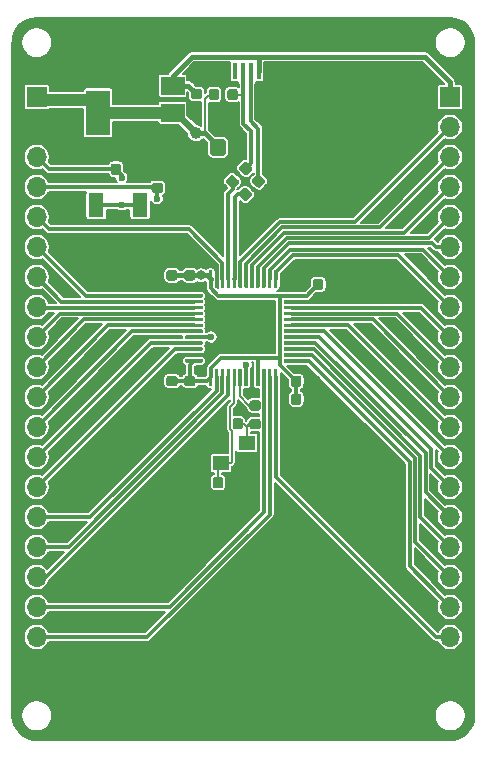
<source format=gtl>
G04 #@! TF.GenerationSoftware,KiCad,Pcbnew,(5.1.5)-3*
G04 #@! TF.CreationDate,2020-02-16T15:54:26-08:00*
G04 #@! TF.ProjectId,SimpleF303,53696d70-6c65-4463-9330-332e6b696361,0.1*
G04 #@! TF.SameCoordinates,Original*
G04 #@! TF.FileFunction,Copper,L1,Top*
G04 #@! TF.FilePolarity,Positive*
%FSLAX46Y46*%
G04 Gerber Fmt 4.6, Leading zero omitted, Abs format (unit mm)*
G04 Created by KiCad (PCBNEW (5.1.5)-3) date 2020-02-16 15:54:26*
%MOMM*%
%LPD*%
G04 APERTURE LIST*
%ADD10R,1.300000X2.000000*%
%ADD11C,0.100000*%
%ADD12O,1.700000X1.700000*%
%ADD13R,1.700000X1.700000*%
%ADD14R,1.400000X1.200000*%
%ADD15R,2.000000X1.500000*%
%ADD16R,2.000000X3.800000*%
%ADD17R,1.000000X1.900000*%
%ADD18R,1.800000X1.900000*%
%ADD19R,1.650000X1.300000*%
%ADD20R,1.425000X1.550000*%
%ADD21R,0.450000X1.380000*%
%ADD22C,0.600000*%
%ADD23C,1.000000*%
%ADD24C,0.800000*%
%ADD25C,1.000000*%
%ADD26C,0.400000*%
%ADD27C,0.300000*%
%ADD28C,0.600000*%
%ADD29C,0.128000*%
%ADD30C,0.130000*%
G04 APERTURE END LIST*
D10*
X119655000Y-128700000D03*
X115945000Y-128700000D03*
X119655000Y-134900000D03*
X115945000Y-134900000D03*
G04 #@! TA.AperFunction,SMDPad,CuDef*
D11*
G36*
X126699505Y-120421204D02*
G01*
X126723773Y-120424804D01*
X126747572Y-120430765D01*
X126770671Y-120439030D01*
X126792850Y-120449520D01*
X126813893Y-120462132D01*
X126833599Y-120476747D01*
X126851777Y-120493223D01*
X126868253Y-120511401D01*
X126882868Y-120531107D01*
X126895480Y-120552150D01*
X126905970Y-120574329D01*
X126914235Y-120597428D01*
X126920196Y-120621227D01*
X126923796Y-120645495D01*
X126925000Y-120669999D01*
X126925000Y-121570001D01*
X126923796Y-121594505D01*
X126920196Y-121618773D01*
X126914235Y-121642572D01*
X126905970Y-121665671D01*
X126895480Y-121687850D01*
X126882868Y-121708893D01*
X126868253Y-121728599D01*
X126851777Y-121746777D01*
X126833599Y-121763253D01*
X126813893Y-121777868D01*
X126792850Y-121790480D01*
X126770671Y-121800970D01*
X126747572Y-121809235D01*
X126723773Y-121815196D01*
X126699505Y-121818796D01*
X126675001Y-121820000D01*
X125824999Y-121820000D01*
X125800495Y-121818796D01*
X125776227Y-121815196D01*
X125752428Y-121809235D01*
X125729329Y-121800970D01*
X125707150Y-121790480D01*
X125686107Y-121777868D01*
X125666401Y-121763253D01*
X125648223Y-121746777D01*
X125631747Y-121728599D01*
X125617132Y-121708893D01*
X125604520Y-121687850D01*
X125594030Y-121665671D01*
X125585765Y-121642572D01*
X125579804Y-121618773D01*
X125576204Y-121594505D01*
X125575000Y-121570001D01*
X125575000Y-120669999D01*
X125576204Y-120645495D01*
X125579804Y-120621227D01*
X125585765Y-120597428D01*
X125594030Y-120574329D01*
X125604520Y-120552150D01*
X125617132Y-120531107D01*
X125631747Y-120511401D01*
X125648223Y-120493223D01*
X125666401Y-120476747D01*
X125686107Y-120462132D01*
X125707150Y-120449520D01*
X125729329Y-120439030D01*
X125752428Y-120430765D01*
X125776227Y-120424804D01*
X125800495Y-120421204D01*
X125824999Y-120420000D01*
X126675001Y-120420000D01*
X126699505Y-120421204D01*
G37*
G04 #@! TD.AperFunction*
G04 #@! TA.AperFunction,SMDPad,CuDef*
G36*
X126699505Y-123121204D02*
G01*
X126723773Y-123124804D01*
X126747572Y-123130765D01*
X126770671Y-123139030D01*
X126792850Y-123149520D01*
X126813893Y-123162132D01*
X126833599Y-123176747D01*
X126851777Y-123193223D01*
X126868253Y-123211401D01*
X126882868Y-123231107D01*
X126895480Y-123252150D01*
X126905970Y-123274329D01*
X126914235Y-123297428D01*
X126920196Y-123321227D01*
X126923796Y-123345495D01*
X126925000Y-123369999D01*
X126925000Y-124270001D01*
X126923796Y-124294505D01*
X126920196Y-124318773D01*
X126914235Y-124342572D01*
X126905970Y-124365671D01*
X126895480Y-124387850D01*
X126882868Y-124408893D01*
X126868253Y-124428599D01*
X126851777Y-124446777D01*
X126833599Y-124463253D01*
X126813893Y-124477868D01*
X126792850Y-124490480D01*
X126770671Y-124500970D01*
X126747572Y-124509235D01*
X126723773Y-124515196D01*
X126699505Y-124518796D01*
X126675001Y-124520000D01*
X125824999Y-124520000D01*
X125800495Y-124518796D01*
X125776227Y-124515196D01*
X125752428Y-124509235D01*
X125729329Y-124500970D01*
X125707150Y-124490480D01*
X125686107Y-124477868D01*
X125666401Y-124463253D01*
X125648223Y-124446777D01*
X125631747Y-124428599D01*
X125617132Y-124408893D01*
X125604520Y-124387850D01*
X125594030Y-124365671D01*
X125585765Y-124342572D01*
X125579804Y-124318773D01*
X125576204Y-124294505D01*
X125575000Y-124270001D01*
X125575000Y-123369999D01*
X125576204Y-123345495D01*
X125579804Y-123321227D01*
X125585765Y-123297428D01*
X125594030Y-123274329D01*
X125604520Y-123252150D01*
X125617132Y-123231107D01*
X125631747Y-123211401D01*
X125648223Y-123193223D01*
X125666401Y-123176747D01*
X125686107Y-123162132D01*
X125707150Y-123149520D01*
X125729329Y-123139030D01*
X125752428Y-123130765D01*
X125776227Y-123124804D01*
X125800495Y-123121204D01*
X125824999Y-123120000D01*
X126675001Y-123120000D01*
X126699505Y-123121204D01*
G37*
G04 #@! TD.AperFunction*
D12*
X145900000Y-167810000D03*
X145900000Y-165270000D03*
X145900000Y-162730000D03*
X145900000Y-160190000D03*
X145900000Y-157650000D03*
X145900000Y-155110000D03*
X145900000Y-152570000D03*
X145900000Y-150030000D03*
X145900000Y-147490000D03*
X145900000Y-144950000D03*
X145900000Y-142410000D03*
X145900000Y-139870000D03*
X145900000Y-137330000D03*
X145900000Y-134790000D03*
X145900000Y-132250000D03*
X145900000Y-129710000D03*
X145900000Y-127170000D03*
X145900000Y-124630000D03*
X145900000Y-122090000D03*
D13*
X145900000Y-119550000D03*
D12*
X110900000Y-167810000D03*
X110900000Y-165270000D03*
X110900000Y-162730000D03*
X110900000Y-160190000D03*
X110900000Y-157650000D03*
X110900000Y-155110000D03*
X110900000Y-152570000D03*
X110900000Y-150030000D03*
X110900000Y-147490000D03*
X110900000Y-144950000D03*
X110900000Y-142410000D03*
X110900000Y-139870000D03*
X110900000Y-137330000D03*
X110900000Y-134790000D03*
X110900000Y-132250000D03*
X110900000Y-129710000D03*
X110900000Y-127170000D03*
X110900000Y-124630000D03*
X110900000Y-122090000D03*
D13*
X110900000Y-119550000D03*
D14*
X126510000Y-148850000D03*
X128710000Y-148850000D03*
X128710000Y-150550000D03*
X126510000Y-150550000D03*
G04 #@! TA.AperFunction,SMDPad,CuDef*
D11*
G36*
X124887351Y-141738580D02*
G01*
X124894632Y-141739660D01*
X124901771Y-141741448D01*
X124908701Y-141743928D01*
X124915355Y-141747075D01*
X124921668Y-141750859D01*
X124927579Y-141755243D01*
X124933033Y-141760186D01*
X124937976Y-141765640D01*
X124942360Y-141771551D01*
X124946144Y-141777864D01*
X124949291Y-141784518D01*
X124951771Y-141791448D01*
X124953559Y-141798587D01*
X124954639Y-141805868D01*
X124955000Y-141813219D01*
X124955000Y-141963219D01*
X124954639Y-141970570D01*
X124953559Y-141977851D01*
X124951771Y-141984990D01*
X124949291Y-141991920D01*
X124946144Y-141998574D01*
X124942360Y-142004887D01*
X124937976Y-142010798D01*
X124933033Y-142016252D01*
X124927579Y-142021195D01*
X124921668Y-142025579D01*
X124915355Y-142029363D01*
X124908701Y-142032510D01*
X124901771Y-142034990D01*
X124894632Y-142036778D01*
X124887351Y-142037858D01*
X124880000Y-142038219D01*
X123555000Y-142038219D01*
X123547649Y-142037858D01*
X123540368Y-142036778D01*
X123533229Y-142034990D01*
X123526299Y-142032510D01*
X123519645Y-142029363D01*
X123513332Y-142025579D01*
X123507421Y-142021195D01*
X123501967Y-142016252D01*
X123497024Y-142010798D01*
X123492640Y-142004887D01*
X123488856Y-141998574D01*
X123485709Y-141991920D01*
X123483229Y-141984990D01*
X123481441Y-141977851D01*
X123480361Y-141970570D01*
X123480000Y-141963219D01*
X123480000Y-141813219D01*
X123480361Y-141805868D01*
X123481441Y-141798587D01*
X123483229Y-141791448D01*
X123485709Y-141784518D01*
X123488856Y-141777864D01*
X123492640Y-141771551D01*
X123497024Y-141765640D01*
X123501967Y-141760186D01*
X123507421Y-141755243D01*
X123513332Y-141750859D01*
X123519645Y-141747075D01*
X123526299Y-141743928D01*
X123533229Y-141741448D01*
X123540368Y-141739660D01*
X123547649Y-141738580D01*
X123555000Y-141738219D01*
X124880000Y-141738219D01*
X124887351Y-141738580D01*
G37*
G04 #@! TD.AperFunction*
G04 #@! TA.AperFunction,SMDPad,CuDef*
G36*
X124887351Y-141238580D02*
G01*
X124894632Y-141239660D01*
X124901771Y-141241448D01*
X124908701Y-141243928D01*
X124915355Y-141247075D01*
X124921668Y-141250859D01*
X124927579Y-141255243D01*
X124933033Y-141260186D01*
X124937976Y-141265640D01*
X124942360Y-141271551D01*
X124946144Y-141277864D01*
X124949291Y-141284518D01*
X124951771Y-141291448D01*
X124953559Y-141298587D01*
X124954639Y-141305868D01*
X124955000Y-141313219D01*
X124955000Y-141463219D01*
X124954639Y-141470570D01*
X124953559Y-141477851D01*
X124951771Y-141484990D01*
X124949291Y-141491920D01*
X124946144Y-141498574D01*
X124942360Y-141504887D01*
X124937976Y-141510798D01*
X124933033Y-141516252D01*
X124927579Y-141521195D01*
X124921668Y-141525579D01*
X124915355Y-141529363D01*
X124908701Y-141532510D01*
X124901771Y-141534990D01*
X124894632Y-141536778D01*
X124887351Y-141537858D01*
X124880000Y-141538219D01*
X123555000Y-141538219D01*
X123547649Y-141537858D01*
X123540368Y-141536778D01*
X123533229Y-141534990D01*
X123526299Y-141532510D01*
X123519645Y-141529363D01*
X123513332Y-141525579D01*
X123507421Y-141521195D01*
X123501967Y-141516252D01*
X123497024Y-141510798D01*
X123492640Y-141504887D01*
X123488856Y-141498574D01*
X123485709Y-141491920D01*
X123483229Y-141484990D01*
X123481441Y-141477851D01*
X123480361Y-141470570D01*
X123480000Y-141463219D01*
X123480000Y-141313219D01*
X123480361Y-141305868D01*
X123481441Y-141298587D01*
X123483229Y-141291448D01*
X123485709Y-141284518D01*
X123488856Y-141277864D01*
X123492640Y-141271551D01*
X123497024Y-141265640D01*
X123501967Y-141260186D01*
X123507421Y-141255243D01*
X123513332Y-141250859D01*
X123519645Y-141247075D01*
X123526299Y-141243928D01*
X123533229Y-141241448D01*
X123540368Y-141239660D01*
X123547649Y-141238580D01*
X123555000Y-141238219D01*
X124880000Y-141238219D01*
X124887351Y-141238580D01*
G37*
G04 #@! TD.AperFunction*
G04 #@! TA.AperFunction,SMDPad,CuDef*
G36*
X124887351Y-140738580D02*
G01*
X124894632Y-140739660D01*
X124901771Y-140741448D01*
X124908701Y-140743928D01*
X124915355Y-140747075D01*
X124921668Y-140750859D01*
X124927579Y-140755243D01*
X124933033Y-140760186D01*
X124937976Y-140765640D01*
X124942360Y-140771551D01*
X124946144Y-140777864D01*
X124949291Y-140784518D01*
X124951771Y-140791448D01*
X124953559Y-140798587D01*
X124954639Y-140805868D01*
X124955000Y-140813219D01*
X124955000Y-140963219D01*
X124954639Y-140970570D01*
X124953559Y-140977851D01*
X124951771Y-140984990D01*
X124949291Y-140991920D01*
X124946144Y-140998574D01*
X124942360Y-141004887D01*
X124937976Y-141010798D01*
X124933033Y-141016252D01*
X124927579Y-141021195D01*
X124921668Y-141025579D01*
X124915355Y-141029363D01*
X124908701Y-141032510D01*
X124901771Y-141034990D01*
X124894632Y-141036778D01*
X124887351Y-141037858D01*
X124880000Y-141038219D01*
X123555000Y-141038219D01*
X123547649Y-141037858D01*
X123540368Y-141036778D01*
X123533229Y-141034990D01*
X123526299Y-141032510D01*
X123519645Y-141029363D01*
X123513332Y-141025579D01*
X123507421Y-141021195D01*
X123501967Y-141016252D01*
X123497024Y-141010798D01*
X123492640Y-141004887D01*
X123488856Y-140998574D01*
X123485709Y-140991920D01*
X123483229Y-140984990D01*
X123481441Y-140977851D01*
X123480361Y-140970570D01*
X123480000Y-140963219D01*
X123480000Y-140813219D01*
X123480361Y-140805868D01*
X123481441Y-140798587D01*
X123483229Y-140791448D01*
X123485709Y-140784518D01*
X123488856Y-140777864D01*
X123492640Y-140771551D01*
X123497024Y-140765640D01*
X123501967Y-140760186D01*
X123507421Y-140755243D01*
X123513332Y-140750859D01*
X123519645Y-140747075D01*
X123526299Y-140743928D01*
X123533229Y-140741448D01*
X123540368Y-140739660D01*
X123547649Y-140738580D01*
X123555000Y-140738219D01*
X124880000Y-140738219D01*
X124887351Y-140738580D01*
G37*
G04 #@! TD.AperFunction*
G04 #@! TA.AperFunction,SMDPad,CuDef*
G36*
X124887351Y-140238580D02*
G01*
X124894632Y-140239660D01*
X124901771Y-140241448D01*
X124908701Y-140243928D01*
X124915355Y-140247075D01*
X124921668Y-140250859D01*
X124927579Y-140255243D01*
X124933033Y-140260186D01*
X124937976Y-140265640D01*
X124942360Y-140271551D01*
X124946144Y-140277864D01*
X124949291Y-140284518D01*
X124951771Y-140291448D01*
X124953559Y-140298587D01*
X124954639Y-140305868D01*
X124955000Y-140313219D01*
X124955000Y-140463219D01*
X124954639Y-140470570D01*
X124953559Y-140477851D01*
X124951771Y-140484990D01*
X124949291Y-140491920D01*
X124946144Y-140498574D01*
X124942360Y-140504887D01*
X124937976Y-140510798D01*
X124933033Y-140516252D01*
X124927579Y-140521195D01*
X124921668Y-140525579D01*
X124915355Y-140529363D01*
X124908701Y-140532510D01*
X124901771Y-140534990D01*
X124894632Y-140536778D01*
X124887351Y-140537858D01*
X124880000Y-140538219D01*
X123555000Y-140538219D01*
X123547649Y-140537858D01*
X123540368Y-140536778D01*
X123533229Y-140534990D01*
X123526299Y-140532510D01*
X123519645Y-140529363D01*
X123513332Y-140525579D01*
X123507421Y-140521195D01*
X123501967Y-140516252D01*
X123497024Y-140510798D01*
X123492640Y-140504887D01*
X123488856Y-140498574D01*
X123485709Y-140491920D01*
X123483229Y-140484990D01*
X123481441Y-140477851D01*
X123480361Y-140470570D01*
X123480000Y-140463219D01*
X123480000Y-140313219D01*
X123480361Y-140305868D01*
X123481441Y-140298587D01*
X123483229Y-140291448D01*
X123485709Y-140284518D01*
X123488856Y-140277864D01*
X123492640Y-140271551D01*
X123497024Y-140265640D01*
X123501967Y-140260186D01*
X123507421Y-140255243D01*
X123513332Y-140250859D01*
X123519645Y-140247075D01*
X123526299Y-140243928D01*
X123533229Y-140241448D01*
X123540368Y-140239660D01*
X123547649Y-140238580D01*
X123555000Y-140238219D01*
X124880000Y-140238219D01*
X124887351Y-140238580D01*
G37*
G04 #@! TD.AperFunction*
G04 #@! TA.AperFunction,SMDPad,CuDef*
G36*
X124887351Y-139738580D02*
G01*
X124894632Y-139739660D01*
X124901771Y-139741448D01*
X124908701Y-139743928D01*
X124915355Y-139747075D01*
X124921668Y-139750859D01*
X124927579Y-139755243D01*
X124933033Y-139760186D01*
X124937976Y-139765640D01*
X124942360Y-139771551D01*
X124946144Y-139777864D01*
X124949291Y-139784518D01*
X124951771Y-139791448D01*
X124953559Y-139798587D01*
X124954639Y-139805868D01*
X124955000Y-139813219D01*
X124955000Y-139963219D01*
X124954639Y-139970570D01*
X124953559Y-139977851D01*
X124951771Y-139984990D01*
X124949291Y-139991920D01*
X124946144Y-139998574D01*
X124942360Y-140004887D01*
X124937976Y-140010798D01*
X124933033Y-140016252D01*
X124927579Y-140021195D01*
X124921668Y-140025579D01*
X124915355Y-140029363D01*
X124908701Y-140032510D01*
X124901771Y-140034990D01*
X124894632Y-140036778D01*
X124887351Y-140037858D01*
X124880000Y-140038219D01*
X123555000Y-140038219D01*
X123547649Y-140037858D01*
X123540368Y-140036778D01*
X123533229Y-140034990D01*
X123526299Y-140032510D01*
X123519645Y-140029363D01*
X123513332Y-140025579D01*
X123507421Y-140021195D01*
X123501967Y-140016252D01*
X123497024Y-140010798D01*
X123492640Y-140004887D01*
X123488856Y-139998574D01*
X123485709Y-139991920D01*
X123483229Y-139984990D01*
X123481441Y-139977851D01*
X123480361Y-139970570D01*
X123480000Y-139963219D01*
X123480000Y-139813219D01*
X123480361Y-139805868D01*
X123481441Y-139798587D01*
X123483229Y-139791448D01*
X123485709Y-139784518D01*
X123488856Y-139777864D01*
X123492640Y-139771551D01*
X123497024Y-139765640D01*
X123501967Y-139760186D01*
X123507421Y-139755243D01*
X123513332Y-139750859D01*
X123519645Y-139747075D01*
X123526299Y-139743928D01*
X123533229Y-139741448D01*
X123540368Y-139739660D01*
X123547649Y-139738580D01*
X123555000Y-139738219D01*
X124880000Y-139738219D01*
X124887351Y-139738580D01*
G37*
G04 #@! TD.AperFunction*
G04 #@! TA.AperFunction,SMDPad,CuDef*
G36*
X124887351Y-139238580D02*
G01*
X124894632Y-139239660D01*
X124901771Y-139241448D01*
X124908701Y-139243928D01*
X124915355Y-139247075D01*
X124921668Y-139250859D01*
X124927579Y-139255243D01*
X124933033Y-139260186D01*
X124937976Y-139265640D01*
X124942360Y-139271551D01*
X124946144Y-139277864D01*
X124949291Y-139284518D01*
X124951771Y-139291448D01*
X124953559Y-139298587D01*
X124954639Y-139305868D01*
X124955000Y-139313219D01*
X124955000Y-139463219D01*
X124954639Y-139470570D01*
X124953559Y-139477851D01*
X124951771Y-139484990D01*
X124949291Y-139491920D01*
X124946144Y-139498574D01*
X124942360Y-139504887D01*
X124937976Y-139510798D01*
X124933033Y-139516252D01*
X124927579Y-139521195D01*
X124921668Y-139525579D01*
X124915355Y-139529363D01*
X124908701Y-139532510D01*
X124901771Y-139534990D01*
X124894632Y-139536778D01*
X124887351Y-139537858D01*
X124880000Y-139538219D01*
X123555000Y-139538219D01*
X123547649Y-139537858D01*
X123540368Y-139536778D01*
X123533229Y-139534990D01*
X123526299Y-139532510D01*
X123519645Y-139529363D01*
X123513332Y-139525579D01*
X123507421Y-139521195D01*
X123501967Y-139516252D01*
X123497024Y-139510798D01*
X123492640Y-139504887D01*
X123488856Y-139498574D01*
X123485709Y-139491920D01*
X123483229Y-139484990D01*
X123481441Y-139477851D01*
X123480361Y-139470570D01*
X123480000Y-139463219D01*
X123480000Y-139313219D01*
X123480361Y-139305868D01*
X123481441Y-139298587D01*
X123483229Y-139291448D01*
X123485709Y-139284518D01*
X123488856Y-139277864D01*
X123492640Y-139271551D01*
X123497024Y-139265640D01*
X123501967Y-139260186D01*
X123507421Y-139255243D01*
X123513332Y-139250859D01*
X123519645Y-139247075D01*
X123526299Y-139243928D01*
X123533229Y-139241448D01*
X123540368Y-139239660D01*
X123547649Y-139238580D01*
X123555000Y-139238219D01*
X124880000Y-139238219D01*
X124887351Y-139238580D01*
G37*
G04 #@! TD.AperFunction*
G04 #@! TA.AperFunction,SMDPad,CuDef*
G36*
X124887351Y-138738580D02*
G01*
X124894632Y-138739660D01*
X124901771Y-138741448D01*
X124908701Y-138743928D01*
X124915355Y-138747075D01*
X124921668Y-138750859D01*
X124927579Y-138755243D01*
X124933033Y-138760186D01*
X124937976Y-138765640D01*
X124942360Y-138771551D01*
X124946144Y-138777864D01*
X124949291Y-138784518D01*
X124951771Y-138791448D01*
X124953559Y-138798587D01*
X124954639Y-138805868D01*
X124955000Y-138813219D01*
X124955000Y-138963219D01*
X124954639Y-138970570D01*
X124953559Y-138977851D01*
X124951771Y-138984990D01*
X124949291Y-138991920D01*
X124946144Y-138998574D01*
X124942360Y-139004887D01*
X124937976Y-139010798D01*
X124933033Y-139016252D01*
X124927579Y-139021195D01*
X124921668Y-139025579D01*
X124915355Y-139029363D01*
X124908701Y-139032510D01*
X124901771Y-139034990D01*
X124894632Y-139036778D01*
X124887351Y-139037858D01*
X124880000Y-139038219D01*
X123555000Y-139038219D01*
X123547649Y-139037858D01*
X123540368Y-139036778D01*
X123533229Y-139034990D01*
X123526299Y-139032510D01*
X123519645Y-139029363D01*
X123513332Y-139025579D01*
X123507421Y-139021195D01*
X123501967Y-139016252D01*
X123497024Y-139010798D01*
X123492640Y-139004887D01*
X123488856Y-138998574D01*
X123485709Y-138991920D01*
X123483229Y-138984990D01*
X123481441Y-138977851D01*
X123480361Y-138970570D01*
X123480000Y-138963219D01*
X123480000Y-138813219D01*
X123480361Y-138805868D01*
X123481441Y-138798587D01*
X123483229Y-138791448D01*
X123485709Y-138784518D01*
X123488856Y-138777864D01*
X123492640Y-138771551D01*
X123497024Y-138765640D01*
X123501967Y-138760186D01*
X123507421Y-138755243D01*
X123513332Y-138750859D01*
X123519645Y-138747075D01*
X123526299Y-138743928D01*
X123533229Y-138741448D01*
X123540368Y-138739660D01*
X123547649Y-138738580D01*
X123555000Y-138738219D01*
X124880000Y-138738219D01*
X124887351Y-138738580D01*
G37*
G04 #@! TD.AperFunction*
G04 #@! TA.AperFunction,SMDPad,CuDef*
G36*
X124887351Y-138238580D02*
G01*
X124894632Y-138239660D01*
X124901771Y-138241448D01*
X124908701Y-138243928D01*
X124915355Y-138247075D01*
X124921668Y-138250859D01*
X124927579Y-138255243D01*
X124933033Y-138260186D01*
X124937976Y-138265640D01*
X124942360Y-138271551D01*
X124946144Y-138277864D01*
X124949291Y-138284518D01*
X124951771Y-138291448D01*
X124953559Y-138298587D01*
X124954639Y-138305868D01*
X124955000Y-138313219D01*
X124955000Y-138463219D01*
X124954639Y-138470570D01*
X124953559Y-138477851D01*
X124951771Y-138484990D01*
X124949291Y-138491920D01*
X124946144Y-138498574D01*
X124942360Y-138504887D01*
X124937976Y-138510798D01*
X124933033Y-138516252D01*
X124927579Y-138521195D01*
X124921668Y-138525579D01*
X124915355Y-138529363D01*
X124908701Y-138532510D01*
X124901771Y-138534990D01*
X124894632Y-138536778D01*
X124887351Y-138537858D01*
X124880000Y-138538219D01*
X123555000Y-138538219D01*
X123547649Y-138537858D01*
X123540368Y-138536778D01*
X123533229Y-138534990D01*
X123526299Y-138532510D01*
X123519645Y-138529363D01*
X123513332Y-138525579D01*
X123507421Y-138521195D01*
X123501967Y-138516252D01*
X123497024Y-138510798D01*
X123492640Y-138504887D01*
X123488856Y-138498574D01*
X123485709Y-138491920D01*
X123483229Y-138484990D01*
X123481441Y-138477851D01*
X123480361Y-138470570D01*
X123480000Y-138463219D01*
X123480000Y-138313219D01*
X123480361Y-138305868D01*
X123481441Y-138298587D01*
X123483229Y-138291448D01*
X123485709Y-138284518D01*
X123488856Y-138277864D01*
X123492640Y-138271551D01*
X123497024Y-138265640D01*
X123501967Y-138260186D01*
X123507421Y-138255243D01*
X123513332Y-138250859D01*
X123519645Y-138247075D01*
X123526299Y-138243928D01*
X123533229Y-138241448D01*
X123540368Y-138239660D01*
X123547649Y-138238580D01*
X123555000Y-138238219D01*
X124880000Y-138238219D01*
X124887351Y-138238580D01*
G37*
G04 #@! TD.AperFunction*
G04 #@! TA.AperFunction,SMDPad,CuDef*
G36*
X124887351Y-137738580D02*
G01*
X124894632Y-137739660D01*
X124901771Y-137741448D01*
X124908701Y-137743928D01*
X124915355Y-137747075D01*
X124921668Y-137750859D01*
X124927579Y-137755243D01*
X124933033Y-137760186D01*
X124937976Y-137765640D01*
X124942360Y-137771551D01*
X124946144Y-137777864D01*
X124949291Y-137784518D01*
X124951771Y-137791448D01*
X124953559Y-137798587D01*
X124954639Y-137805868D01*
X124955000Y-137813219D01*
X124955000Y-137963219D01*
X124954639Y-137970570D01*
X124953559Y-137977851D01*
X124951771Y-137984990D01*
X124949291Y-137991920D01*
X124946144Y-137998574D01*
X124942360Y-138004887D01*
X124937976Y-138010798D01*
X124933033Y-138016252D01*
X124927579Y-138021195D01*
X124921668Y-138025579D01*
X124915355Y-138029363D01*
X124908701Y-138032510D01*
X124901771Y-138034990D01*
X124894632Y-138036778D01*
X124887351Y-138037858D01*
X124880000Y-138038219D01*
X123555000Y-138038219D01*
X123547649Y-138037858D01*
X123540368Y-138036778D01*
X123533229Y-138034990D01*
X123526299Y-138032510D01*
X123519645Y-138029363D01*
X123513332Y-138025579D01*
X123507421Y-138021195D01*
X123501967Y-138016252D01*
X123497024Y-138010798D01*
X123492640Y-138004887D01*
X123488856Y-137998574D01*
X123485709Y-137991920D01*
X123483229Y-137984990D01*
X123481441Y-137977851D01*
X123480361Y-137970570D01*
X123480000Y-137963219D01*
X123480000Y-137813219D01*
X123480361Y-137805868D01*
X123481441Y-137798587D01*
X123483229Y-137791448D01*
X123485709Y-137784518D01*
X123488856Y-137777864D01*
X123492640Y-137771551D01*
X123497024Y-137765640D01*
X123501967Y-137760186D01*
X123507421Y-137755243D01*
X123513332Y-137750859D01*
X123519645Y-137747075D01*
X123526299Y-137743928D01*
X123533229Y-137741448D01*
X123540368Y-137739660D01*
X123547649Y-137738580D01*
X123555000Y-137738219D01*
X124880000Y-137738219D01*
X124887351Y-137738580D01*
G37*
G04 #@! TD.AperFunction*
G04 #@! TA.AperFunction,SMDPad,CuDef*
G36*
X124887351Y-137238580D02*
G01*
X124894632Y-137239660D01*
X124901771Y-137241448D01*
X124908701Y-137243928D01*
X124915355Y-137247075D01*
X124921668Y-137250859D01*
X124927579Y-137255243D01*
X124933033Y-137260186D01*
X124937976Y-137265640D01*
X124942360Y-137271551D01*
X124946144Y-137277864D01*
X124949291Y-137284518D01*
X124951771Y-137291448D01*
X124953559Y-137298587D01*
X124954639Y-137305868D01*
X124955000Y-137313219D01*
X124955000Y-137463219D01*
X124954639Y-137470570D01*
X124953559Y-137477851D01*
X124951771Y-137484990D01*
X124949291Y-137491920D01*
X124946144Y-137498574D01*
X124942360Y-137504887D01*
X124937976Y-137510798D01*
X124933033Y-137516252D01*
X124927579Y-137521195D01*
X124921668Y-137525579D01*
X124915355Y-137529363D01*
X124908701Y-137532510D01*
X124901771Y-137534990D01*
X124894632Y-137536778D01*
X124887351Y-137537858D01*
X124880000Y-137538219D01*
X123555000Y-137538219D01*
X123547649Y-137537858D01*
X123540368Y-137536778D01*
X123533229Y-137534990D01*
X123526299Y-137532510D01*
X123519645Y-137529363D01*
X123513332Y-137525579D01*
X123507421Y-137521195D01*
X123501967Y-137516252D01*
X123497024Y-137510798D01*
X123492640Y-137504887D01*
X123488856Y-137498574D01*
X123485709Y-137491920D01*
X123483229Y-137484990D01*
X123481441Y-137477851D01*
X123480361Y-137470570D01*
X123480000Y-137463219D01*
X123480000Y-137313219D01*
X123480361Y-137305868D01*
X123481441Y-137298587D01*
X123483229Y-137291448D01*
X123485709Y-137284518D01*
X123488856Y-137277864D01*
X123492640Y-137271551D01*
X123497024Y-137265640D01*
X123501967Y-137260186D01*
X123507421Y-137255243D01*
X123513332Y-137250859D01*
X123519645Y-137247075D01*
X123526299Y-137243928D01*
X123533229Y-137241448D01*
X123540368Y-137239660D01*
X123547649Y-137238580D01*
X123555000Y-137238219D01*
X124880000Y-137238219D01*
X124887351Y-137238580D01*
G37*
G04 #@! TD.AperFunction*
G04 #@! TA.AperFunction,SMDPad,CuDef*
G36*
X124887351Y-136738580D02*
G01*
X124894632Y-136739660D01*
X124901771Y-136741448D01*
X124908701Y-136743928D01*
X124915355Y-136747075D01*
X124921668Y-136750859D01*
X124927579Y-136755243D01*
X124933033Y-136760186D01*
X124937976Y-136765640D01*
X124942360Y-136771551D01*
X124946144Y-136777864D01*
X124949291Y-136784518D01*
X124951771Y-136791448D01*
X124953559Y-136798587D01*
X124954639Y-136805868D01*
X124955000Y-136813219D01*
X124955000Y-136963219D01*
X124954639Y-136970570D01*
X124953559Y-136977851D01*
X124951771Y-136984990D01*
X124949291Y-136991920D01*
X124946144Y-136998574D01*
X124942360Y-137004887D01*
X124937976Y-137010798D01*
X124933033Y-137016252D01*
X124927579Y-137021195D01*
X124921668Y-137025579D01*
X124915355Y-137029363D01*
X124908701Y-137032510D01*
X124901771Y-137034990D01*
X124894632Y-137036778D01*
X124887351Y-137037858D01*
X124880000Y-137038219D01*
X123555000Y-137038219D01*
X123547649Y-137037858D01*
X123540368Y-137036778D01*
X123533229Y-137034990D01*
X123526299Y-137032510D01*
X123519645Y-137029363D01*
X123513332Y-137025579D01*
X123507421Y-137021195D01*
X123501967Y-137016252D01*
X123497024Y-137010798D01*
X123492640Y-137004887D01*
X123488856Y-136998574D01*
X123485709Y-136991920D01*
X123483229Y-136984990D01*
X123481441Y-136977851D01*
X123480361Y-136970570D01*
X123480000Y-136963219D01*
X123480000Y-136813219D01*
X123480361Y-136805868D01*
X123481441Y-136798587D01*
X123483229Y-136791448D01*
X123485709Y-136784518D01*
X123488856Y-136777864D01*
X123492640Y-136771551D01*
X123497024Y-136765640D01*
X123501967Y-136760186D01*
X123507421Y-136755243D01*
X123513332Y-136750859D01*
X123519645Y-136747075D01*
X123526299Y-136743928D01*
X123533229Y-136741448D01*
X123540368Y-136739660D01*
X123547649Y-136738580D01*
X123555000Y-136738219D01*
X124880000Y-136738219D01*
X124887351Y-136738580D01*
G37*
G04 #@! TD.AperFunction*
G04 #@! TA.AperFunction,SMDPad,CuDef*
G36*
X124887351Y-136238580D02*
G01*
X124894632Y-136239660D01*
X124901771Y-136241448D01*
X124908701Y-136243928D01*
X124915355Y-136247075D01*
X124921668Y-136250859D01*
X124927579Y-136255243D01*
X124933033Y-136260186D01*
X124937976Y-136265640D01*
X124942360Y-136271551D01*
X124946144Y-136277864D01*
X124949291Y-136284518D01*
X124951771Y-136291448D01*
X124953559Y-136298587D01*
X124954639Y-136305868D01*
X124955000Y-136313219D01*
X124955000Y-136463219D01*
X124954639Y-136470570D01*
X124953559Y-136477851D01*
X124951771Y-136484990D01*
X124949291Y-136491920D01*
X124946144Y-136498574D01*
X124942360Y-136504887D01*
X124937976Y-136510798D01*
X124933033Y-136516252D01*
X124927579Y-136521195D01*
X124921668Y-136525579D01*
X124915355Y-136529363D01*
X124908701Y-136532510D01*
X124901771Y-136534990D01*
X124894632Y-136536778D01*
X124887351Y-136537858D01*
X124880000Y-136538219D01*
X123555000Y-136538219D01*
X123547649Y-136537858D01*
X123540368Y-136536778D01*
X123533229Y-136534990D01*
X123526299Y-136532510D01*
X123519645Y-136529363D01*
X123513332Y-136525579D01*
X123507421Y-136521195D01*
X123501967Y-136516252D01*
X123497024Y-136510798D01*
X123492640Y-136504887D01*
X123488856Y-136498574D01*
X123485709Y-136491920D01*
X123483229Y-136484990D01*
X123481441Y-136477851D01*
X123480361Y-136470570D01*
X123480000Y-136463219D01*
X123480000Y-136313219D01*
X123480361Y-136305868D01*
X123481441Y-136298587D01*
X123483229Y-136291448D01*
X123485709Y-136284518D01*
X123488856Y-136277864D01*
X123492640Y-136271551D01*
X123497024Y-136265640D01*
X123501967Y-136260186D01*
X123507421Y-136255243D01*
X123513332Y-136250859D01*
X123519645Y-136247075D01*
X123526299Y-136243928D01*
X123533229Y-136241448D01*
X123540368Y-136239660D01*
X123547649Y-136238580D01*
X123555000Y-136238219D01*
X124880000Y-136238219D01*
X124887351Y-136238580D01*
G37*
G04 #@! TD.AperFunction*
G04 #@! TA.AperFunction,SMDPad,CuDef*
G36*
X125712351Y-134238580D02*
G01*
X125719632Y-134239660D01*
X125726771Y-134241448D01*
X125733701Y-134243928D01*
X125740355Y-134247075D01*
X125746668Y-134250859D01*
X125752579Y-134255243D01*
X125758033Y-134260186D01*
X125762976Y-134265640D01*
X125767360Y-134271551D01*
X125771144Y-134277864D01*
X125774291Y-134284518D01*
X125776771Y-134291448D01*
X125778559Y-134298587D01*
X125779639Y-134305868D01*
X125780000Y-134313219D01*
X125780000Y-135638219D01*
X125779639Y-135645570D01*
X125778559Y-135652851D01*
X125776771Y-135659990D01*
X125774291Y-135666920D01*
X125771144Y-135673574D01*
X125767360Y-135679887D01*
X125762976Y-135685798D01*
X125758033Y-135691252D01*
X125752579Y-135696195D01*
X125746668Y-135700579D01*
X125740355Y-135704363D01*
X125733701Y-135707510D01*
X125726771Y-135709990D01*
X125719632Y-135711778D01*
X125712351Y-135712858D01*
X125705000Y-135713219D01*
X125555000Y-135713219D01*
X125547649Y-135712858D01*
X125540368Y-135711778D01*
X125533229Y-135709990D01*
X125526299Y-135707510D01*
X125519645Y-135704363D01*
X125513332Y-135700579D01*
X125507421Y-135696195D01*
X125501967Y-135691252D01*
X125497024Y-135685798D01*
X125492640Y-135679887D01*
X125488856Y-135673574D01*
X125485709Y-135666920D01*
X125483229Y-135659990D01*
X125481441Y-135652851D01*
X125480361Y-135645570D01*
X125480000Y-135638219D01*
X125480000Y-134313219D01*
X125480361Y-134305868D01*
X125481441Y-134298587D01*
X125483229Y-134291448D01*
X125485709Y-134284518D01*
X125488856Y-134277864D01*
X125492640Y-134271551D01*
X125497024Y-134265640D01*
X125501967Y-134260186D01*
X125507421Y-134255243D01*
X125513332Y-134250859D01*
X125519645Y-134247075D01*
X125526299Y-134243928D01*
X125533229Y-134241448D01*
X125540368Y-134239660D01*
X125547649Y-134238580D01*
X125555000Y-134238219D01*
X125705000Y-134238219D01*
X125712351Y-134238580D01*
G37*
G04 #@! TD.AperFunction*
G04 #@! TA.AperFunction,SMDPad,CuDef*
G36*
X126212351Y-134238580D02*
G01*
X126219632Y-134239660D01*
X126226771Y-134241448D01*
X126233701Y-134243928D01*
X126240355Y-134247075D01*
X126246668Y-134250859D01*
X126252579Y-134255243D01*
X126258033Y-134260186D01*
X126262976Y-134265640D01*
X126267360Y-134271551D01*
X126271144Y-134277864D01*
X126274291Y-134284518D01*
X126276771Y-134291448D01*
X126278559Y-134298587D01*
X126279639Y-134305868D01*
X126280000Y-134313219D01*
X126280000Y-135638219D01*
X126279639Y-135645570D01*
X126278559Y-135652851D01*
X126276771Y-135659990D01*
X126274291Y-135666920D01*
X126271144Y-135673574D01*
X126267360Y-135679887D01*
X126262976Y-135685798D01*
X126258033Y-135691252D01*
X126252579Y-135696195D01*
X126246668Y-135700579D01*
X126240355Y-135704363D01*
X126233701Y-135707510D01*
X126226771Y-135709990D01*
X126219632Y-135711778D01*
X126212351Y-135712858D01*
X126205000Y-135713219D01*
X126055000Y-135713219D01*
X126047649Y-135712858D01*
X126040368Y-135711778D01*
X126033229Y-135709990D01*
X126026299Y-135707510D01*
X126019645Y-135704363D01*
X126013332Y-135700579D01*
X126007421Y-135696195D01*
X126001967Y-135691252D01*
X125997024Y-135685798D01*
X125992640Y-135679887D01*
X125988856Y-135673574D01*
X125985709Y-135666920D01*
X125983229Y-135659990D01*
X125981441Y-135652851D01*
X125980361Y-135645570D01*
X125980000Y-135638219D01*
X125980000Y-134313219D01*
X125980361Y-134305868D01*
X125981441Y-134298587D01*
X125983229Y-134291448D01*
X125985709Y-134284518D01*
X125988856Y-134277864D01*
X125992640Y-134271551D01*
X125997024Y-134265640D01*
X126001967Y-134260186D01*
X126007421Y-134255243D01*
X126013332Y-134250859D01*
X126019645Y-134247075D01*
X126026299Y-134243928D01*
X126033229Y-134241448D01*
X126040368Y-134239660D01*
X126047649Y-134238580D01*
X126055000Y-134238219D01*
X126205000Y-134238219D01*
X126212351Y-134238580D01*
G37*
G04 #@! TD.AperFunction*
G04 #@! TA.AperFunction,SMDPad,CuDef*
G36*
X126712351Y-134238580D02*
G01*
X126719632Y-134239660D01*
X126726771Y-134241448D01*
X126733701Y-134243928D01*
X126740355Y-134247075D01*
X126746668Y-134250859D01*
X126752579Y-134255243D01*
X126758033Y-134260186D01*
X126762976Y-134265640D01*
X126767360Y-134271551D01*
X126771144Y-134277864D01*
X126774291Y-134284518D01*
X126776771Y-134291448D01*
X126778559Y-134298587D01*
X126779639Y-134305868D01*
X126780000Y-134313219D01*
X126780000Y-135638219D01*
X126779639Y-135645570D01*
X126778559Y-135652851D01*
X126776771Y-135659990D01*
X126774291Y-135666920D01*
X126771144Y-135673574D01*
X126767360Y-135679887D01*
X126762976Y-135685798D01*
X126758033Y-135691252D01*
X126752579Y-135696195D01*
X126746668Y-135700579D01*
X126740355Y-135704363D01*
X126733701Y-135707510D01*
X126726771Y-135709990D01*
X126719632Y-135711778D01*
X126712351Y-135712858D01*
X126705000Y-135713219D01*
X126555000Y-135713219D01*
X126547649Y-135712858D01*
X126540368Y-135711778D01*
X126533229Y-135709990D01*
X126526299Y-135707510D01*
X126519645Y-135704363D01*
X126513332Y-135700579D01*
X126507421Y-135696195D01*
X126501967Y-135691252D01*
X126497024Y-135685798D01*
X126492640Y-135679887D01*
X126488856Y-135673574D01*
X126485709Y-135666920D01*
X126483229Y-135659990D01*
X126481441Y-135652851D01*
X126480361Y-135645570D01*
X126480000Y-135638219D01*
X126480000Y-134313219D01*
X126480361Y-134305868D01*
X126481441Y-134298587D01*
X126483229Y-134291448D01*
X126485709Y-134284518D01*
X126488856Y-134277864D01*
X126492640Y-134271551D01*
X126497024Y-134265640D01*
X126501967Y-134260186D01*
X126507421Y-134255243D01*
X126513332Y-134250859D01*
X126519645Y-134247075D01*
X126526299Y-134243928D01*
X126533229Y-134241448D01*
X126540368Y-134239660D01*
X126547649Y-134238580D01*
X126555000Y-134238219D01*
X126705000Y-134238219D01*
X126712351Y-134238580D01*
G37*
G04 #@! TD.AperFunction*
G04 #@! TA.AperFunction,SMDPad,CuDef*
G36*
X127212351Y-134238580D02*
G01*
X127219632Y-134239660D01*
X127226771Y-134241448D01*
X127233701Y-134243928D01*
X127240355Y-134247075D01*
X127246668Y-134250859D01*
X127252579Y-134255243D01*
X127258033Y-134260186D01*
X127262976Y-134265640D01*
X127267360Y-134271551D01*
X127271144Y-134277864D01*
X127274291Y-134284518D01*
X127276771Y-134291448D01*
X127278559Y-134298587D01*
X127279639Y-134305868D01*
X127280000Y-134313219D01*
X127280000Y-135638219D01*
X127279639Y-135645570D01*
X127278559Y-135652851D01*
X127276771Y-135659990D01*
X127274291Y-135666920D01*
X127271144Y-135673574D01*
X127267360Y-135679887D01*
X127262976Y-135685798D01*
X127258033Y-135691252D01*
X127252579Y-135696195D01*
X127246668Y-135700579D01*
X127240355Y-135704363D01*
X127233701Y-135707510D01*
X127226771Y-135709990D01*
X127219632Y-135711778D01*
X127212351Y-135712858D01*
X127205000Y-135713219D01*
X127055000Y-135713219D01*
X127047649Y-135712858D01*
X127040368Y-135711778D01*
X127033229Y-135709990D01*
X127026299Y-135707510D01*
X127019645Y-135704363D01*
X127013332Y-135700579D01*
X127007421Y-135696195D01*
X127001967Y-135691252D01*
X126997024Y-135685798D01*
X126992640Y-135679887D01*
X126988856Y-135673574D01*
X126985709Y-135666920D01*
X126983229Y-135659990D01*
X126981441Y-135652851D01*
X126980361Y-135645570D01*
X126980000Y-135638219D01*
X126980000Y-134313219D01*
X126980361Y-134305868D01*
X126981441Y-134298587D01*
X126983229Y-134291448D01*
X126985709Y-134284518D01*
X126988856Y-134277864D01*
X126992640Y-134271551D01*
X126997024Y-134265640D01*
X127001967Y-134260186D01*
X127007421Y-134255243D01*
X127013332Y-134250859D01*
X127019645Y-134247075D01*
X127026299Y-134243928D01*
X127033229Y-134241448D01*
X127040368Y-134239660D01*
X127047649Y-134238580D01*
X127055000Y-134238219D01*
X127205000Y-134238219D01*
X127212351Y-134238580D01*
G37*
G04 #@! TD.AperFunction*
G04 #@! TA.AperFunction,SMDPad,CuDef*
G36*
X127712351Y-134238580D02*
G01*
X127719632Y-134239660D01*
X127726771Y-134241448D01*
X127733701Y-134243928D01*
X127740355Y-134247075D01*
X127746668Y-134250859D01*
X127752579Y-134255243D01*
X127758033Y-134260186D01*
X127762976Y-134265640D01*
X127767360Y-134271551D01*
X127771144Y-134277864D01*
X127774291Y-134284518D01*
X127776771Y-134291448D01*
X127778559Y-134298587D01*
X127779639Y-134305868D01*
X127780000Y-134313219D01*
X127780000Y-135638219D01*
X127779639Y-135645570D01*
X127778559Y-135652851D01*
X127776771Y-135659990D01*
X127774291Y-135666920D01*
X127771144Y-135673574D01*
X127767360Y-135679887D01*
X127762976Y-135685798D01*
X127758033Y-135691252D01*
X127752579Y-135696195D01*
X127746668Y-135700579D01*
X127740355Y-135704363D01*
X127733701Y-135707510D01*
X127726771Y-135709990D01*
X127719632Y-135711778D01*
X127712351Y-135712858D01*
X127705000Y-135713219D01*
X127555000Y-135713219D01*
X127547649Y-135712858D01*
X127540368Y-135711778D01*
X127533229Y-135709990D01*
X127526299Y-135707510D01*
X127519645Y-135704363D01*
X127513332Y-135700579D01*
X127507421Y-135696195D01*
X127501967Y-135691252D01*
X127497024Y-135685798D01*
X127492640Y-135679887D01*
X127488856Y-135673574D01*
X127485709Y-135666920D01*
X127483229Y-135659990D01*
X127481441Y-135652851D01*
X127480361Y-135645570D01*
X127480000Y-135638219D01*
X127480000Y-134313219D01*
X127480361Y-134305868D01*
X127481441Y-134298587D01*
X127483229Y-134291448D01*
X127485709Y-134284518D01*
X127488856Y-134277864D01*
X127492640Y-134271551D01*
X127497024Y-134265640D01*
X127501967Y-134260186D01*
X127507421Y-134255243D01*
X127513332Y-134250859D01*
X127519645Y-134247075D01*
X127526299Y-134243928D01*
X127533229Y-134241448D01*
X127540368Y-134239660D01*
X127547649Y-134238580D01*
X127555000Y-134238219D01*
X127705000Y-134238219D01*
X127712351Y-134238580D01*
G37*
G04 #@! TD.AperFunction*
G04 #@! TA.AperFunction,SMDPad,CuDef*
G36*
X128212351Y-134238580D02*
G01*
X128219632Y-134239660D01*
X128226771Y-134241448D01*
X128233701Y-134243928D01*
X128240355Y-134247075D01*
X128246668Y-134250859D01*
X128252579Y-134255243D01*
X128258033Y-134260186D01*
X128262976Y-134265640D01*
X128267360Y-134271551D01*
X128271144Y-134277864D01*
X128274291Y-134284518D01*
X128276771Y-134291448D01*
X128278559Y-134298587D01*
X128279639Y-134305868D01*
X128280000Y-134313219D01*
X128280000Y-135638219D01*
X128279639Y-135645570D01*
X128278559Y-135652851D01*
X128276771Y-135659990D01*
X128274291Y-135666920D01*
X128271144Y-135673574D01*
X128267360Y-135679887D01*
X128262976Y-135685798D01*
X128258033Y-135691252D01*
X128252579Y-135696195D01*
X128246668Y-135700579D01*
X128240355Y-135704363D01*
X128233701Y-135707510D01*
X128226771Y-135709990D01*
X128219632Y-135711778D01*
X128212351Y-135712858D01*
X128205000Y-135713219D01*
X128055000Y-135713219D01*
X128047649Y-135712858D01*
X128040368Y-135711778D01*
X128033229Y-135709990D01*
X128026299Y-135707510D01*
X128019645Y-135704363D01*
X128013332Y-135700579D01*
X128007421Y-135696195D01*
X128001967Y-135691252D01*
X127997024Y-135685798D01*
X127992640Y-135679887D01*
X127988856Y-135673574D01*
X127985709Y-135666920D01*
X127983229Y-135659990D01*
X127981441Y-135652851D01*
X127980361Y-135645570D01*
X127980000Y-135638219D01*
X127980000Y-134313219D01*
X127980361Y-134305868D01*
X127981441Y-134298587D01*
X127983229Y-134291448D01*
X127985709Y-134284518D01*
X127988856Y-134277864D01*
X127992640Y-134271551D01*
X127997024Y-134265640D01*
X128001967Y-134260186D01*
X128007421Y-134255243D01*
X128013332Y-134250859D01*
X128019645Y-134247075D01*
X128026299Y-134243928D01*
X128033229Y-134241448D01*
X128040368Y-134239660D01*
X128047649Y-134238580D01*
X128055000Y-134238219D01*
X128205000Y-134238219D01*
X128212351Y-134238580D01*
G37*
G04 #@! TD.AperFunction*
G04 #@! TA.AperFunction,SMDPad,CuDef*
G36*
X128712351Y-134238580D02*
G01*
X128719632Y-134239660D01*
X128726771Y-134241448D01*
X128733701Y-134243928D01*
X128740355Y-134247075D01*
X128746668Y-134250859D01*
X128752579Y-134255243D01*
X128758033Y-134260186D01*
X128762976Y-134265640D01*
X128767360Y-134271551D01*
X128771144Y-134277864D01*
X128774291Y-134284518D01*
X128776771Y-134291448D01*
X128778559Y-134298587D01*
X128779639Y-134305868D01*
X128780000Y-134313219D01*
X128780000Y-135638219D01*
X128779639Y-135645570D01*
X128778559Y-135652851D01*
X128776771Y-135659990D01*
X128774291Y-135666920D01*
X128771144Y-135673574D01*
X128767360Y-135679887D01*
X128762976Y-135685798D01*
X128758033Y-135691252D01*
X128752579Y-135696195D01*
X128746668Y-135700579D01*
X128740355Y-135704363D01*
X128733701Y-135707510D01*
X128726771Y-135709990D01*
X128719632Y-135711778D01*
X128712351Y-135712858D01*
X128705000Y-135713219D01*
X128555000Y-135713219D01*
X128547649Y-135712858D01*
X128540368Y-135711778D01*
X128533229Y-135709990D01*
X128526299Y-135707510D01*
X128519645Y-135704363D01*
X128513332Y-135700579D01*
X128507421Y-135696195D01*
X128501967Y-135691252D01*
X128497024Y-135685798D01*
X128492640Y-135679887D01*
X128488856Y-135673574D01*
X128485709Y-135666920D01*
X128483229Y-135659990D01*
X128481441Y-135652851D01*
X128480361Y-135645570D01*
X128480000Y-135638219D01*
X128480000Y-134313219D01*
X128480361Y-134305868D01*
X128481441Y-134298587D01*
X128483229Y-134291448D01*
X128485709Y-134284518D01*
X128488856Y-134277864D01*
X128492640Y-134271551D01*
X128497024Y-134265640D01*
X128501967Y-134260186D01*
X128507421Y-134255243D01*
X128513332Y-134250859D01*
X128519645Y-134247075D01*
X128526299Y-134243928D01*
X128533229Y-134241448D01*
X128540368Y-134239660D01*
X128547649Y-134238580D01*
X128555000Y-134238219D01*
X128705000Y-134238219D01*
X128712351Y-134238580D01*
G37*
G04 #@! TD.AperFunction*
G04 #@! TA.AperFunction,SMDPad,CuDef*
G36*
X129212351Y-134238580D02*
G01*
X129219632Y-134239660D01*
X129226771Y-134241448D01*
X129233701Y-134243928D01*
X129240355Y-134247075D01*
X129246668Y-134250859D01*
X129252579Y-134255243D01*
X129258033Y-134260186D01*
X129262976Y-134265640D01*
X129267360Y-134271551D01*
X129271144Y-134277864D01*
X129274291Y-134284518D01*
X129276771Y-134291448D01*
X129278559Y-134298587D01*
X129279639Y-134305868D01*
X129280000Y-134313219D01*
X129280000Y-135638219D01*
X129279639Y-135645570D01*
X129278559Y-135652851D01*
X129276771Y-135659990D01*
X129274291Y-135666920D01*
X129271144Y-135673574D01*
X129267360Y-135679887D01*
X129262976Y-135685798D01*
X129258033Y-135691252D01*
X129252579Y-135696195D01*
X129246668Y-135700579D01*
X129240355Y-135704363D01*
X129233701Y-135707510D01*
X129226771Y-135709990D01*
X129219632Y-135711778D01*
X129212351Y-135712858D01*
X129205000Y-135713219D01*
X129055000Y-135713219D01*
X129047649Y-135712858D01*
X129040368Y-135711778D01*
X129033229Y-135709990D01*
X129026299Y-135707510D01*
X129019645Y-135704363D01*
X129013332Y-135700579D01*
X129007421Y-135696195D01*
X129001967Y-135691252D01*
X128997024Y-135685798D01*
X128992640Y-135679887D01*
X128988856Y-135673574D01*
X128985709Y-135666920D01*
X128983229Y-135659990D01*
X128981441Y-135652851D01*
X128980361Y-135645570D01*
X128980000Y-135638219D01*
X128980000Y-134313219D01*
X128980361Y-134305868D01*
X128981441Y-134298587D01*
X128983229Y-134291448D01*
X128985709Y-134284518D01*
X128988856Y-134277864D01*
X128992640Y-134271551D01*
X128997024Y-134265640D01*
X129001967Y-134260186D01*
X129007421Y-134255243D01*
X129013332Y-134250859D01*
X129019645Y-134247075D01*
X129026299Y-134243928D01*
X129033229Y-134241448D01*
X129040368Y-134239660D01*
X129047649Y-134238580D01*
X129055000Y-134238219D01*
X129205000Y-134238219D01*
X129212351Y-134238580D01*
G37*
G04 #@! TD.AperFunction*
G04 #@! TA.AperFunction,SMDPad,CuDef*
G36*
X129712351Y-134238580D02*
G01*
X129719632Y-134239660D01*
X129726771Y-134241448D01*
X129733701Y-134243928D01*
X129740355Y-134247075D01*
X129746668Y-134250859D01*
X129752579Y-134255243D01*
X129758033Y-134260186D01*
X129762976Y-134265640D01*
X129767360Y-134271551D01*
X129771144Y-134277864D01*
X129774291Y-134284518D01*
X129776771Y-134291448D01*
X129778559Y-134298587D01*
X129779639Y-134305868D01*
X129780000Y-134313219D01*
X129780000Y-135638219D01*
X129779639Y-135645570D01*
X129778559Y-135652851D01*
X129776771Y-135659990D01*
X129774291Y-135666920D01*
X129771144Y-135673574D01*
X129767360Y-135679887D01*
X129762976Y-135685798D01*
X129758033Y-135691252D01*
X129752579Y-135696195D01*
X129746668Y-135700579D01*
X129740355Y-135704363D01*
X129733701Y-135707510D01*
X129726771Y-135709990D01*
X129719632Y-135711778D01*
X129712351Y-135712858D01*
X129705000Y-135713219D01*
X129555000Y-135713219D01*
X129547649Y-135712858D01*
X129540368Y-135711778D01*
X129533229Y-135709990D01*
X129526299Y-135707510D01*
X129519645Y-135704363D01*
X129513332Y-135700579D01*
X129507421Y-135696195D01*
X129501967Y-135691252D01*
X129497024Y-135685798D01*
X129492640Y-135679887D01*
X129488856Y-135673574D01*
X129485709Y-135666920D01*
X129483229Y-135659990D01*
X129481441Y-135652851D01*
X129480361Y-135645570D01*
X129480000Y-135638219D01*
X129480000Y-134313219D01*
X129480361Y-134305868D01*
X129481441Y-134298587D01*
X129483229Y-134291448D01*
X129485709Y-134284518D01*
X129488856Y-134277864D01*
X129492640Y-134271551D01*
X129497024Y-134265640D01*
X129501967Y-134260186D01*
X129507421Y-134255243D01*
X129513332Y-134250859D01*
X129519645Y-134247075D01*
X129526299Y-134243928D01*
X129533229Y-134241448D01*
X129540368Y-134239660D01*
X129547649Y-134238580D01*
X129555000Y-134238219D01*
X129705000Y-134238219D01*
X129712351Y-134238580D01*
G37*
G04 #@! TD.AperFunction*
G04 #@! TA.AperFunction,SMDPad,CuDef*
G36*
X130212351Y-134238580D02*
G01*
X130219632Y-134239660D01*
X130226771Y-134241448D01*
X130233701Y-134243928D01*
X130240355Y-134247075D01*
X130246668Y-134250859D01*
X130252579Y-134255243D01*
X130258033Y-134260186D01*
X130262976Y-134265640D01*
X130267360Y-134271551D01*
X130271144Y-134277864D01*
X130274291Y-134284518D01*
X130276771Y-134291448D01*
X130278559Y-134298587D01*
X130279639Y-134305868D01*
X130280000Y-134313219D01*
X130280000Y-135638219D01*
X130279639Y-135645570D01*
X130278559Y-135652851D01*
X130276771Y-135659990D01*
X130274291Y-135666920D01*
X130271144Y-135673574D01*
X130267360Y-135679887D01*
X130262976Y-135685798D01*
X130258033Y-135691252D01*
X130252579Y-135696195D01*
X130246668Y-135700579D01*
X130240355Y-135704363D01*
X130233701Y-135707510D01*
X130226771Y-135709990D01*
X130219632Y-135711778D01*
X130212351Y-135712858D01*
X130205000Y-135713219D01*
X130055000Y-135713219D01*
X130047649Y-135712858D01*
X130040368Y-135711778D01*
X130033229Y-135709990D01*
X130026299Y-135707510D01*
X130019645Y-135704363D01*
X130013332Y-135700579D01*
X130007421Y-135696195D01*
X130001967Y-135691252D01*
X129997024Y-135685798D01*
X129992640Y-135679887D01*
X129988856Y-135673574D01*
X129985709Y-135666920D01*
X129983229Y-135659990D01*
X129981441Y-135652851D01*
X129980361Y-135645570D01*
X129980000Y-135638219D01*
X129980000Y-134313219D01*
X129980361Y-134305868D01*
X129981441Y-134298587D01*
X129983229Y-134291448D01*
X129985709Y-134284518D01*
X129988856Y-134277864D01*
X129992640Y-134271551D01*
X129997024Y-134265640D01*
X130001967Y-134260186D01*
X130007421Y-134255243D01*
X130013332Y-134250859D01*
X130019645Y-134247075D01*
X130026299Y-134243928D01*
X130033229Y-134241448D01*
X130040368Y-134239660D01*
X130047649Y-134238580D01*
X130055000Y-134238219D01*
X130205000Y-134238219D01*
X130212351Y-134238580D01*
G37*
G04 #@! TD.AperFunction*
G04 #@! TA.AperFunction,SMDPad,CuDef*
G36*
X130712351Y-134238580D02*
G01*
X130719632Y-134239660D01*
X130726771Y-134241448D01*
X130733701Y-134243928D01*
X130740355Y-134247075D01*
X130746668Y-134250859D01*
X130752579Y-134255243D01*
X130758033Y-134260186D01*
X130762976Y-134265640D01*
X130767360Y-134271551D01*
X130771144Y-134277864D01*
X130774291Y-134284518D01*
X130776771Y-134291448D01*
X130778559Y-134298587D01*
X130779639Y-134305868D01*
X130780000Y-134313219D01*
X130780000Y-135638219D01*
X130779639Y-135645570D01*
X130778559Y-135652851D01*
X130776771Y-135659990D01*
X130774291Y-135666920D01*
X130771144Y-135673574D01*
X130767360Y-135679887D01*
X130762976Y-135685798D01*
X130758033Y-135691252D01*
X130752579Y-135696195D01*
X130746668Y-135700579D01*
X130740355Y-135704363D01*
X130733701Y-135707510D01*
X130726771Y-135709990D01*
X130719632Y-135711778D01*
X130712351Y-135712858D01*
X130705000Y-135713219D01*
X130555000Y-135713219D01*
X130547649Y-135712858D01*
X130540368Y-135711778D01*
X130533229Y-135709990D01*
X130526299Y-135707510D01*
X130519645Y-135704363D01*
X130513332Y-135700579D01*
X130507421Y-135696195D01*
X130501967Y-135691252D01*
X130497024Y-135685798D01*
X130492640Y-135679887D01*
X130488856Y-135673574D01*
X130485709Y-135666920D01*
X130483229Y-135659990D01*
X130481441Y-135652851D01*
X130480361Y-135645570D01*
X130480000Y-135638219D01*
X130480000Y-134313219D01*
X130480361Y-134305868D01*
X130481441Y-134298587D01*
X130483229Y-134291448D01*
X130485709Y-134284518D01*
X130488856Y-134277864D01*
X130492640Y-134271551D01*
X130497024Y-134265640D01*
X130501967Y-134260186D01*
X130507421Y-134255243D01*
X130513332Y-134250859D01*
X130519645Y-134247075D01*
X130526299Y-134243928D01*
X130533229Y-134241448D01*
X130540368Y-134239660D01*
X130547649Y-134238580D01*
X130555000Y-134238219D01*
X130705000Y-134238219D01*
X130712351Y-134238580D01*
G37*
G04 #@! TD.AperFunction*
G04 #@! TA.AperFunction,SMDPad,CuDef*
G36*
X131212351Y-134238580D02*
G01*
X131219632Y-134239660D01*
X131226771Y-134241448D01*
X131233701Y-134243928D01*
X131240355Y-134247075D01*
X131246668Y-134250859D01*
X131252579Y-134255243D01*
X131258033Y-134260186D01*
X131262976Y-134265640D01*
X131267360Y-134271551D01*
X131271144Y-134277864D01*
X131274291Y-134284518D01*
X131276771Y-134291448D01*
X131278559Y-134298587D01*
X131279639Y-134305868D01*
X131280000Y-134313219D01*
X131280000Y-135638219D01*
X131279639Y-135645570D01*
X131278559Y-135652851D01*
X131276771Y-135659990D01*
X131274291Y-135666920D01*
X131271144Y-135673574D01*
X131267360Y-135679887D01*
X131262976Y-135685798D01*
X131258033Y-135691252D01*
X131252579Y-135696195D01*
X131246668Y-135700579D01*
X131240355Y-135704363D01*
X131233701Y-135707510D01*
X131226771Y-135709990D01*
X131219632Y-135711778D01*
X131212351Y-135712858D01*
X131205000Y-135713219D01*
X131055000Y-135713219D01*
X131047649Y-135712858D01*
X131040368Y-135711778D01*
X131033229Y-135709990D01*
X131026299Y-135707510D01*
X131019645Y-135704363D01*
X131013332Y-135700579D01*
X131007421Y-135696195D01*
X131001967Y-135691252D01*
X130997024Y-135685798D01*
X130992640Y-135679887D01*
X130988856Y-135673574D01*
X130985709Y-135666920D01*
X130983229Y-135659990D01*
X130981441Y-135652851D01*
X130980361Y-135645570D01*
X130980000Y-135638219D01*
X130980000Y-134313219D01*
X130980361Y-134305868D01*
X130981441Y-134298587D01*
X130983229Y-134291448D01*
X130985709Y-134284518D01*
X130988856Y-134277864D01*
X130992640Y-134271551D01*
X130997024Y-134265640D01*
X131001967Y-134260186D01*
X131007421Y-134255243D01*
X131013332Y-134250859D01*
X131019645Y-134247075D01*
X131026299Y-134243928D01*
X131033229Y-134241448D01*
X131040368Y-134239660D01*
X131047649Y-134238580D01*
X131055000Y-134238219D01*
X131205000Y-134238219D01*
X131212351Y-134238580D01*
G37*
G04 #@! TD.AperFunction*
G04 #@! TA.AperFunction,SMDPad,CuDef*
G36*
X133212351Y-136238580D02*
G01*
X133219632Y-136239660D01*
X133226771Y-136241448D01*
X133233701Y-136243928D01*
X133240355Y-136247075D01*
X133246668Y-136250859D01*
X133252579Y-136255243D01*
X133258033Y-136260186D01*
X133262976Y-136265640D01*
X133267360Y-136271551D01*
X133271144Y-136277864D01*
X133274291Y-136284518D01*
X133276771Y-136291448D01*
X133278559Y-136298587D01*
X133279639Y-136305868D01*
X133280000Y-136313219D01*
X133280000Y-136463219D01*
X133279639Y-136470570D01*
X133278559Y-136477851D01*
X133276771Y-136484990D01*
X133274291Y-136491920D01*
X133271144Y-136498574D01*
X133267360Y-136504887D01*
X133262976Y-136510798D01*
X133258033Y-136516252D01*
X133252579Y-136521195D01*
X133246668Y-136525579D01*
X133240355Y-136529363D01*
X133233701Y-136532510D01*
X133226771Y-136534990D01*
X133219632Y-136536778D01*
X133212351Y-136537858D01*
X133205000Y-136538219D01*
X131880000Y-136538219D01*
X131872649Y-136537858D01*
X131865368Y-136536778D01*
X131858229Y-136534990D01*
X131851299Y-136532510D01*
X131844645Y-136529363D01*
X131838332Y-136525579D01*
X131832421Y-136521195D01*
X131826967Y-136516252D01*
X131822024Y-136510798D01*
X131817640Y-136504887D01*
X131813856Y-136498574D01*
X131810709Y-136491920D01*
X131808229Y-136484990D01*
X131806441Y-136477851D01*
X131805361Y-136470570D01*
X131805000Y-136463219D01*
X131805000Y-136313219D01*
X131805361Y-136305868D01*
X131806441Y-136298587D01*
X131808229Y-136291448D01*
X131810709Y-136284518D01*
X131813856Y-136277864D01*
X131817640Y-136271551D01*
X131822024Y-136265640D01*
X131826967Y-136260186D01*
X131832421Y-136255243D01*
X131838332Y-136250859D01*
X131844645Y-136247075D01*
X131851299Y-136243928D01*
X131858229Y-136241448D01*
X131865368Y-136239660D01*
X131872649Y-136238580D01*
X131880000Y-136238219D01*
X133205000Y-136238219D01*
X133212351Y-136238580D01*
G37*
G04 #@! TD.AperFunction*
G04 #@! TA.AperFunction,SMDPad,CuDef*
G36*
X133212351Y-136738580D02*
G01*
X133219632Y-136739660D01*
X133226771Y-136741448D01*
X133233701Y-136743928D01*
X133240355Y-136747075D01*
X133246668Y-136750859D01*
X133252579Y-136755243D01*
X133258033Y-136760186D01*
X133262976Y-136765640D01*
X133267360Y-136771551D01*
X133271144Y-136777864D01*
X133274291Y-136784518D01*
X133276771Y-136791448D01*
X133278559Y-136798587D01*
X133279639Y-136805868D01*
X133280000Y-136813219D01*
X133280000Y-136963219D01*
X133279639Y-136970570D01*
X133278559Y-136977851D01*
X133276771Y-136984990D01*
X133274291Y-136991920D01*
X133271144Y-136998574D01*
X133267360Y-137004887D01*
X133262976Y-137010798D01*
X133258033Y-137016252D01*
X133252579Y-137021195D01*
X133246668Y-137025579D01*
X133240355Y-137029363D01*
X133233701Y-137032510D01*
X133226771Y-137034990D01*
X133219632Y-137036778D01*
X133212351Y-137037858D01*
X133205000Y-137038219D01*
X131880000Y-137038219D01*
X131872649Y-137037858D01*
X131865368Y-137036778D01*
X131858229Y-137034990D01*
X131851299Y-137032510D01*
X131844645Y-137029363D01*
X131838332Y-137025579D01*
X131832421Y-137021195D01*
X131826967Y-137016252D01*
X131822024Y-137010798D01*
X131817640Y-137004887D01*
X131813856Y-136998574D01*
X131810709Y-136991920D01*
X131808229Y-136984990D01*
X131806441Y-136977851D01*
X131805361Y-136970570D01*
X131805000Y-136963219D01*
X131805000Y-136813219D01*
X131805361Y-136805868D01*
X131806441Y-136798587D01*
X131808229Y-136791448D01*
X131810709Y-136784518D01*
X131813856Y-136777864D01*
X131817640Y-136771551D01*
X131822024Y-136765640D01*
X131826967Y-136760186D01*
X131832421Y-136755243D01*
X131838332Y-136750859D01*
X131844645Y-136747075D01*
X131851299Y-136743928D01*
X131858229Y-136741448D01*
X131865368Y-136739660D01*
X131872649Y-136738580D01*
X131880000Y-136738219D01*
X133205000Y-136738219D01*
X133212351Y-136738580D01*
G37*
G04 #@! TD.AperFunction*
G04 #@! TA.AperFunction,SMDPad,CuDef*
G36*
X133212351Y-137238580D02*
G01*
X133219632Y-137239660D01*
X133226771Y-137241448D01*
X133233701Y-137243928D01*
X133240355Y-137247075D01*
X133246668Y-137250859D01*
X133252579Y-137255243D01*
X133258033Y-137260186D01*
X133262976Y-137265640D01*
X133267360Y-137271551D01*
X133271144Y-137277864D01*
X133274291Y-137284518D01*
X133276771Y-137291448D01*
X133278559Y-137298587D01*
X133279639Y-137305868D01*
X133280000Y-137313219D01*
X133280000Y-137463219D01*
X133279639Y-137470570D01*
X133278559Y-137477851D01*
X133276771Y-137484990D01*
X133274291Y-137491920D01*
X133271144Y-137498574D01*
X133267360Y-137504887D01*
X133262976Y-137510798D01*
X133258033Y-137516252D01*
X133252579Y-137521195D01*
X133246668Y-137525579D01*
X133240355Y-137529363D01*
X133233701Y-137532510D01*
X133226771Y-137534990D01*
X133219632Y-137536778D01*
X133212351Y-137537858D01*
X133205000Y-137538219D01*
X131880000Y-137538219D01*
X131872649Y-137537858D01*
X131865368Y-137536778D01*
X131858229Y-137534990D01*
X131851299Y-137532510D01*
X131844645Y-137529363D01*
X131838332Y-137525579D01*
X131832421Y-137521195D01*
X131826967Y-137516252D01*
X131822024Y-137510798D01*
X131817640Y-137504887D01*
X131813856Y-137498574D01*
X131810709Y-137491920D01*
X131808229Y-137484990D01*
X131806441Y-137477851D01*
X131805361Y-137470570D01*
X131805000Y-137463219D01*
X131805000Y-137313219D01*
X131805361Y-137305868D01*
X131806441Y-137298587D01*
X131808229Y-137291448D01*
X131810709Y-137284518D01*
X131813856Y-137277864D01*
X131817640Y-137271551D01*
X131822024Y-137265640D01*
X131826967Y-137260186D01*
X131832421Y-137255243D01*
X131838332Y-137250859D01*
X131844645Y-137247075D01*
X131851299Y-137243928D01*
X131858229Y-137241448D01*
X131865368Y-137239660D01*
X131872649Y-137238580D01*
X131880000Y-137238219D01*
X133205000Y-137238219D01*
X133212351Y-137238580D01*
G37*
G04 #@! TD.AperFunction*
G04 #@! TA.AperFunction,SMDPad,CuDef*
G36*
X133212351Y-137738580D02*
G01*
X133219632Y-137739660D01*
X133226771Y-137741448D01*
X133233701Y-137743928D01*
X133240355Y-137747075D01*
X133246668Y-137750859D01*
X133252579Y-137755243D01*
X133258033Y-137760186D01*
X133262976Y-137765640D01*
X133267360Y-137771551D01*
X133271144Y-137777864D01*
X133274291Y-137784518D01*
X133276771Y-137791448D01*
X133278559Y-137798587D01*
X133279639Y-137805868D01*
X133280000Y-137813219D01*
X133280000Y-137963219D01*
X133279639Y-137970570D01*
X133278559Y-137977851D01*
X133276771Y-137984990D01*
X133274291Y-137991920D01*
X133271144Y-137998574D01*
X133267360Y-138004887D01*
X133262976Y-138010798D01*
X133258033Y-138016252D01*
X133252579Y-138021195D01*
X133246668Y-138025579D01*
X133240355Y-138029363D01*
X133233701Y-138032510D01*
X133226771Y-138034990D01*
X133219632Y-138036778D01*
X133212351Y-138037858D01*
X133205000Y-138038219D01*
X131880000Y-138038219D01*
X131872649Y-138037858D01*
X131865368Y-138036778D01*
X131858229Y-138034990D01*
X131851299Y-138032510D01*
X131844645Y-138029363D01*
X131838332Y-138025579D01*
X131832421Y-138021195D01*
X131826967Y-138016252D01*
X131822024Y-138010798D01*
X131817640Y-138004887D01*
X131813856Y-137998574D01*
X131810709Y-137991920D01*
X131808229Y-137984990D01*
X131806441Y-137977851D01*
X131805361Y-137970570D01*
X131805000Y-137963219D01*
X131805000Y-137813219D01*
X131805361Y-137805868D01*
X131806441Y-137798587D01*
X131808229Y-137791448D01*
X131810709Y-137784518D01*
X131813856Y-137777864D01*
X131817640Y-137771551D01*
X131822024Y-137765640D01*
X131826967Y-137760186D01*
X131832421Y-137755243D01*
X131838332Y-137750859D01*
X131844645Y-137747075D01*
X131851299Y-137743928D01*
X131858229Y-137741448D01*
X131865368Y-137739660D01*
X131872649Y-137738580D01*
X131880000Y-137738219D01*
X133205000Y-137738219D01*
X133212351Y-137738580D01*
G37*
G04 #@! TD.AperFunction*
G04 #@! TA.AperFunction,SMDPad,CuDef*
G36*
X133212351Y-138238580D02*
G01*
X133219632Y-138239660D01*
X133226771Y-138241448D01*
X133233701Y-138243928D01*
X133240355Y-138247075D01*
X133246668Y-138250859D01*
X133252579Y-138255243D01*
X133258033Y-138260186D01*
X133262976Y-138265640D01*
X133267360Y-138271551D01*
X133271144Y-138277864D01*
X133274291Y-138284518D01*
X133276771Y-138291448D01*
X133278559Y-138298587D01*
X133279639Y-138305868D01*
X133280000Y-138313219D01*
X133280000Y-138463219D01*
X133279639Y-138470570D01*
X133278559Y-138477851D01*
X133276771Y-138484990D01*
X133274291Y-138491920D01*
X133271144Y-138498574D01*
X133267360Y-138504887D01*
X133262976Y-138510798D01*
X133258033Y-138516252D01*
X133252579Y-138521195D01*
X133246668Y-138525579D01*
X133240355Y-138529363D01*
X133233701Y-138532510D01*
X133226771Y-138534990D01*
X133219632Y-138536778D01*
X133212351Y-138537858D01*
X133205000Y-138538219D01*
X131880000Y-138538219D01*
X131872649Y-138537858D01*
X131865368Y-138536778D01*
X131858229Y-138534990D01*
X131851299Y-138532510D01*
X131844645Y-138529363D01*
X131838332Y-138525579D01*
X131832421Y-138521195D01*
X131826967Y-138516252D01*
X131822024Y-138510798D01*
X131817640Y-138504887D01*
X131813856Y-138498574D01*
X131810709Y-138491920D01*
X131808229Y-138484990D01*
X131806441Y-138477851D01*
X131805361Y-138470570D01*
X131805000Y-138463219D01*
X131805000Y-138313219D01*
X131805361Y-138305868D01*
X131806441Y-138298587D01*
X131808229Y-138291448D01*
X131810709Y-138284518D01*
X131813856Y-138277864D01*
X131817640Y-138271551D01*
X131822024Y-138265640D01*
X131826967Y-138260186D01*
X131832421Y-138255243D01*
X131838332Y-138250859D01*
X131844645Y-138247075D01*
X131851299Y-138243928D01*
X131858229Y-138241448D01*
X131865368Y-138239660D01*
X131872649Y-138238580D01*
X131880000Y-138238219D01*
X133205000Y-138238219D01*
X133212351Y-138238580D01*
G37*
G04 #@! TD.AperFunction*
G04 #@! TA.AperFunction,SMDPad,CuDef*
G36*
X133212351Y-138738580D02*
G01*
X133219632Y-138739660D01*
X133226771Y-138741448D01*
X133233701Y-138743928D01*
X133240355Y-138747075D01*
X133246668Y-138750859D01*
X133252579Y-138755243D01*
X133258033Y-138760186D01*
X133262976Y-138765640D01*
X133267360Y-138771551D01*
X133271144Y-138777864D01*
X133274291Y-138784518D01*
X133276771Y-138791448D01*
X133278559Y-138798587D01*
X133279639Y-138805868D01*
X133280000Y-138813219D01*
X133280000Y-138963219D01*
X133279639Y-138970570D01*
X133278559Y-138977851D01*
X133276771Y-138984990D01*
X133274291Y-138991920D01*
X133271144Y-138998574D01*
X133267360Y-139004887D01*
X133262976Y-139010798D01*
X133258033Y-139016252D01*
X133252579Y-139021195D01*
X133246668Y-139025579D01*
X133240355Y-139029363D01*
X133233701Y-139032510D01*
X133226771Y-139034990D01*
X133219632Y-139036778D01*
X133212351Y-139037858D01*
X133205000Y-139038219D01*
X131880000Y-139038219D01*
X131872649Y-139037858D01*
X131865368Y-139036778D01*
X131858229Y-139034990D01*
X131851299Y-139032510D01*
X131844645Y-139029363D01*
X131838332Y-139025579D01*
X131832421Y-139021195D01*
X131826967Y-139016252D01*
X131822024Y-139010798D01*
X131817640Y-139004887D01*
X131813856Y-138998574D01*
X131810709Y-138991920D01*
X131808229Y-138984990D01*
X131806441Y-138977851D01*
X131805361Y-138970570D01*
X131805000Y-138963219D01*
X131805000Y-138813219D01*
X131805361Y-138805868D01*
X131806441Y-138798587D01*
X131808229Y-138791448D01*
X131810709Y-138784518D01*
X131813856Y-138777864D01*
X131817640Y-138771551D01*
X131822024Y-138765640D01*
X131826967Y-138760186D01*
X131832421Y-138755243D01*
X131838332Y-138750859D01*
X131844645Y-138747075D01*
X131851299Y-138743928D01*
X131858229Y-138741448D01*
X131865368Y-138739660D01*
X131872649Y-138738580D01*
X131880000Y-138738219D01*
X133205000Y-138738219D01*
X133212351Y-138738580D01*
G37*
G04 #@! TD.AperFunction*
G04 #@! TA.AperFunction,SMDPad,CuDef*
G36*
X133212351Y-139238580D02*
G01*
X133219632Y-139239660D01*
X133226771Y-139241448D01*
X133233701Y-139243928D01*
X133240355Y-139247075D01*
X133246668Y-139250859D01*
X133252579Y-139255243D01*
X133258033Y-139260186D01*
X133262976Y-139265640D01*
X133267360Y-139271551D01*
X133271144Y-139277864D01*
X133274291Y-139284518D01*
X133276771Y-139291448D01*
X133278559Y-139298587D01*
X133279639Y-139305868D01*
X133280000Y-139313219D01*
X133280000Y-139463219D01*
X133279639Y-139470570D01*
X133278559Y-139477851D01*
X133276771Y-139484990D01*
X133274291Y-139491920D01*
X133271144Y-139498574D01*
X133267360Y-139504887D01*
X133262976Y-139510798D01*
X133258033Y-139516252D01*
X133252579Y-139521195D01*
X133246668Y-139525579D01*
X133240355Y-139529363D01*
X133233701Y-139532510D01*
X133226771Y-139534990D01*
X133219632Y-139536778D01*
X133212351Y-139537858D01*
X133205000Y-139538219D01*
X131880000Y-139538219D01*
X131872649Y-139537858D01*
X131865368Y-139536778D01*
X131858229Y-139534990D01*
X131851299Y-139532510D01*
X131844645Y-139529363D01*
X131838332Y-139525579D01*
X131832421Y-139521195D01*
X131826967Y-139516252D01*
X131822024Y-139510798D01*
X131817640Y-139504887D01*
X131813856Y-139498574D01*
X131810709Y-139491920D01*
X131808229Y-139484990D01*
X131806441Y-139477851D01*
X131805361Y-139470570D01*
X131805000Y-139463219D01*
X131805000Y-139313219D01*
X131805361Y-139305868D01*
X131806441Y-139298587D01*
X131808229Y-139291448D01*
X131810709Y-139284518D01*
X131813856Y-139277864D01*
X131817640Y-139271551D01*
X131822024Y-139265640D01*
X131826967Y-139260186D01*
X131832421Y-139255243D01*
X131838332Y-139250859D01*
X131844645Y-139247075D01*
X131851299Y-139243928D01*
X131858229Y-139241448D01*
X131865368Y-139239660D01*
X131872649Y-139238580D01*
X131880000Y-139238219D01*
X133205000Y-139238219D01*
X133212351Y-139238580D01*
G37*
G04 #@! TD.AperFunction*
G04 #@! TA.AperFunction,SMDPad,CuDef*
G36*
X133212351Y-139738580D02*
G01*
X133219632Y-139739660D01*
X133226771Y-139741448D01*
X133233701Y-139743928D01*
X133240355Y-139747075D01*
X133246668Y-139750859D01*
X133252579Y-139755243D01*
X133258033Y-139760186D01*
X133262976Y-139765640D01*
X133267360Y-139771551D01*
X133271144Y-139777864D01*
X133274291Y-139784518D01*
X133276771Y-139791448D01*
X133278559Y-139798587D01*
X133279639Y-139805868D01*
X133280000Y-139813219D01*
X133280000Y-139963219D01*
X133279639Y-139970570D01*
X133278559Y-139977851D01*
X133276771Y-139984990D01*
X133274291Y-139991920D01*
X133271144Y-139998574D01*
X133267360Y-140004887D01*
X133262976Y-140010798D01*
X133258033Y-140016252D01*
X133252579Y-140021195D01*
X133246668Y-140025579D01*
X133240355Y-140029363D01*
X133233701Y-140032510D01*
X133226771Y-140034990D01*
X133219632Y-140036778D01*
X133212351Y-140037858D01*
X133205000Y-140038219D01*
X131880000Y-140038219D01*
X131872649Y-140037858D01*
X131865368Y-140036778D01*
X131858229Y-140034990D01*
X131851299Y-140032510D01*
X131844645Y-140029363D01*
X131838332Y-140025579D01*
X131832421Y-140021195D01*
X131826967Y-140016252D01*
X131822024Y-140010798D01*
X131817640Y-140004887D01*
X131813856Y-139998574D01*
X131810709Y-139991920D01*
X131808229Y-139984990D01*
X131806441Y-139977851D01*
X131805361Y-139970570D01*
X131805000Y-139963219D01*
X131805000Y-139813219D01*
X131805361Y-139805868D01*
X131806441Y-139798587D01*
X131808229Y-139791448D01*
X131810709Y-139784518D01*
X131813856Y-139777864D01*
X131817640Y-139771551D01*
X131822024Y-139765640D01*
X131826967Y-139760186D01*
X131832421Y-139755243D01*
X131838332Y-139750859D01*
X131844645Y-139747075D01*
X131851299Y-139743928D01*
X131858229Y-139741448D01*
X131865368Y-139739660D01*
X131872649Y-139738580D01*
X131880000Y-139738219D01*
X133205000Y-139738219D01*
X133212351Y-139738580D01*
G37*
G04 #@! TD.AperFunction*
G04 #@! TA.AperFunction,SMDPad,CuDef*
G36*
X133212351Y-140238580D02*
G01*
X133219632Y-140239660D01*
X133226771Y-140241448D01*
X133233701Y-140243928D01*
X133240355Y-140247075D01*
X133246668Y-140250859D01*
X133252579Y-140255243D01*
X133258033Y-140260186D01*
X133262976Y-140265640D01*
X133267360Y-140271551D01*
X133271144Y-140277864D01*
X133274291Y-140284518D01*
X133276771Y-140291448D01*
X133278559Y-140298587D01*
X133279639Y-140305868D01*
X133280000Y-140313219D01*
X133280000Y-140463219D01*
X133279639Y-140470570D01*
X133278559Y-140477851D01*
X133276771Y-140484990D01*
X133274291Y-140491920D01*
X133271144Y-140498574D01*
X133267360Y-140504887D01*
X133262976Y-140510798D01*
X133258033Y-140516252D01*
X133252579Y-140521195D01*
X133246668Y-140525579D01*
X133240355Y-140529363D01*
X133233701Y-140532510D01*
X133226771Y-140534990D01*
X133219632Y-140536778D01*
X133212351Y-140537858D01*
X133205000Y-140538219D01*
X131880000Y-140538219D01*
X131872649Y-140537858D01*
X131865368Y-140536778D01*
X131858229Y-140534990D01*
X131851299Y-140532510D01*
X131844645Y-140529363D01*
X131838332Y-140525579D01*
X131832421Y-140521195D01*
X131826967Y-140516252D01*
X131822024Y-140510798D01*
X131817640Y-140504887D01*
X131813856Y-140498574D01*
X131810709Y-140491920D01*
X131808229Y-140484990D01*
X131806441Y-140477851D01*
X131805361Y-140470570D01*
X131805000Y-140463219D01*
X131805000Y-140313219D01*
X131805361Y-140305868D01*
X131806441Y-140298587D01*
X131808229Y-140291448D01*
X131810709Y-140284518D01*
X131813856Y-140277864D01*
X131817640Y-140271551D01*
X131822024Y-140265640D01*
X131826967Y-140260186D01*
X131832421Y-140255243D01*
X131838332Y-140250859D01*
X131844645Y-140247075D01*
X131851299Y-140243928D01*
X131858229Y-140241448D01*
X131865368Y-140239660D01*
X131872649Y-140238580D01*
X131880000Y-140238219D01*
X133205000Y-140238219D01*
X133212351Y-140238580D01*
G37*
G04 #@! TD.AperFunction*
G04 #@! TA.AperFunction,SMDPad,CuDef*
G36*
X133212351Y-140738580D02*
G01*
X133219632Y-140739660D01*
X133226771Y-140741448D01*
X133233701Y-140743928D01*
X133240355Y-140747075D01*
X133246668Y-140750859D01*
X133252579Y-140755243D01*
X133258033Y-140760186D01*
X133262976Y-140765640D01*
X133267360Y-140771551D01*
X133271144Y-140777864D01*
X133274291Y-140784518D01*
X133276771Y-140791448D01*
X133278559Y-140798587D01*
X133279639Y-140805868D01*
X133280000Y-140813219D01*
X133280000Y-140963219D01*
X133279639Y-140970570D01*
X133278559Y-140977851D01*
X133276771Y-140984990D01*
X133274291Y-140991920D01*
X133271144Y-140998574D01*
X133267360Y-141004887D01*
X133262976Y-141010798D01*
X133258033Y-141016252D01*
X133252579Y-141021195D01*
X133246668Y-141025579D01*
X133240355Y-141029363D01*
X133233701Y-141032510D01*
X133226771Y-141034990D01*
X133219632Y-141036778D01*
X133212351Y-141037858D01*
X133205000Y-141038219D01*
X131880000Y-141038219D01*
X131872649Y-141037858D01*
X131865368Y-141036778D01*
X131858229Y-141034990D01*
X131851299Y-141032510D01*
X131844645Y-141029363D01*
X131838332Y-141025579D01*
X131832421Y-141021195D01*
X131826967Y-141016252D01*
X131822024Y-141010798D01*
X131817640Y-141004887D01*
X131813856Y-140998574D01*
X131810709Y-140991920D01*
X131808229Y-140984990D01*
X131806441Y-140977851D01*
X131805361Y-140970570D01*
X131805000Y-140963219D01*
X131805000Y-140813219D01*
X131805361Y-140805868D01*
X131806441Y-140798587D01*
X131808229Y-140791448D01*
X131810709Y-140784518D01*
X131813856Y-140777864D01*
X131817640Y-140771551D01*
X131822024Y-140765640D01*
X131826967Y-140760186D01*
X131832421Y-140755243D01*
X131838332Y-140750859D01*
X131844645Y-140747075D01*
X131851299Y-140743928D01*
X131858229Y-140741448D01*
X131865368Y-140739660D01*
X131872649Y-140738580D01*
X131880000Y-140738219D01*
X133205000Y-140738219D01*
X133212351Y-140738580D01*
G37*
G04 #@! TD.AperFunction*
G04 #@! TA.AperFunction,SMDPad,CuDef*
G36*
X133212351Y-141238580D02*
G01*
X133219632Y-141239660D01*
X133226771Y-141241448D01*
X133233701Y-141243928D01*
X133240355Y-141247075D01*
X133246668Y-141250859D01*
X133252579Y-141255243D01*
X133258033Y-141260186D01*
X133262976Y-141265640D01*
X133267360Y-141271551D01*
X133271144Y-141277864D01*
X133274291Y-141284518D01*
X133276771Y-141291448D01*
X133278559Y-141298587D01*
X133279639Y-141305868D01*
X133280000Y-141313219D01*
X133280000Y-141463219D01*
X133279639Y-141470570D01*
X133278559Y-141477851D01*
X133276771Y-141484990D01*
X133274291Y-141491920D01*
X133271144Y-141498574D01*
X133267360Y-141504887D01*
X133262976Y-141510798D01*
X133258033Y-141516252D01*
X133252579Y-141521195D01*
X133246668Y-141525579D01*
X133240355Y-141529363D01*
X133233701Y-141532510D01*
X133226771Y-141534990D01*
X133219632Y-141536778D01*
X133212351Y-141537858D01*
X133205000Y-141538219D01*
X131880000Y-141538219D01*
X131872649Y-141537858D01*
X131865368Y-141536778D01*
X131858229Y-141534990D01*
X131851299Y-141532510D01*
X131844645Y-141529363D01*
X131838332Y-141525579D01*
X131832421Y-141521195D01*
X131826967Y-141516252D01*
X131822024Y-141510798D01*
X131817640Y-141504887D01*
X131813856Y-141498574D01*
X131810709Y-141491920D01*
X131808229Y-141484990D01*
X131806441Y-141477851D01*
X131805361Y-141470570D01*
X131805000Y-141463219D01*
X131805000Y-141313219D01*
X131805361Y-141305868D01*
X131806441Y-141298587D01*
X131808229Y-141291448D01*
X131810709Y-141284518D01*
X131813856Y-141277864D01*
X131817640Y-141271551D01*
X131822024Y-141265640D01*
X131826967Y-141260186D01*
X131832421Y-141255243D01*
X131838332Y-141250859D01*
X131844645Y-141247075D01*
X131851299Y-141243928D01*
X131858229Y-141241448D01*
X131865368Y-141239660D01*
X131872649Y-141238580D01*
X131880000Y-141238219D01*
X133205000Y-141238219D01*
X133212351Y-141238580D01*
G37*
G04 #@! TD.AperFunction*
G04 #@! TA.AperFunction,SMDPad,CuDef*
G36*
X133212351Y-141738580D02*
G01*
X133219632Y-141739660D01*
X133226771Y-141741448D01*
X133233701Y-141743928D01*
X133240355Y-141747075D01*
X133246668Y-141750859D01*
X133252579Y-141755243D01*
X133258033Y-141760186D01*
X133262976Y-141765640D01*
X133267360Y-141771551D01*
X133271144Y-141777864D01*
X133274291Y-141784518D01*
X133276771Y-141791448D01*
X133278559Y-141798587D01*
X133279639Y-141805868D01*
X133280000Y-141813219D01*
X133280000Y-141963219D01*
X133279639Y-141970570D01*
X133278559Y-141977851D01*
X133276771Y-141984990D01*
X133274291Y-141991920D01*
X133271144Y-141998574D01*
X133267360Y-142004887D01*
X133262976Y-142010798D01*
X133258033Y-142016252D01*
X133252579Y-142021195D01*
X133246668Y-142025579D01*
X133240355Y-142029363D01*
X133233701Y-142032510D01*
X133226771Y-142034990D01*
X133219632Y-142036778D01*
X133212351Y-142037858D01*
X133205000Y-142038219D01*
X131880000Y-142038219D01*
X131872649Y-142037858D01*
X131865368Y-142036778D01*
X131858229Y-142034990D01*
X131851299Y-142032510D01*
X131844645Y-142029363D01*
X131838332Y-142025579D01*
X131832421Y-142021195D01*
X131826967Y-142016252D01*
X131822024Y-142010798D01*
X131817640Y-142004887D01*
X131813856Y-141998574D01*
X131810709Y-141991920D01*
X131808229Y-141984990D01*
X131806441Y-141977851D01*
X131805361Y-141970570D01*
X131805000Y-141963219D01*
X131805000Y-141813219D01*
X131805361Y-141805868D01*
X131806441Y-141798587D01*
X131808229Y-141791448D01*
X131810709Y-141784518D01*
X131813856Y-141777864D01*
X131817640Y-141771551D01*
X131822024Y-141765640D01*
X131826967Y-141760186D01*
X131832421Y-141755243D01*
X131838332Y-141750859D01*
X131844645Y-141747075D01*
X131851299Y-141743928D01*
X131858229Y-141741448D01*
X131865368Y-141739660D01*
X131872649Y-141738580D01*
X131880000Y-141738219D01*
X133205000Y-141738219D01*
X133212351Y-141738580D01*
G37*
G04 #@! TD.AperFunction*
G04 #@! TA.AperFunction,SMDPad,CuDef*
G36*
X131212351Y-142563580D02*
G01*
X131219632Y-142564660D01*
X131226771Y-142566448D01*
X131233701Y-142568928D01*
X131240355Y-142572075D01*
X131246668Y-142575859D01*
X131252579Y-142580243D01*
X131258033Y-142585186D01*
X131262976Y-142590640D01*
X131267360Y-142596551D01*
X131271144Y-142602864D01*
X131274291Y-142609518D01*
X131276771Y-142616448D01*
X131278559Y-142623587D01*
X131279639Y-142630868D01*
X131280000Y-142638219D01*
X131280000Y-143963219D01*
X131279639Y-143970570D01*
X131278559Y-143977851D01*
X131276771Y-143984990D01*
X131274291Y-143991920D01*
X131271144Y-143998574D01*
X131267360Y-144004887D01*
X131262976Y-144010798D01*
X131258033Y-144016252D01*
X131252579Y-144021195D01*
X131246668Y-144025579D01*
X131240355Y-144029363D01*
X131233701Y-144032510D01*
X131226771Y-144034990D01*
X131219632Y-144036778D01*
X131212351Y-144037858D01*
X131205000Y-144038219D01*
X131055000Y-144038219D01*
X131047649Y-144037858D01*
X131040368Y-144036778D01*
X131033229Y-144034990D01*
X131026299Y-144032510D01*
X131019645Y-144029363D01*
X131013332Y-144025579D01*
X131007421Y-144021195D01*
X131001967Y-144016252D01*
X130997024Y-144010798D01*
X130992640Y-144004887D01*
X130988856Y-143998574D01*
X130985709Y-143991920D01*
X130983229Y-143984990D01*
X130981441Y-143977851D01*
X130980361Y-143970570D01*
X130980000Y-143963219D01*
X130980000Y-142638219D01*
X130980361Y-142630868D01*
X130981441Y-142623587D01*
X130983229Y-142616448D01*
X130985709Y-142609518D01*
X130988856Y-142602864D01*
X130992640Y-142596551D01*
X130997024Y-142590640D01*
X131001967Y-142585186D01*
X131007421Y-142580243D01*
X131013332Y-142575859D01*
X131019645Y-142572075D01*
X131026299Y-142568928D01*
X131033229Y-142566448D01*
X131040368Y-142564660D01*
X131047649Y-142563580D01*
X131055000Y-142563219D01*
X131205000Y-142563219D01*
X131212351Y-142563580D01*
G37*
G04 #@! TD.AperFunction*
G04 #@! TA.AperFunction,SMDPad,CuDef*
G36*
X130712351Y-142563580D02*
G01*
X130719632Y-142564660D01*
X130726771Y-142566448D01*
X130733701Y-142568928D01*
X130740355Y-142572075D01*
X130746668Y-142575859D01*
X130752579Y-142580243D01*
X130758033Y-142585186D01*
X130762976Y-142590640D01*
X130767360Y-142596551D01*
X130771144Y-142602864D01*
X130774291Y-142609518D01*
X130776771Y-142616448D01*
X130778559Y-142623587D01*
X130779639Y-142630868D01*
X130780000Y-142638219D01*
X130780000Y-143963219D01*
X130779639Y-143970570D01*
X130778559Y-143977851D01*
X130776771Y-143984990D01*
X130774291Y-143991920D01*
X130771144Y-143998574D01*
X130767360Y-144004887D01*
X130762976Y-144010798D01*
X130758033Y-144016252D01*
X130752579Y-144021195D01*
X130746668Y-144025579D01*
X130740355Y-144029363D01*
X130733701Y-144032510D01*
X130726771Y-144034990D01*
X130719632Y-144036778D01*
X130712351Y-144037858D01*
X130705000Y-144038219D01*
X130555000Y-144038219D01*
X130547649Y-144037858D01*
X130540368Y-144036778D01*
X130533229Y-144034990D01*
X130526299Y-144032510D01*
X130519645Y-144029363D01*
X130513332Y-144025579D01*
X130507421Y-144021195D01*
X130501967Y-144016252D01*
X130497024Y-144010798D01*
X130492640Y-144004887D01*
X130488856Y-143998574D01*
X130485709Y-143991920D01*
X130483229Y-143984990D01*
X130481441Y-143977851D01*
X130480361Y-143970570D01*
X130480000Y-143963219D01*
X130480000Y-142638219D01*
X130480361Y-142630868D01*
X130481441Y-142623587D01*
X130483229Y-142616448D01*
X130485709Y-142609518D01*
X130488856Y-142602864D01*
X130492640Y-142596551D01*
X130497024Y-142590640D01*
X130501967Y-142585186D01*
X130507421Y-142580243D01*
X130513332Y-142575859D01*
X130519645Y-142572075D01*
X130526299Y-142568928D01*
X130533229Y-142566448D01*
X130540368Y-142564660D01*
X130547649Y-142563580D01*
X130555000Y-142563219D01*
X130705000Y-142563219D01*
X130712351Y-142563580D01*
G37*
G04 #@! TD.AperFunction*
G04 #@! TA.AperFunction,SMDPad,CuDef*
G36*
X130212351Y-142563580D02*
G01*
X130219632Y-142564660D01*
X130226771Y-142566448D01*
X130233701Y-142568928D01*
X130240355Y-142572075D01*
X130246668Y-142575859D01*
X130252579Y-142580243D01*
X130258033Y-142585186D01*
X130262976Y-142590640D01*
X130267360Y-142596551D01*
X130271144Y-142602864D01*
X130274291Y-142609518D01*
X130276771Y-142616448D01*
X130278559Y-142623587D01*
X130279639Y-142630868D01*
X130280000Y-142638219D01*
X130280000Y-143963219D01*
X130279639Y-143970570D01*
X130278559Y-143977851D01*
X130276771Y-143984990D01*
X130274291Y-143991920D01*
X130271144Y-143998574D01*
X130267360Y-144004887D01*
X130262976Y-144010798D01*
X130258033Y-144016252D01*
X130252579Y-144021195D01*
X130246668Y-144025579D01*
X130240355Y-144029363D01*
X130233701Y-144032510D01*
X130226771Y-144034990D01*
X130219632Y-144036778D01*
X130212351Y-144037858D01*
X130205000Y-144038219D01*
X130055000Y-144038219D01*
X130047649Y-144037858D01*
X130040368Y-144036778D01*
X130033229Y-144034990D01*
X130026299Y-144032510D01*
X130019645Y-144029363D01*
X130013332Y-144025579D01*
X130007421Y-144021195D01*
X130001967Y-144016252D01*
X129997024Y-144010798D01*
X129992640Y-144004887D01*
X129988856Y-143998574D01*
X129985709Y-143991920D01*
X129983229Y-143984990D01*
X129981441Y-143977851D01*
X129980361Y-143970570D01*
X129980000Y-143963219D01*
X129980000Y-142638219D01*
X129980361Y-142630868D01*
X129981441Y-142623587D01*
X129983229Y-142616448D01*
X129985709Y-142609518D01*
X129988856Y-142602864D01*
X129992640Y-142596551D01*
X129997024Y-142590640D01*
X130001967Y-142585186D01*
X130007421Y-142580243D01*
X130013332Y-142575859D01*
X130019645Y-142572075D01*
X130026299Y-142568928D01*
X130033229Y-142566448D01*
X130040368Y-142564660D01*
X130047649Y-142563580D01*
X130055000Y-142563219D01*
X130205000Y-142563219D01*
X130212351Y-142563580D01*
G37*
G04 #@! TD.AperFunction*
G04 #@! TA.AperFunction,SMDPad,CuDef*
G36*
X129712351Y-142563580D02*
G01*
X129719632Y-142564660D01*
X129726771Y-142566448D01*
X129733701Y-142568928D01*
X129740355Y-142572075D01*
X129746668Y-142575859D01*
X129752579Y-142580243D01*
X129758033Y-142585186D01*
X129762976Y-142590640D01*
X129767360Y-142596551D01*
X129771144Y-142602864D01*
X129774291Y-142609518D01*
X129776771Y-142616448D01*
X129778559Y-142623587D01*
X129779639Y-142630868D01*
X129780000Y-142638219D01*
X129780000Y-143963219D01*
X129779639Y-143970570D01*
X129778559Y-143977851D01*
X129776771Y-143984990D01*
X129774291Y-143991920D01*
X129771144Y-143998574D01*
X129767360Y-144004887D01*
X129762976Y-144010798D01*
X129758033Y-144016252D01*
X129752579Y-144021195D01*
X129746668Y-144025579D01*
X129740355Y-144029363D01*
X129733701Y-144032510D01*
X129726771Y-144034990D01*
X129719632Y-144036778D01*
X129712351Y-144037858D01*
X129705000Y-144038219D01*
X129555000Y-144038219D01*
X129547649Y-144037858D01*
X129540368Y-144036778D01*
X129533229Y-144034990D01*
X129526299Y-144032510D01*
X129519645Y-144029363D01*
X129513332Y-144025579D01*
X129507421Y-144021195D01*
X129501967Y-144016252D01*
X129497024Y-144010798D01*
X129492640Y-144004887D01*
X129488856Y-143998574D01*
X129485709Y-143991920D01*
X129483229Y-143984990D01*
X129481441Y-143977851D01*
X129480361Y-143970570D01*
X129480000Y-143963219D01*
X129480000Y-142638219D01*
X129480361Y-142630868D01*
X129481441Y-142623587D01*
X129483229Y-142616448D01*
X129485709Y-142609518D01*
X129488856Y-142602864D01*
X129492640Y-142596551D01*
X129497024Y-142590640D01*
X129501967Y-142585186D01*
X129507421Y-142580243D01*
X129513332Y-142575859D01*
X129519645Y-142572075D01*
X129526299Y-142568928D01*
X129533229Y-142566448D01*
X129540368Y-142564660D01*
X129547649Y-142563580D01*
X129555000Y-142563219D01*
X129705000Y-142563219D01*
X129712351Y-142563580D01*
G37*
G04 #@! TD.AperFunction*
G04 #@! TA.AperFunction,SMDPad,CuDef*
G36*
X129212351Y-142563580D02*
G01*
X129219632Y-142564660D01*
X129226771Y-142566448D01*
X129233701Y-142568928D01*
X129240355Y-142572075D01*
X129246668Y-142575859D01*
X129252579Y-142580243D01*
X129258033Y-142585186D01*
X129262976Y-142590640D01*
X129267360Y-142596551D01*
X129271144Y-142602864D01*
X129274291Y-142609518D01*
X129276771Y-142616448D01*
X129278559Y-142623587D01*
X129279639Y-142630868D01*
X129280000Y-142638219D01*
X129280000Y-143963219D01*
X129279639Y-143970570D01*
X129278559Y-143977851D01*
X129276771Y-143984990D01*
X129274291Y-143991920D01*
X129271144Y-143998574D01*
X129267360Y-144004887D01*
X129262976Y-144010798D01*
X129258033Y-144016252D01*
X129252579Y-144021195D01*
X129246668Y-144025579D01*
X129240355Y-144029363D01*
X129233701Y-144032510D01*
X129226771Y-144034990D01*
X129219632Y-144036778D01*
X129212351Y-144037858D01*
X129205000Y-144038219D01*
X129055000Y-144038219D01*
X129047649Y-144037858D01*
X129040368Y-144036778D01*
X129033229Y-144034990D01*
X129026299Y-144032510D01*
X129019645Y-144029363D01*
X129013332Y-144025579D01*
X129007421Y-144021195D01*
X129001967Y-144016252D01*
X128997024Y-144010798D01*
X128992640Y-144004887D01*
X128988856Y-143998574D01*
X128985709Y-143991920D01*
X128983229Y-143984990D01*
X128981441Y-143977851D01*
X128980361Y-143970570D01*
X128980000Y-143963219D01*
X128980000Y-142638219D01*
X128980361Y-142630868D01*
X128981441Y-142623587D01*
X128983229Y-142616448D01*
X128985709Y-142609518D01*
X128988856Y-142602864D01*
X128992640Y-142596551D01*
X128997024Y-142590640D01*
X129001967Y-142585186D01*
X129007421Y-142580243D01*
X129013332Y-142575859D01*
X129019645Y-142572075D01*
X129026299Y-142568928D01*
X129033229Y-142566448D01*
X129040368Y-142564660D01*
X129047649Y-142563580D01*
X129055000Y-142563219D01*
X129205000Y-142563219D01*
X129212351Y-142563580D01*
G37*
G04 #@! TD.AperFunction*
G04 #@! TA.AperFunction,SMDPad,CuDef*
G36*
X128712351Y-142563580D02*
G01*
X128719632Y-142564660D01*
X128726771Y-142566448D01*
X128733701Y-142568928D01*
X128740355Y-142572075D01*
X128746668Y-142575859D01*
X128752579Y-142580243D01*
X128758033Y-142585186D01*
X128762976Y-142590640D01*
X128767360Y-142596551D01*
X128771144Y-142602864D01*
X128774291Y-142609518D01*
X128776771Y-142616448D01*
X128778559Y-142623587D01*
X128779639Y-142630868D01*
X128780000Y-142638219D01*
X128780000Y-143963219D01*
X128779639Y-143970570D01*
X128778559Y-143977851D01*
X128776771Y-143984990D01*
X128774291Y-143991920D01*
X128771144Y-143998574D01*
X128767360Y-144004887D01*
X128762976Y-144010798D01*
X128758033Y-144016252D01*
X128752579Y-144021195D01*
X128746668Y-144025579D01*
X128740355Y-144029363D01*
X128733701Y-144032510D01*
X128726771Y-144034990D01*
X128719632Y-144036778D01*
X128712351Y-144037858D01*
X128705000Y-144038219D01*
X128555000Y-144038219D01*
X128547649Y-144037858D01*
X128540368Y-144036778D01*
X128533229Y-144034990D01*
X128526299Y-144032510D01*
X128519645Y-144029363D01*
X128513332Y-144025579D01*
X128507421Y-144021195D01*
X128501967Y-144016252D01*
X128497024Y-144010798D01*
X128492640Y-144004887D01*
X128488856Y-143998574D01*
X128485709Y-143991920D01*
X128483229Y-143984990D01*
X128481441Y-143977851D01*
X128480361Y-143970570D01*
X128480000Y-143963219D01*
X128480000Y-142638219D01*
X128480361Y-142630868D01*
X128481441Y-142623587D01*
X128483229Y-142616448D01*
X128485709Y-142609518D01*
X128488856Y-142602864D01*
X128492640Y-142596551D01*
X128497024Y-142590640D01*
X128501967Y-142585186D01*
X128507421Y-142580243D01*
X128513332Y-142575859D01*
X128519645Y-142572075D01*
X128526299Y-142568928D01*
X128533229Y-142566448D01*
X128540368Y-142564660D01*
X128547649Y-142563580D01*
X128555000Y-142563219D01*
X128705000Y-142563219D01*
X128712351Y-142563580D01*
G37*
G04 #@! TD.AperFunction*
G04 #@! TA.AperFunction,SMDPad,CuDef*
G36*
X128212351Y-142563580D02*
G01*
X128219632Y-142564660D01*
X128226771Y-142566448D01*
X128233701Y-142568928D01*
X128240355Y-142572075D01*
X128246668Y-142575859D01*
X128252579Y-142580243D01*
X128258033Y-142585186D01*
X128262976Y-142590640D01*
X128267360Y-142596551D01*
X128271144Y-142602864D01*
X128274291Y-142609518D01*
X128276771Y-142616448D01*
X128278559Y-142623587D01*
X128279639Y-142630868D01*
X128280000Y-142638219D01*
X128280000Y-143963219D01*
X128279639Y-143970570D01*
X128278559Y-143977851D01*
X128276771Y-143984990D01*
X128274291Y-143991920D01*
X128271144Y-143998574D01*
X128267360Y-144004887D01*
X128262976Y-144010798D01*
X128258033Y-144016252D01*
X128252579Y-144021195D01*
X128246668Y-144025579D01*
X128240355Y-144029363D01*
X128233701Y-144032510D01*
X128226771Y-144034990D01*
X128219632Y-144036778D01*
X128212351Y-144037858D01*
X128205000Y-144038219D01*
X128055000Y-144038219D01*
X128047649Y-144037858D01*
X128040368Y-144036778D01*
X128033229Y-144034990D01*
X128026299Y-144032510D01*
X128019645Y-144029363D01*
X128013332Y-144025579D01*
X128007421Y-144021195D01*
X128001967Y-144016252D01*
X127997024Y-144010798D01*
X127992640Y-144004887D01*
X127988856Y-143998574D01*
X127985709Y-143991920D01*
X127983229Y-143984990D01*
X127981441Y-143977851D01*
X127980361Y-143970570D01*
X127980000Y-143963219D01*
X127980000Y-142638219D01*
X127980361Y-142630868D01*
X127981441Y-142623587D01*
X127983229Y-142616448D01*
X127985709Y-142609518D01*
X127988856Y-142602864D01*
X127992640Y-142596551D01*
X127997024Y-142590640D01*
X128001967Y-142585186D01*
X128007421Y-142580243D01*
X128013332Y-142575859D01*
X128019645Y-142572075D01*
X128026299Y-142568928D01*
X128033229Y-142566448D01*
X128040368Y-142564660D01*
X128047649Y-142563580D01*
X128055000Y-142563219D01*
X128205000Y-142563219D01*
X128212351Y-142563580D01*
G37*
G04 #@! TD.AperFunction*
G04 #@! TA.AperFunction,SMDPad,CuDef*
G36*
X127712351Y-142563580D02*
G01*
X127719632Y-142564660D01*
X127726771Y-142566448D01*
X127733701Y-142568928D01*
X127740355Y-142572075D01*
X127746668Y-142575859D01*
X127752579Y-142580243D01*
X127758033Y-142585186D01*
X127762976Y-142590640D01*
X127767360Y-142596551D01*
X127771144Y-142602864D01*
X127774291Y-142609518D01*
X127776771Y-142616448D01*
X127778559Y-142623587D01*
X127779639Y-142630868D01*
X127780000Y-142638219D01*
X127780000Y-143963219D01*
X127779639Y-143970570D01*
X127778559Y-143977851D01*
X127776771Y-143984990D01*
X127774291Y-143991920D01*
X127771144Y-143998574D01*
X127767360Y-144004887D01*
X127762976Y-144010798D01*
X127758033Y-144016252D01*
X127752579Y-144021195D01*
X127746668Y-144025579D01*
X127740355Y-144029363D01*
X127733701Y-144032510D01*
X127726771Y-144034990D01*
X127719632Y-144036778D01*
X127712351Y-144037858D01*
X127705000Y-144038219D01*
X127555000Y-144038219D01*
X127547649Y-144037858D01*
X127540368Y-144036778D01*
X127533229Y-144034990D01*
X127526299Y-144032510D01*
X127519645Y-144029363D01*
X127513332Y-144025579D01*
X127507421Y-144021195D01*
X127501967Y-144016252D01*
X127497024Y-144010798D01*
X127492640Y-144004887D01*
X127488856Y-143998574D01*
X127485709Y-143991920D01*
X127483229Y-143984990D01*
X127481441Y-143977851D01*
X127480361Y-143970570D01*
X127480000Y-143963219D01*
X127480000Y-142638219D01*
X127480361Y-142630868D01*
X127481441Y-142623587D01*
X127483229Y-142616448D01*
X127485709Y-142609518D01*
X127488856Y-142602864D01*
X127492640Y-142596551D01*
X127497024Y-142590640D01*
X127501967Y-142585186D01*
X127507421Y-142580243D01*
X127513332Y-142575859D01*
X127519645Y-142572075D01*
X127526299Y-142568928D01*
X127533229Y-142566448D01*
X127540368Y-142564660D01*
X127547649Y-142563580D01*
X127555000Y-142563219D01*
X127705000Y-142563219D01*
X127712351Y-142563580D01*
G37*
G04 #@! TD.AperFunction*
G04 #@! TA.AperFunction,SMDPad,CuDef*
G36*
X127212351Y-142563580D02*
G01*
X127219632Y-142564660D01*
X127226771Y-142566448D01*
X127233701Y-142568928D01*
X127240355Y-142572075D01*
X127246668Y-142575859D01*
X127252579Y-142580243D01*
X127258033Y-142585186D01*
X127262976Y-142590640D01*
X127267360Y-142596551D01*
X127271144Y-142602864D01*
X127274291Y-142609518D01*
X127276771Y-142616448D01*
X127278559Y-142623587D01*
X127279639Y-142630868D01*
X127280000Y-142638219D01*
X127280000Y-143963219D01*
X127279639Y-143970570D01*
X127278559Y-143977851D01*
X127276771Y-143984990D01*
X127274291Y-143991920D01*
X127271144Y-143998574D01*
X127267360Y-144004887D01*
X127262976Y-144010798D01*
X127258033Y-144016252D01*
X127252579Y-144021195D01*
X127246668Y-144025579D01*
X127240355Y-144029363D01*
X127233701Y-144032510D01*
X127226771Y-144034990D01*
X127219632Y-144036778D01*
X127212351Y-144037858D01*
X127205000Y-144038219D01*
X127055000Y-144038219D01*
X127047649Y-144037858D01*
X127040368Y-144036778D01*
X127033229Y-144034990D01*
X127026299Y-144032510D01*
X127019645Y-144029363D01*
X127013332Y-144025579D01*
X127007421Y-144021195D01*
X127001967Y-144016252D01*
X126997024Y-144010798D01*
X126992640Y-144004887D01*
X126988856Y-143998574D01*
X126985709Y-143991920D01*
X126983229Y-143984990D01*
X126981441Y-143977851D01*
X126980361Y-143970570D01*
X126980000Y-143963219D01*
X126980000Y-142638219D01*
X126980361Y-142630868D01*
X126981441Y-142623587D01*
X126983229Y-142616448D01*
X126985709Y-142609518D01*
X126988856Y-142602864D01*
X126992640Y-142596551D01*
X126997024Y-142590640D01*
X127001967Y-142585186D01*
X127007421Y-142580243D01*
X127013332Y-142575859D01*
X127019645Y-142572075D01*
X127026299Y-142568928D01*
X127033229Y-142566448D01*
X127040368Y-142564660D01*
X127047649Y-142563580D01*
X127055000Y-142563219D01*
X127205000Y-142563219D01*
X127212351Y-142563580D01*
G37*
G04 #@! TD.AperFunction*
G04 #@! TA.AperFunction,SMDPad,CuDef*
G36*
X126712351Y-142563580D02*
G01*
X126719632Y-142564660D01*
X126726771Y-142566448D01*
X126733701Y-142568928D01*
X126740355Y-142572075D01*
X126746668Y-142575859D01*
X126752579Y-142580243D01*
X126758033Y-142585186D01*
X126762976Y-142590640D01*
X126767360Y-142596551D01*
X126771144Y-142602864D01*
X126774291Y-142609518D01*
X126776771Y-142616448D01*
X126778559Y-142623587D01*
X126779639Y-142630868D01*
X126780000Y-142638219D01*
X126780000Y-143963219D01*
X126779639Y-143970570D01*
X126778559Y-143977851D01*
X126776771Y-143984990D01*
X126774291Y-143991920D01*
X126771144Y-143998574D01*
X126767360Y-144004887D01*
X126762976Y-144010798D01*
X126758033Y-144016252D01*
X126752579Y-144021195D01*
X126746668Y-144025579D01*
X126740355Y-144029363D01*
X126733701Y-144032510D01*
X126726771Y-144034990D01*
X126719632Y-144036778D01*
X126712351Y-144037858D01*
X126705000Y-144038219D01*
X126555000Y-144038219D01*
X126547649Y-144037858D01*
X126540368Y-144036778D01*
X126533229Y-144034990D01*
X126526299Y-144032510D01*
X126519645Y-144029363D01*
X126513332Y-144025579D01*
X126507421Y-144021195D01*
X126501967Y-144016252D01*
X126497024Y-144010798D01*
X126492640Y-144004887D01*
X126488856Y-143998574D01*
X126485709Y-143991920D01*
X126483229Y-143984990D01*
X126481441Y-143977851D01*
X126480361Y-143970570D01*
X126480000Y-143963219D01*
X126480000Y-142638219D01*
X126480361Y-142630868D01*
X126481441Y-142623587D01*
X126483229Y-142616448D01*
X126485709Y-142609518D01*
X126488856Y-142602864D01*
X126492640Y-142596551D01*
X126497024Y-142590640D01*
X126501967Y-142585186D01*
X126507421Y-142580243D01*
X126513332Y-142575859D01*
X126519645Y-142572075D01*
X126526299Y-142568928D01*
X126533229Y-142566448D01*
X126540368Y-142564660D01*
X126547649Y-142563580D01*
X126555000Y-142563219D01*
X126705000Y-142563219D01*
X126712351Y-142563580D01*
G37*
G04 #@! TD.AperFunction*
G04 #@! TA.AperFunction,SMDPad,CuDef*
G36*
X126212351Y-142563580D02*
G01*
X126219632Y-142564660D01*
X126226771Y-142566448D01*
X126233701Y-142568928D01*
X126240355Y-142572075D01*
X126246668Y-142575859D01*
X126252579Y-142580243D01*
X126258033Y-142585186D01*
X126262976Y-142590640D01*
X126267360Y-142596551D01*
X126271144Y-142602864D01*
X126274291Y-142609518D01*
X126276771Y-142616448D01*
X126278559Y-142623587D01*
X126279639Y-142630868D01*
X126280000Y-142638219D01*
X126280000Y-143963219D01*
X126279639Y-143970570D01*
X126278559Y-143977851D01*
X126276771Y-143984990D01*
X126274291Y-143991920D01*
X126271144Y-143998574D01*
X126267360Y-144004887D01*
X126262976Y-144010798D01*
X126258033Y-144016252D01*
X126252579Y-144021195D01*
X126246668Y-144025579D01*
X126240355Y-144029363D01*
X126233701Y-144032510D01*
X126226771Y-144034990D01*
X126219632Y-144036778D01*
X126212351Y-144037858D01*
X126205000Y-144038219D01*
X126055000Y-144038219D01*
X126047649Y-144037858D01*
X126040368Y-144036778D01*
X126033229Y-144034990D01*
X126026299Y-144032510D01*
X126019645Y-144029363D01*
X126013332Y-144025579D01*
X126007421Y-144021195D01*
X126001967Y-144016252D01*
X125997024Y-144010798D01*
X125992640Y-144004887D01*
X125988856Y-143998574D01*
X125985709Y-143991920D01*
X125983229Y-143984990D01*
X125981441Y-143977851D01*
X125980361Y-143970570D01*
X125980000Y-143963219D01*
X125980000Y-142638219D01*
X125980361Y-142630868D01*
X125981441Y-142623587D01*
X125983229Y-142616448D01*
X125985709Y-142609518D01*
X125988856Y-142602864D01*
X125992640Y-142596551D01*
X125997024Y-142590640D01*
X126001967Y-142585186D01*
X126007421Y-142580243D01*
X126013332Y-142575859D01*
X126019645Y-142572075D01*
X126026299Y-142568928D01*
X126033229Y-142566448D01*
X126040368Y-142564660D01*
X126047649Y-142563580D01*
X126055000Y-142563219D01*
X126205000Y-142563219D01*
X126212351Y-142563580D01*
G37*
G04 #@! TD.AperFunction*
G04 #@! TA.AperFunction,SMDPad,CuDef*
G36*
X125712351Y-142563580D02*
G01*
X125719632Y-142564660D01*
X125726771Y-142566448D01*
X125733701Y-142568928D01*
X125740355Y-142572075D01*
X125746668Y-142575859D01*
X125752579Y-142580243D01*
X125758033Y-142585186D01*
X125762976Y-142590640D01*
X125767360Y-142596551D01*
X125771144Y-142602864D01*
X125774291Y-142609518D01*
X125776771Y-142616448D01*
X125778559Y-142623587D01*
X125779639Y-142630868D01*
X125780000Y-142638219D01*
X125780000Y-143963219D01*
X125779639Y-143970570D01*
X125778559Y-143977851D01*
X125776771Y-143984990D01*
X125774291Y-143991920D01*
X125771144Y-143998574D01*
X125767360Y-144004887D01*
X125762976Y-144010798D01*
X125758033Y-144016252D01*
X125752579Y-144021195D01*
X125746668Y-144025579D01*
X125740355Y-144029363D01*
X125733701Y-144032510D01*
X125726771Y-144034990D01*
X125719632Y-144036778D01*
X125712351Y-144037858D01*
X125705000Y-144038219D01*
X125555000Y-144038219D01*
X125547649Y-144037858D01*
X125540368Y-144036778D01*
X125533229Y-144034990D01*
X125526299Y-144032510D01*
X125519645Y-144029363D01*
X125513332Y-144025579D01*
X125507421Y-144021195D01*
X125501967Y-144016252D01*
X125497024Y-144010798D01*
X125492640Y-144004887D01*
X125488856Y-143998574D01*
X125485709Y-143991920D01*
X125483229Y-143984990D01*
X125481441Y-143977851D01*
X125480361Y-143970570D01*
X125480000Y-143963219D01*
X125480000Y-142638219D01*
X125480361Y-142630868D01*
X125481441Y-142623587D01*
X125483229Y-142616448D01*
X125485709Y-142609518D01*
X125488856Y-142602864D01*
X125492640Y-142596551D01*
X125497024Y-142590640D01*
X125501967Y-142585186D01*
X125507421Y-142580243D01*
X125513332Y-142575859D01*
X125519645Y-142572075D01*
X125526299Y-142568928D01*
X125533229Y-142566448D01*
X125540368Y-142564660D01*
X125547649Y-142563580D01*
X125555000Y-142563219D01*
X125705000Y-142563219D01*
X125712351Y-142563580D01*
G37*
G04 #@! TD.AperFunction*
D15*
X122400000Y-123200000D03*
X122400000Y-118600000D03*
X122400000Y-120900000D03*
D16*
X116100000Y-120900000D03*
G04 #@! TA.AperFunction,SMDPad,CuDef*
D11*
G36*
X127480182Y-126173433D02*
G01*
X127501417Y-126176583D01*
X127522241Y-126181799D01*
X127542453Y-126189031D01*
X127561859Y-126198210D01*
X127580272Y-126209246D01*
X127597515Y-126222034D01*
X127613421Y-126236450D01*
X127975814Y-126598843D01*
X127990230Y-126614749D01*
X128003018Y-126631992D01*
X128014054Y-126650405D01*
X128023233Y-126669811D01*
X128030465Y-126690023D01*
X128035681Y-126710847D01*
X128038831Y-126732082D01*
X128039884Y-126753523D01*
X128038831Y-126774964D01*
X128035681Y-126796199D01*
X128030465Y-126817023D01*
X128023233Y-126837235D01*
X128014054Y-126856641D01*
X128003018Y-126875054D01*
X127990230Y-126892297D01*
X127975814Y-126908203D01*
X127666455Y-127217562D01*
X127650549Y-127231978D01*
X127633306Y-127244766D01*
X127614893Y-127255802D01*
X127595487Y-127264981D01*
X127575275Y-127272213D01*
X127554451Y-127277429D01*
X127533216Y-127280579D01*
X127511775Y-127281632D01*
X127490334Y-127280579D01*
X127469099Y-127277429D01*
X127448275Y-127272213D01*
X127428063Y-127264981D01*
X127408657Y-127255802D01*
X127390244Y-127244766D01*
X127373001Y-127231978D01*
X127357095Y-127217562D01*
X126994702Y-126855169D01*
X126980286Y-126839263D01*
X126967498Y-126822020D01*
X126956462Y-126803607D01*
X126947283Y-126784201D01*
X126940051Y-126763989D01*
X126934835Y-126743165D01*
X126931685Y-126721930D01*
X126930632Y-126700489D01*
X126931685Y-126679048D01*
X126934835Y-126657813D01*
X126940051Y-126636989D01*
X126947283Y-126616777D01*
X126956462Y-126597371D01*
X126967498Y-126578958D01*
X126980286Y-126561715D01*
X126994702Y-126545809D01*
X127304061Y-126236450D01*
X127319967Y-126222034D01*
X127337210Y-126209246D01*
X127355623Y-126198210D01*
X127375029Y-126189031D01*
X127395241Y-126181799D01*
X127416065Y-126176583D01*
X127437300Y-126173433D01*
X127458741Y-126172380D01*
X127480182Y-126173433D01*
G37*
G04 #@! TD.AperFunction*
G04 #@! TA.AperFunction,SMDPad,CuDef*
G36*
X128593876Y-125059739D02*
G01*
X128615111Y-125062889D01*
X128635935Y-125068105D01*
X128656147Y-125075337D01*
X128675553Y-125084516D01*
X128693966Y-125095552D01*
X128711209Y-125108340D01*
X128727115Y-125122756D01*
X129089508Y-125485149D01*
X129103924Y-125501055D01*
X129116712Y-125518298D01*
X129127748Y-125536711D01*
X129136927Y-125556117D01*
X129144159Y-125576329D01*
X129149375Y-125597153D01*
X129152525Y-125618388D01*
X129153578Y-125639829D01*
X129152525Y-125661270D01*
X129149375Y-125682505D01*
X129144159Y-125703329D01*
X129136927Y-125723541D01*
X129127748Y-125742947D01*
X129116712Y-125761360D01*
X129103924Y-125778603D01*
X129089508Y-125794509D01*
X128780149Y-126103868D01*
X128764243Y-126118284D01*
X128747000Y-126131072D01*
X128728587Y-126142108D01*
X128709181Y-126151287D01*
X128688969Y-126158519D01*
X128668145Y-126163735D01*
X128646910Y-126166885D01*
X128625469Y-126167938D01*
X128604028Y-126166885D01*
X128582793Y-126163735D01*
X128561969Y-126158519D01*
X128541757Y-126151287D01*
X128522351Y-126142108D01*
X128503938Y-126131072D01*
X128486695Y-126118284D01*
X128470789Y-126103868D01*
X128108396Y-125741475D01*
X128093980Y-125725569D01*
X128081192Y-125708326D01*
X128070156Y-125689913D01*
X128060977Y-125670507D01*
X128053745Y-125650295D01*
X128048529Y-125629471D01*
X128045379Y-125608236D01*
X128044326Y-125586795D01*
X128045379Y-125565354D01*
X128048529Y-125544119D01*
X128053745Y-125523295D01*
X128060977Y-125503083D01*
X128070156Y-125483677D01*
X128081192Y-125465264D01*
X128093980Y-125448021D01*
X128108396Y-125432115D01*
X128417755Y-125122756D01*
X128433661Y-125108340D01*
X128450904Y-125095552D01*
X128469317Y-125084516D01*
X128488723Y-125075337D01*
X128508935Y-125068105D01*
X128529759Y-125062889D01*
X128550994Y-125059739D01*
X128572435Y-125058686D01*
X128593876Y-125059739D01*
G37*
G04 #@! TD.AperFunction*
G04 #@! TA.AperFunction,SMDPad,CuDef*
G36*
X128553726Y-127240434D02*
G01*
X128574961Y-127243584D01*
X128595785Y-127248800D01*
X128615997Y-127256032D01*
X128635403Y-127265211D01*
X128653816Y-127276247D01*
X128671059Y-127289035D01*
X128686965Y-127303451D01*
X129049358Y-127665844D01*
X129063774Y-127681750D01*
X129076562Y-127698993D01*
X129087598Y-127717406D01*
X129096777Y-127736812D01*
X129104009Y-127757024D01*
X129109225Y-127777848D01*
X129112375Y-127799083D01*
X129113428Y-127820524D01*
X129112375Y-127841965D01*
X129109225Y-127863200D01*
X129104009Y-127884024D01*
X129096777Y-127904236D01*
X129087598Y-127923642D01*
X129076562Y-127942055D01*
X129063774Y-127959298D01*
X129049358Y-127975204D01*
X128739999Y-128284563D01*
X128724093Y-128298979D01*
X128706850Y-128311767D01*
X128688437Y-128322803D01*
X128669031Y-128331982D01*
X128648819Y-128339214D01*
X128627995Y-128344430D01*
X128606760Y-128347580D01*
X128585319Y-128348633D01*
X128563878Y-128347580D01*
X128542643Y-128344430D01*
X128521819Y-128339214D01*
X128501607Y-128331982D01*
X128482201Y-128322803D01*
X128463788Y-128311767D01*
X128446545Y-128298979D01*
X128430639Y-128284563D01*
X128068246Y-127922170D01*
X128053830Y-127906264D01*
X128041042Y-127889021D01*
X128030006Y-127870608D01*
X128020827Y-127851202D01*
X128013595Y-127830990D01*
X128008379Y-127810166D01*
X128005229Y-127788931D01*
X128004176Y-127767490D01*
X128005229Y-127746049D01*
X128008379Y-127724814D01*
X128013595Y-127703990D01*
X128020827Y-127683778D01*
X128030006Y-127664372D01*
X128041042Y-127645959D01*
X128053830Y-127628716D01*
X128068246Y-127612810D01*
X128377605Y-127303451D01*
X128393511Y-127289035D01*
X128410754Y-127276247D01*
X128429167Y-127265211D01*
X128448573Y-127256032D01*
X128468785Y-127248800D01*
X128489609Y-127243584D01*
X128510844Y-127240434D01*
X128532285Y-127239381D01*
X128553726Y-127240434D01*
G37*
G04 #@! TD.AperFunction*
G04 #@! TA.AperFunction,SMDPad,CuDef*
G36*
X129667420Y-126126740D02*
G01*
X129688655Y-126129890D01*
X129709479Y-126135106D01*
X129729691Y-126142338D01*
X129749097Y-126151517D01*
X129767510Y-126162553D01*
X129784753Y-126175341D01*
X129800659Y-126189757D01*
X130163052Y-126552150D01*
X130177468Y-126568056D01*
X130190256Y-126585299D01*
X130201292Y-126603712D01*
X130210471Y-126623118D01*
X130217703Y-126643330D01*
X130222919Y-126664154D01*
X130226069Y-126685389D01*
X130227122Y-126706830D01*
X130226069Y-126728271D01*
X130222919Y-126749506D01*
X130217703Y-126770330D01*
X130210471Y-126790542D01*
X130201292Y-126809948D01*
X130190256Y-126828361D01*
X130177468Y-126845604D01*
X130163052Y-126861510D01*
X129853693Y-127170869D01*
X129837787Y-127185285D01*
X129820544Y-127198073D01*
X129802131Y-127209109D01*
X129782725Y-127218288D01*
X129762513Y-127225520D01*
X129741689Y-127230736D01*
X129720454Y-127233886D01*
X129699013Y-127234939D01*
X129677572Y-127233886D01*
X129656337Y-127230736D01*
X129635513Y-127225520D01*
X129615301Y-127218288D01*
X129595895Y-127209109D01*
X129577482Y-127198073D01*
X129560239Y-127185285D01*
X129544333Y-127170869D01*
X129181940Y-126808476D01*
X129167524Y-126792570D01*
X129154736Y-126775327D01*
X129143700Y-126756914D01*
X129134521Y-126737508D01*
X129127289Y-126717296D01*
X129122073Y-126696472D01*
X129118923Y-126675237D01*
X129117870Y-126653796D01*
X129118923Y-126632355D01*
X129122073Y-126611120D01*
X129127289Y-126590296D01*
X129134521Y-126570084D01*
X129143700Y-126550678D01*
X129154736Y-126532265D01*
X129167524Y-126515022D01*
X129181940Y-126499116D01*
X129491299Y-126189757D01*
X129507205Y-126175341D01*
X129524448Y-126162553D01*
X129542861Y-126151517D01*
X129562267Y-126142338D01*
X129582479Y-126135106D01*
X129603303Y-126129890D01*
X129624538Y-126126740D01*
X129645979Y-126125687D01*
X129667420Y-126126740D01*
G37*
G04 #@! TD.AperFunction*
G04 #@! TA.AperFunction,SMDPad,CuDef*
G36*
X129667691Y-146821053D02*
G01*
X129688926Y-146824203D01*
X129709750Y-146829419D01*
X129729962Y-146836651D01*
X129749368Y-146845830D01*
X129767781Y-146856866D01*
X129785024Y-146869654D01*
X129800930Y-146884070D01*
X129815346Y-146899976D01*
X129828134Y-146917219D01*
X129839170Y-146935632D01*
X129848349Y-146955038D01*
X129855581Y-146975250D01*
X129860797Y-146996074D01*
X129863947Y-147017309D01*
X129865000Y-147038750D01*
X129865000Y-147476250D01*
X129863947Y-147497691D01*
X129860797Y-147518926D01*
X129855581Y-147539750D01*
X129848349Y-147559962D01*
X129839170Y-147579368D01*
X129828134Y-147597781D01*
X129815346Y-147615024D01*
X129800930Y-147630930D01*
X129785024Y-147645346D01*
X129767781Y-147658134D01*
X129749368Y-147669170D01*
X129729962Y-147678349D01*
X129709750Y-147685581D01*
X129688926Y-147690797D01*
X129667691Y-147693947D01*
X129646250Y-147695000D01*
X129133750Y-147695000D01*
X129112309Y-147693947D01*
X129091074Y-147690797D01*
X129070250Y-147685581D01*
X129050038Y-147678349D01*
X129030632Y-147669170D01*
X129012219Y-147658134D01*
X128994976Y-147645346D01*
X128979070Y-147630930D01*
X128964654Y-147615024D01*
X128951866Y-147597781D01*
X128940830Y-147579368D01*
X128931651Y-147559962D01*
X128924419Y-147539750D01*
X128919203Y-147518926D01*
X128916053Y-147497691D01*
X128915000Y-147476250D01*
X128915000Y-147038750D01*
X128916053Y-147017309D01*
X128919203Y-146996074D01*
X128924419Y-146975250D01*
X128931651Y-146955038D01*
X128940830Y-146935632D01*
X128951866Y-146917219D01*
X128964654Y-146899976D01*
X128979070Y-146884070D01*
X128994976Y-146869654D01*
X129012219Y-146856866D01*
X129030632Y-146845830D01*
X129050038Y-146836651D01*
X129070250Y-146829419D01*
X129091074Y-146824203D01*
X129112309Y-146821053D01*
X129133750Y-146820000D01*
X129646250Y-146820000D01*
X129667691Y-146821053D01*
G37*
G04 #@! TD.AperFunction*
G04 #@! TA.AperFunction,SMDPad,CuDef*
G36*
X129667691Y-145246053D02*
G01*
X129688926Y-145249203D01*
X129709750Y-145254419D01*
X129729962Y-145261651D01*
X129749368Y-145270830D01*
X129767781Y-145281866D01*
X129785024Y-145294654D01*
X129800930Y-145309070D01*
X129815346Y-145324976D01*
X129828134Y-145342219D01*
X129839170Y-145360632D01*
X129848349Y-145380038D01*
X129855581Y-145400250D01*
X129860797Y-145421074D01*
X129863947Y-145442309D01*
X129865000Y-145463750D01*
X129865000Y-145901250D01*
X129863947Y-145922691D01*
X129860797Y-145943926D01*
X129855581Y-145964750D01*
X129848349Y-145984962D01*
X129839170Y-146004368D01*
X129828134Y-146022781D01*
X129815346Y-146040024D01*
X129800930Y-146055930D01*
X129785024Y-146070346D01*
X129767781Y-146083134D01*
X129749368Y-146094170D01*
X129729962Y-146103349D01*
X129709750Y-146110581D01*
X129688926Y-146115797D01*
X129667691Y-146118947D01*
X129646250Y-146120000D01*
X129133750Y-146120000D01*
X129112309Y-146118947D01*
X129091074Y-146115797D01*
X129070250Y-146110581D01*
X129050038Y-146103349D01*
X129030632Y-146094170D01*
X129012219Y-146083134D01*
X128994976Y-146070346D01*
X128979070Y-146055930D01*
X128964654Y-146040024D01*
X128951866Y-146022781D01*
X128940830Y-146004368D01*
X128931651Y-145984962D01*
X128924419Y-145964750D01*
X128919203Y-145943926D01*
X128916053Y-145922691D01*
X128915000Y-145901250D01*
X128915000Y-145463750D01*
X128916053Y-145442309D01*
X128919203Y-145421074D01*
X128924419Y-145400250D01*
X128931651Y-145380038D01*
X128940830Y-145360632D01*
X128951866Y-145342219D01*
X128964654Y-145324976D01*
X128979070Y-145309070D01*
X128994976Y-145294654D01*
X129012219Y-145281866D01*
X129030632Y-145270830D01*
X129050038Y-145261651D01*
X129070250Y-145254419D01*
X129091074Y-145249203D01*
X129112309Y-145246053D01*
X129133750Y-145245000D01*
X129646250Y-145245000D01*
X129667691Y-145246053D01*
G37*
G04 #@! TD.AperFunction*
G04 #@! TA.AperFunction,SMDPad,CuDef*
G36*
X126152691Y-118876053D02*
G01*
X126173926Y-118879203D01*
X126194750Y-118884419D01*
X126214962Y-118891651D01*
X126234368Y-118900830D01*
X126252781Y-118911866D01*
X126270024Y-118924654D01*
X126285930Y-118939070D01*
X126300346Y-118954976D01*
X126313134Y-118972219D01*
X126324170Y-118990632D01*
X126333349Y-119010038D01*
X126340581Y-119030250D01*
X126345797Y-119051074D01*
X126348947Y-119072309D01*
X126350000Y-119093750D01*
X126350000Y-119606250D01*
X126348947Y-119627691D01*
X126345797Y-119648926D01*
X126340581Y-119669750D01*
X126333349Y-119689962D01*
X126324170Y-119709368D01*
X126313134Y-119727781D01*
X126300346Y-119745024D01*
X126285930Y-119760930D01*
X126270024Y-119775346D01*
X126252781Y-119788134D01*
X126234368Y-119799170D01*
X126214962Y-119808349D01*
X126194750Y-119815581D01*
X126173926Y-119820797D01*
X126152691Y-119823947D01*
X126131250Y-119825000D01*
X125693750Y-119825000D01*
X125672309Y-119823947D01*
X125651074Y-119820797D01*
X125630250Y-119815581D01*
X125610038Y-119808349D01*
X125590632Y-119799170D01*
X125572219Y-119788134D01*
X125554976Y-119775346D01*
X125539070Y-119760930D01*
X125524654Y-119745024D01*
X125511866Y-119727781D01*
X125500830Y-119709368D01*
X125491651Y-119689962D01*
X125484419Y-119669750D01*
X125479203Y-119648926D01*
X125476053Y-119627691D01*
X125475000Y-119606250D01*
X125475000Y-119093750D01*
X125476053Y-119072309D01*
X125479203Y-119051074D01*
X125484419Y-119030250D01*
X125491651Y-119010038D01*
X125500830Y-118990632D01*
X125511866Y-118972219D01*
X125524654Y-118954976D01*
X125539070Y-118939070D01*
X125554976Y-118924654D01*
X125572219Y-118911866D01*
X125590632Y-118900830D01*
X125610038Y-118891651D01*
X125630250Y-118884419D01*
X125651074Y-118879203D01*
X125672309Y-118876053D01*
X125693750Y-118875000D01*
X126131250Y-118875000D01*
X126152691Y-118876053D01*
G37*
G04 #@! TD.AperFunction*
G04 #@! TA.AperFunction,SMDPad,CuDef*
G36*
X127727691Y-118876053D02*
G01*
X127748926Y-118879203D01*
X127769750Y-118884419D01*
X127789962Y-118891651D01*
X127809368Y-118900830D01*
X127827781Y-118911866D01*
X127845024Y-118924654D01*
X127860930Y-118939070D01*
X127875346Y-118954976D01*
X127888134Y-118972219D01*
X127899170Y-118990632D01*
X127908349Y-119010038D01*
X127915581Y-119030250D01*
X127920797Y-119051074D01*
X127923947Y-119072309D01*
X127925000Y-119093750D01*
X127925000Y-119606250D01*
X127923947Y-119627691D01*
X127920797Y-119648926D01*
X127915581Y-119669750D01*
X127908349Y-119689962D01*
X127899170Y-119709368D01*
X127888134Y-119727781D01*
X127875346Y-119745024D01*
X127860930Y-119760930D01*
X127845024Y-119775346D01*
X127827781Y-119788134D01*
X127809368Y-119799170D01*
X127789962Y-119808349D01*
X127769750Y-119815581D01*
X127748926Y-119820797D01*
X127727691Y-119823947D01*
X127706250Y-119825000D01*
X127268750Y-119825000D01*
X127247309Y-119823947D01*
X127226074Y-119820797D01*
X127205250Y-119815581D01*
X127185038Y-119808349D01*
X127165632Y-119799170D01*
X127147219Y-119788134D01*
X127129976Y-119775346D01*
X127114070Y-119760930D01*
X127099654Y-119745024D01*
X127086866Y-119727781D01*
X127075830Y-119709368D01*
X127066651Y-119689962D01*
X127059419Y-119669750D01*
X127054203Y-119648926D01*
X127051053Y-119627691D01*
X127050000Y-119606250D01*
X127050000Y-119093750D01*
X127051053Y-119072309D01*
X127054203Y-119051074D01*
X127059419Y-119030250D01*
X127066651Y-119010038D01*
X127075830Y-118990632D01*
X127086866Y-118972219D01*
X127099654Y-118954976D01*
X127114070Y-118939070D01*
X127129976Y-118924654D01*
X127147219Y-118911866D01*
X127165632Y-118900830D01*
X127185038Y-118891651D01*
X127205250Y-118884419D01*
X127226074Y-118879203D01*
X127247309Y-118876053D01*
X127268750Y-118875000D01*
X127706250Y-118875000D01*
X127727691Y-118876053D01*
G37*
G04 #@! TD.AperFunction*
G04 #@! TA.AperFunction,SMDPad,CuDef*
G36*
X121397691Y-126811053D02*
G01*
X121418926Y-126814203D01*
X121439750Y-126819419D01*
X121459962Y-126826651D01*
X121479368Y-126835830D01*
X121497781Y-126846866D01*
X121515024Y-126859654D01*
X121530930Y-126874070D01*
X121545346Y-126889976D01*
X121558134Y-126907219D01*
X121569170Y-126925632D01*
X121578349Y-126945038D01*
X121585581Y-126965250D01*
X121590797Y-126986074D01*
X121593947Y-127007309D01*
X121595000Y-127028750D01*
X121595000Y-127466250D01*
X121593947Y-127487691D01*
X121590797Y-127508926D01*
X121585581Y-127529750D01*
X121578349Y-127549962D01*
X121569170Y-127569368D01*
X121558134Y-127587781D01*
X121545346Y-127605024D01*
X121530930Y-127620930D01*
X121515024Y-127635346D01*
X121497781Y-127648134D01*
X121479368Y-127659170D01*
X121459962Y-127668349D01*
X121439750Y-127675581D01*
X121418926Y-127680797D01*
X121397691Y-127683947D01*
X121376250Y-127685000D01*
X120863750Y-127685000D01*
X120842309Y-127683947D01*
X120821074Y-127680797D01*
X120800250Y-127675581D01*
X120780038Y-127668349D01*
X120760632Y-127659170D01*
X120742219Y-127648134D01*
X120724976Y-127635346D01*
X120709070Y-127620930D01*
X120694654Y-127605024D01*
X120681866Y-127587781D01*
X120670830Y-127569368D01*
X120661651Y-127549962D01*
X120654419Y-127529750D01*
X120649203Y-127508926D01*
X120646053Y-127487691D01*
X120645000Y-127466250D01*
X120645000Y-127028750D01*
X120646053Y-127007309D01*
X120649203Y-126986074D01*
X120654419Y-126965250D01*
X120661651Y-126945038D01*
X120670830Y-126925632D01*
X120681866Y-126907219D01*
X120694654Y-126889976D01*
X120709070Y-126874070D01*
X120724976Y-126859654D01*
X120742219Y-126846866D01*
X120760632Y-126835830D01*
X120780038Y-126826651D01*
X120800250Y-126819419D01*
X120821074Y-126814203D01*
X120842309Y-126811053D01*
X120863750Y-126810000D01*
X121376250Y-126810000D01*
X121397691Y-126811053D01*
G37*
G04 #@! TD.AperFunction*
G04 #@! TA.AperFunction,SMDPad,CuDef*
G36*
X121397691Y-125236053D02*
G01*
X121418926Y-125239203D01*
X121439750Y-125244419D01*
X121459962Y-125251651D01*
X121479368Y-125260830D01*
X121497781Y-125271866D01*
X121515024Y-125284654D01*
X121530930Y-125299070D01*
X121545346Y-125314976D01*
X121558134Y-125332219D01*
X121569170Y-125350632D01*
X121578349Y-125370038D01*
X121585581Y-125390250D01*
X121590797Y-125411074D01*
X121593947Y-125432309D01*
X121595000Y-125453750D01*
X121595000Y-125891250D01*
X121593947Y-125912691D01*
X121590797Y-125933926D01*
X121585581Y-125954750D01*
X121578349Y-125974962D01*
X121569170Y-125994368D01*
X121558134Y-126012781D01*
X121545346Y-126030024D01*
X121530930Y-126045930D01*
X121515024Y-126060346D01*
X121497781Y-126073134D01*
X121479368Y-126084170D01*
X121459962Y-126093349D01*
X121439750Y-126100581D01*
X121418926Y-126105797D01*
X121397691Y-126108947D01*
X121376250Y-126110000D01*
X120863750Y-126110000D01*
X120842309Y-126108947D01*
X120821074Y-126105797D01*
X120800250Y-126100581D01*
X120780038Y-126093349D01*
X120760632Y-126084170D01*
X120742219Y-126073134D01*
X120724976Y-126060346D01*
X120709070Y-126045930D01*
X120694654Y-126030024D01*
X120681866Y-126012781D01*
X120670830Y-125994368D01*
X120661651Y-125974962D01*
X120654419Y-125954750D01*
X120649203Y-125933926D01*
X120646053Y-125912691D01*
X120645000Y-125891250D01*
X120645000Y-125453750D01*
X120646053Y-125432309D01*
X120649203Y-125411074D01*
X120654419Y-125390250D01*
X120661651Y-125370038D01*
X120670830Y-125350632D01*
X120681866Y-125332219D01*
X120694654Y-125314976D01*
X120709070Y-125299070D01*
X120724976Y-125284654D01*
X120742219Y-125271866D01*
X120760632Y-125260830D01*
X120780038Y-125251651D01*
X120800250Y-125244419D01*
X120821074Y-125239203D01*
X120842309Y-125236053D01*
X120863750Y-125235000D01*
X121376250Y-125235000D01*
X121397691Y-125236053D01*
G37*
G04 #@! TD.AperFunction*
D17*
X126830000Y-114700000D03*
D18*
X129530000Y-114700000D03*
D19*
X125005000Y-114700000D03*
X131755000Y-114700000D03*
D20*
X125892500Y-117275000D03*
X130867500Y-117275000D03*
D21*
X127080000Y-117360000D03*
X127730000Y-117360000D03*
X128380000Y-117360000D03*
X129030000Y-117360000D03*
X129680000Y-117360000D03*
G04 #@! TA.AperFunction,SMDPad,CuDef*
D11*
G36*
X134687691Y-143156053D02*
G01*
X134708926Y-143159203D01*
X134729750Y-143164419D01*
X134749962Y-143171651D01*
X134769368Y-143180830D01*
X134787781Y-143191866D01*
X134805024Y-143204654D01*
X134820930Y-143219070D01*
X134835346Y-143234976D01*
X134848134Y-143252219D01*
X134859170Y-143270632D01*
X134868349Y-143290038D01*
X134875581Y-143310250D01*
X134880797Y-143331074D01*
X134883947Y-143352309D01*
X134885000Y-143373750D01*
X134885000Y-143886250D01*
X134883947Y-143907691D01*
X134880797Y-143928926D01*
X134875581Y-143949750D01*
X134868349Y-143969962D01*
X134859170Y-143989368D01*
X134848134Y-144007781D01*
X134835346Y-144025024D01*
X134820930Y-144040930D01*
X134805024Y-144055346D01*
X134787781Y-144068134D01*
X134769368Y-144079170D01*
X134749962Y-144088349D01*
X134729750Y-144095581D01*
X134708926Y-144100797D01*
X134687691Y-144103947D01*
X134666250Y-144105000D01*
X134228750Y-144105000D01*
X134207309Y-144103947D01*
X134186074Y-144100797D01*
X134165250Y-144095581D01*
X134145038Y-144088349D01*
X134125632Y-144079170D01*
X134107219Y-144068134D01*
X134089976Y-144055346D01*
X134074070Y-144040930D01*
X134059654Y-144025024D01*
X134046866Y-144007781D01*
X134035830Y-143989368D01*
X134026651Y-143969962D01*
X134019419Y-143949750D01*
X134014203Y-143928926D01*
X134011053Y-143907691D01*
X134010000Y-143886250D01*
X134010000Y-143373750D01*
X134011053Y-143352309D01*
X134014203Y-143331074D01*
X134019419Y-143310250D01*
X134026651Y-143290038D01*
X134035830Y-143270632D01*
X134046866Y-143252219D01*
X134059654Y-143234976D01*
X134074070Y-143219070D01*
X134089976Y-143204654D01*
X134107219Y-143191866D01*
X134125632Y-143180830D01*
X134145038Y-143171651D01*
X134165250Y-143164419D01*
X134186074Y-143159203D01*
X134207309Y-143156053D01*
X134228750Y-143155000D01*
X134666250Y-143155000D01*
X134687691Y-143156053D01*
G37*
G04 #@! TD.AperFunction*
G04 #@! TA.AperFunction,SMDPad,CuDef*
G36*
X133112691Y-143156053D02*
G01*
X133133926Y-143159203D01*
X133154750Y-143164419D01*
X133174962Y-143171651D01*
X133194368Y-143180830D01*
X133212781Y-143191866D01*
X133230024Y-143204654D01*
X133245930Y-143219070D01*
X133260346Y-143234976D01*
X133273134Y-143252219D01*
X133284170Y-143270632D01*
X133293349Y-143290038D01*
X133300581Y-143310250D01*
X133305797Y-143331074D01*
X133308947Y-143352309D01*
X133310000Y-143373750D01*
X133310000Y-143886250D01*
X133308947Y-143907691D01*
X133305797Y-143928926D01*
X133300581Y-143949750D01*
X133293349Y-143969962D01*
X133284170Y-143989368D01*
X133273134Y-144007781D01*
X133260346Y-144025024D01*
X133245930Y-144040930D01*
X133230024Y-144055346D01*
X133212781Y-144068134D01*
X133194368Y-144079170D01*
X133174962Y-144088349D01*
X133154750Y-144095581D01*
X133133926Y-144100797D01*
X133112691Y-144103947D01*
X133091250Y-144105000D01*
X132653750Y-144105000D01*
X132632309Y-144103947D01*
X132611074Y-144100797D01*
X132590250Y-144095581D01*
X132570038Y-144088349D01*
X132550632Y-144079170D01*
X132532219Y-144068134D01*
X132514976Y-144055346D01*
X132499070Y-144040930D01*
X132484654Y-144025024D01*
X132471866Y-144007781D01*
X132460830Y-143989368D01*
X132451651Y-143969962D01*
X132444419Y-143949750D01*
X132439203Y-143928926D01*
X132436053Y-143907691D01*
X132435000Y-143886250D01*
X132435000Y-143373750D01*
X132436053Y-143352309D01*
X132439203Y-143331074D01*
X132444419Y-143310250D01*
X132451651Y-143290038D01*
X132460830Y-143270632D01*
X132471866Y-143252219D01*
X132484654Y-143234976D01*
X132499070Y-143219070D01*
X132514976Y-143204654D01*
X132532219Y-143191866D01*
X132550632Y-143180830D01*
X132570038Y-143171651D01*
X132590250Y-143164419D01*
X132611074Y-143159203D01*
X132632309Y-143156053D01*
X132653750Y-143155000D01*
X133091250Y-143155000D01*
X133112691Y-143156053D01*
G37*
G04 #@! TD.AperFunction*
G04 #@! TA.AperFunction,SMDPad,CuDef*
G36*
X134687691Y-144666053D02*
G01*
X134708926Y-144669203D01*
X134729750Y-144674419D01*
X134749962Y-144681651D01*
X134769368Y-144690830D01*
X134787781Y-144701866D01*
X134805024Y-144714654D01*
X134820930Y-144729070D01*
X134835346Y-144744976D01*
X134848134Y-144762219D01*
X134859170Y-144780632D01*
X134868349Y-144800038D01*
X134875581Y-144820250D01*
X134880797Y-144841074D01*
X134883947Y-144862309D01*
X134885000Y-144883750D01*
X134885000Y-145396250D01*
X134883947Y-145417691D01*
X134880797Y-145438926D01*
X134875581Y-145459750D01*
X134868349Y-145479962D01*
X134859170Y-145499368D01*
X134848134Y-145517781D01*
X134835346Y-145535024D01*
X134820930Y-145550930D01*
X134805024Y-145565346D01*
X134787781Y-145578134D01*
X134769368Y-145589170D01*
X134749962Y-145598349D01*
X134729750Y-145605581D01*
X134708926Y-145610797D01*
X134687691Y-145613947D01*
X134666250Y-145615000D01*
X134228750Y-145615000D01*
X134207309Y-145613947D01*
X134186074Y-145610797D01*
X134165250Y-145605581D01*
X134145038Y-145598349D01*
X134125632Y-145589170D01*
X134107219Y-145578134D01*
X134089976Y-145565346D01*
X134074070Y-145550930D01*
X134059654Y-145535024D01*
X134046866Y-145517781D01*
X134035830Y-145499368D01*
X134026651Y-145479962D01*
X134019419Y-145459750D01*
X134014203Y-145438926D01*
X134011053Y-145417691D01*
X134010000Y-145396250D01*
X134010000Y-144883750D01*
X134011053Y-144862309D01*
X134014203Y-144841074D01*
X134019419Y-144820250D01*
X134026651Y-144800038D01*
X134035830Y-144780632D01*
X134046866Y-144762219D01*
X134059654Y-144744976D01*
X134074070Y-144729070D01*
X134089976Y-144714654D01*
X134107219Y-144701866D01*
X134125632Y-144690830D01*
X134145038Y-144681651D01*
X134165250Y-144674419D01*
X134186074Y-144669203D01*
X134207309Y-144666053D01*
X134228750Y-144665000D01*
X134666250Y-144665000D01*
X134687691Y-144666053D01*
G37*
G04 #@! TD.AperFunction*
G04 #@! TA.AperFunction,SMDPad,CuDef*
G36*
X133112691Y-144666053D02*
G01*
X133133926Y-144669203D01*
X133154750Y-144674419D01*
X133174962Y-144681651D01*
X133194368Y-144690830D01*
X133212781Y-144701866D01*
X133230024Y-144714654D01*
X133245930Y-144729070D01*
X133260346Y-144744976D01*
X133273134Y-144762219D01*
X133284170Y-144780632D01*
X133293349Y-144800038D01*
X133300581Y-144820250D01*
X133305797Y-144841074D01*
X133308947Y-144862309D01*
X133310000Y-144883750D01*
X133310000Y-145396250D01*
X133308947Y-145417691D01*
X133305797Y-145438926D01*
X133300581Y-145459750D01*
X133293349Y-145479962D01*
X133284170Y-145499368D01*
X133273134Y-145517781D01*
X133260346Y-145535024D01*
X133245930Y-145550930D01*
X133230024Y-145565346D01*
X133212781Y-145578134D01*
X133194368Y-145589170D01*
X133174962Y-145598349D01*
X133154750Y-145605581D01*
X133133926Y-145610797D01*
X133112691Y-145613947D01*
X133091250Y-145615000D01*
X132653750Y-145615000D01*
X132632309Y-145613947D01*
X132611074Y-145610797D01*
X132590250Y-145605581D01*
X132570038Y-145598349D01*
X132550632Y-145589170D01*
X132532219Y-145578134D01*
X132514976Y-145565346D01*
X132499070Y-145550930D01*
X132484654Y-145535024D01*
X132471866Y-145517781D01*
X132460830Y-145499368D01*
X132451651Y-145479962D01*
X132444419Y-145459750D01*
X132439203Y-145438926D01*
X132436053Y-145417691D01*
X132435000Y-145396250D01*
X132435000Y-144883750D01*
X132436053Y-144862309D01*
X132439203Y-144841074D01*
X132444419Y-144820250D01*
X132451651Y-144800038D01*
X132460830Y-144780632D01*
X132471866Y-144762219D01*
X132484654Y-144744976D01*
X132499070Y-144729070D01*
X132514976Y-144714654D01*
X132532219Y-144701866D01*
X132550632Y-144690830D01*
X132570038Y-144681651D01*
X132590250Y-144674419D01*
X132611074Y-144669203D01*
X132632309Y-144666053D01*
X132653750Y-144665000D01*
X133091250Y-144665000D01*
X133112691Y-144666053D01*
G37*
G04 #@! TD.AperFunction*
G04 #@! TA.AperFunction,SMDPad,CuDef*
G36*
X122627691Y-132646053D02*
G01*
X122648926Y-132649203D01*
X122669750Y-132654419D01*
X122689962Y-132661651D01*
X122709368Y-132670830D01*
X122727781Y-132681866D01*
X122745024Y-132694654D01*
X122760930Y-132709070D01*
X122775346Y-132724976D01*
X122788134Y-132742219D01*
X122799170Y-132760632D01*
X122808349Y-132780038D01*
X122815581Y-132800250D01*
X122820797Y-132821074D01*
X122823947Y-132842309D01*
X122825000Y-132863750D01*
X122825000Y-133301250D01*
X122823947Y-133322691D01*
X122820797Y-133343926D01*
X122815581Y-133364750D01*
X122808349Y-133384962D01*
X122799170Y-133404368D01*
X122788134Y-133422781D01*
X122775346Y-133440024D01*
X122760930Y-133455930D01*
X122745024Y-133470346D01*
X122727781Y-133483134D01*
X122709368Y-133494170D01*
X122689962Y-133503349D01*
X122669750Y-133510581D01*
X122648926Y-133515797D01*
X122627691Y-133518947D01*
X122606250Y-133520000D01*
X122093750Y-133520000D01*
X122072309Y-133518947D01*
X122051074Y-133515797D01*
X122030250Y-133510581D01*
X122010038Y-133503349D01*
X121990632Y-133494170D01*
X121972219Y-133483134D01*
X121954976Y-133470346D01*
X121939070Y-133455930D01*
X121924654Y-133440024D01*
X121911866Y-133422781D01*
X121900830Y-133404368D01*
X121891651Y-133384962D01*
X121884419Y-133364750D01*
X121879203Y-133343926D01*
X121876053Y-133322691D01*
X121875000Y-133301250D01*
X121875000Y-132863750D01*
X121876053Y-132842309D01*
X121879203Y-132821074D01*
X121884419Y-132800250D01*
X121891651Y-132780038D01*
X121900830Y-132760632D01*
X121911866Y-132742219D01*
X121924654Y-132724976D01*
X121939070Y-132709070D01*
X121954976Y-132694654D01*
X121972219Y-132681866D01*
X121990632Y-132670830D01*
X122010038Y-132661651D01*
X122030250Y-132654419D01*
X122051074Y-132649203D01*
X122072309Y-132646053D01*
X122093750Y-132645000D01*
X122606250Y-132645000D01*
X122627691Y-132646053D01*
G37*
G04 #@! TD.AperFunction*
G04 #@! TA.AperFunction,SMDPad,CuDef*
G36*
X122627691Y-134221053D02*
G01*
X122648926Y-134224203D01*
X122669750Y-134229419D01*
X122689962Y-134236651D01*
X122709368Y-134245830D01*
X122727781Y-134256866D01*
X122745024Y-134269654D01*
X122760930Y-134284070D01*
X122775346Y-134299976D01*
X122788134Y-134317219D01*
X122799170Y-134335632D01*
X122808349Y-134355038D01*
X122815581Y-134375250D01*
X122820797Y-134396074D01*
X122823947Y-134417309D01*
X122825000Y-134438750D01*
X122825000Y-134876250D01*
X122823947Y-134897691D01*
X122820797Y-134918926D01*
X122815581Y-134939750D01*
X122808349Y-134959962D01*
X122799170Y-134979368D01*
X122788134Y-134997781D01*
X122775346Y-135015024D01*
X122760930Y-135030930D01*
X122745024Y-135045346D01*
X122727781Y-135058134D01*
X122709368Y-135069170D01*
X122689962Y-135078349D01*
X122669750Y-135085581D01*
X122648926Y-135090797D01*
X122627691Y-135093947D01*
X122606250Y-135095000D01*
X122093750Y-135095000D01*
X122072309Y-135093947D01*
X122051074Y-135090797D01*
X122030250Y-135085581D01*
X122010038Y-135078349D01*
X121990632Y-135069170D01*
X121972219Y-135058134D01*
X121954976Y-135045346D01*
X121939070Y-135030930D01*
X121924654Y-135015024D01*
X121911866Y-134997781D01*
X121900830Y-134979368D01*
X121891651Y-134959962D01*
X121884419Y-134939750D01*
X121879203Y-134918926D01*
X121876053Y-134897691D01*
X121875000Y-134876250D01*
X121875000Y-134438750D01*
X121876053Y-134417309D01*
X121879203Y-134396074D01*
X121884419Y-134375250D01*
X121891651Y-134355038D01*
X121900830Y-134335632D01*
X121911866Y-134317219D01*
X121924654Y-134299976D01*
X121939070Y-134284070D01*
X121954976Y-134269654D01*
X121972219Y-134256866D01*
X121990632Y-134245830D01*
X122010038Y-134236651D01*
X122030250Y-134229419D01*
X122051074Y-134224203D01*
X122072309Y-134221053D01*
X122093750Y-134220000D01*
X122606250Y-134220000D01*
X122627691Y-134221053D01*
G37*
G04 #@! TD.AperFunction*
G04 #@! TA.AperFunction,SMDPad,CuDef*
G36*
X136552691Y-134951053D02*
G01*
X136573926Y-134954203D01*
X136594750Y-134959419D01*
X136614962Y-134966651D01*
X136634368Y-134975830D01*
X136652781Y-134986866D01*
X136670024Y-134999654D01*
X136685930Y-135014070D01*
X136700346Y-135029976D01*
X136713134Y-135047219D01*
X136724170Y-135065632D01*
X136733349Y-135085038D01*
X136740581Y-135105250D01*
X136745797Y-135126074D01*
X136748947Y-135147309D01*
X136750000Y-135168750D01*
X136750000Y-135681250D01*
X136748947Y-135702691D01*
X136745797Y-135723926D01*
X136740581Y-135744750D01*
X136733349Y-135764962D01*
X136724170Y-135784368D01*
X136713134Y-135802781D01*
X136700346Y-135820024D01*
X136685930Y-135835930D01*
X136670024Y-135850346D01*
X136652781Y-135863134D01*
X136634368Y-135874170D01*
X136614962Y-135883349D01*
X136594750Y-135890581D01*
X136573926Y-135895797D01*
X136552691Y-135898947D01*
X136531250Y-135900000D01*
X136093750Y-135900000D01*
X136072309Y-135898947D01*
X136051074Y-135895797D01*
X136030250Y-135890581D01*
X136010038Y-135883349D01*
X135990632Y-135874170D01*
X135972219Y-135863134D01*
X135954976Y-135850346D01*
X135939070Y-135835930D01*
X135924654Y-135820024D01*
X135911866Y-135802781D01*
X135900830Y-135784368D01*
X135891651Y-135764962D01*
X135884419Y-135744750D01*
X135879203Y-135723926D01*
X135876053Y-135702691D01*
X135875000Y-135681250D01*
X135875000Y-135168750D01*
X135876053Y-135147309D01*
X135879203Y-135126074D01*
X135884419Y-135105250D01*
X135891651Y-135085038D01*
X135900830Y-135065632D01*
X135911866Y-135047219D01*
X135924654Y-135029976D01*
X135939070Y-135014070D01*
X135954976Y-134999654D01*
X135972219Y-134986866D01*
X135990632Y-134975830D01*
X136010038Y-134966651D01*
X136030250Y-134959419D01*
X136051074Y-134954203D01*
X136072309Y-134951053D01*
X136093750Y-134950000D01*
X136531250Y-134950000D01*
X136552691Y-134951053D01*
G37*
G04 #@! TD.AperFunction*
G04 #@! TA.AperFunction,SMDPad,CuDef*
G36*
X134977691Y-134951053D02*
G01*
X134998926Y-134954203D01*
X135019750Y-134959419D01*
X135039962Y-134966651D01*
X135059368Y-134975830D01*
X135077781Y-134986866D01*
X135095024Y-134999654D01*
X135110930Y-135014070D01*
X135125346Y-135029976D01*
X135138134Y-135047219D01*
X135149170Y-135065632D01*
X135158349Y-135085038D01*
X135165581Y-135105250D01*
X135170797Y-135126074D01*
X135173947Y-135147309D01*
X135175000Y-135168750D01*
X135175000Y-135681250D01*
X135173947Y-135702691D01*
X135170797Y-135723926D01*
X135165581Y-135744750D01*
X135158349Y-135764962D01*
X135149170Y-135784368D01*
X135138134Y-135802781D01*
X135125346Y-135820024D01*
X135110930Y-135835930D01*
X135095024Y-135850346D01*
X135077781Y-135863134D01*
X135059368Y-135874170D01*
X135039962Y-135883349D01*
X135019750Y-135890581D01*
X134998926Y-135895797D01*
X134977691Y-135898947D01*
X134956250Y-135900000D01*
X134518750Y-135900000D01*
X134497309Y-135898947D01*
X134476074Y-135895797D01*
X134455250Y-135890581D01*
X134435038Y-135883349D01*
X134415632Y-135874170D01*
X134397219Y-135863134D01*
X134379976Y-135850346D01*
X134364070Y-135835930D01*
X134349654Y-135820024D01*
X134336866Y-135802781D01*
X134325830Y-135784368D01*
X134316651Y-135764962D01*
X134309419Y-135744750D01*
X134304203Y-135723926D01*
X134301053Y-135702691D01*
X134300000Y-135681250D01*
X134300000Y-135168750D01*
X134301053Y-135147309D01*
X134304203Y-135126074D01*
X134309419Y-135105250D01*
X134316651Y-135085038D01*
X134325830Y-135065632D01*
X134336866Y-135047219D01*
X134349654Y-135029976D01*
X134364070Y-135014070D01*
X134379976Y-134999654D01*
X134397219Y-134986866D01*
X134415632Y-134975830D01*
X134435038Y-134966651D01*
X134455250Y-134959419D01*
X134476074Y-134954203D01*
X134497309Y-134951053D01*
X134518750Y-134950000D01*
X134956250Y-134950000D01*
X134977691Y-134951053D01*
G37*
G04 #@! TD.AperFunction*
G04 #@! TA.AperFunction,SMDPad,CuDef*
G36*
X122627691Y-144751053D02*
G01*
X122648926Y-144754203D01*
X122669750Y-144759419D01*
X122689962Y-144766651D01*
X122709368Y-144775830D01*
X122727781Y-144786866D01*
X122745024Y-144799654D01*
X122760930Y-144814070D01*
X122775346Y-144829976D01*
X122788134Y-144847219D01*
X122799170Y-144865632D01*
X122808349Y-144885038D01*
X122815581Y-144905250D01*
X122820797Y-144926074D01*
X122823947Y-144947309D01*
X122825000Y-144968750D01*
X122825000Y-145406250D01*
X122823947Y-145427691D01*
X122820797Y-145448926D01*
X122815581Y-145469750D01*
X122808349Y-145489962D01*
X122799170Y-145509368D01*
X122788134Y-145527781D01*
X122775346Y-145545024D01*
X122760930Y-145560930D01*
X122745024Y-145575346D01*
X122727781Y-145588134D01*
X122709368Y-145599170D01*
X122689962Y-145608349D01*
X122669750Y-145615581D01*
X122648926Y-145620797D01*
X122627691Y-145623947D01*
X122606250Y-145625000D01*
X122093750Y-145625000D01*
X122072309Y-145623947D01*
X122051074Y-145620797D01*
X122030250Y-145615581D01*
X122010038Y-145608349D01*
X121990632Y-145599170D01*
X121972219Y-145588134D01*
X121954976Y-145575346D01*
X121939070Y-145560930D01*
X121924654Y-145545024D01*
X121911866Y-145527781D01*
X121900830Y-145509368D01*
X121891651Y-145489962D01*
X121884419Y-145469750D01*
X121879203Y-145448926D01*
X121876053Y-145427691D01*
X121875000Y-145406250D01*
X121875000Y-144968750D01*
X121876053Y-144947309D01*
X121879203Y-144926074D01*
X121884419Y-144905250D01*
X121891651Y-144885038D01*
X121900830Y-144865632D01*
X121911866Y-144847219D01*
X121924654Y-144829976D01*
X121939070Y-144814070D01*
X121954976Y-144799654D01*
X121972219Y-144786866D01*
X121990632Y-144775830D01*
X122010038Y-144766651D01*
X122030250Y-144759419D01*
X122051074Y-144754203D01*
X122072309Y-144751053D01*
X122093750Y-144750000D01*
X122606250Y-144750000D01*
X122627691Y-144751053D01*
G37*
G04 #@! TD.AperFunction*
G04 #@! TA.AperFunction,SMDPad,CuDef*
G36*
X122627691Y-143176053D02*
G01*
X122648926Y-143179203D01*
X122669750Y-143184419D01*
X122689962Y-143191651D01*
X122709368Y-143200830D01*
X122727781Y-143211866D01*
X122745024Y-143224654D01*
X122760930Y-143239070D01*
X122775346Y-143254976D01*
X122788134Y-143272219D01*
X122799170Y-143290632D01*
X122808349Y-143310038D01*
X122815581Y-143330250D01*
X122820797Y-143351074D01*
X122823947Y-143372309D01*
X122825000Y-143393750D01*
X122825000Y-143831250D01*
X122823947Y-143852691D01*
X122820797Y-143873926D01*
X122815581Y-143894750D01*
X122808349Y-143914962D01*
X122799170Y-143934368D01*
X122788134Y-143952781D01*
X122775346Y-143970024D01*
X122760930Y-143985930D01*
X122745024Y-144000346D01*
X122727781Y-144013134D01*
X122709368Y-144024170D01*
X122689962Y-144033349D01*
X122669750Y-144040581D01*
X122648926Y-144045797D01*
X122627691Y-144048947D01*
X122606250Y-144050000D01*
X122093750Y-144050000D01*
X122072309Y-144048947D01*
X122051074Y-144045797D01*
X122030250Y-144040581D01*
X122010038Y-144033349D01*
X121990632Y-144024170D01*
X121972219Y-144013134D01*
X121954976Y-144000346D01*
X121939070Y-143985930D01*
X121924654Y-143970024D01*
X121911866Y-143952781D01*
X121900830Y-143934368D01*
X121891651Y-143914962D01*
X121884419Y-143894750D01*
X121879203Y-143873926D01*
X121876053Y-143852691D01*
X121875000Y-143831250D01*
X121875000Y-143393750D01*
X121876053Y-143372309D01*
X121879203Y-143351074D01*
X121884419Y-143330250D01*
X121891651Y-143310038D01*
X121900830Y-143290632D01*
X121911866Y-143272219D01*
X121924654Y-143254976D01*
X121939070Y-143239070D01*
X121954976Y-143224654D01*
X121972219Y-143211866D01*
X121990632Y-143200830D01*
X122010038Y-143191651D01*
X122030250Y-143184419D01*
X122051074Y-143179203D01*
X122072309Y-143176053D01*
X122093750Y-143175000D01*
X122606250Y-143175000D01*
X122627691Y-143176053D01*
G37*
G04 #@! TD.AperFunction*
G04 #@! TA.AperFunction,SMDPad,CuDef*
G36*
X124147691Y-144751053D02*
G01*
X124168926Y-144754203D01*
X124189750Y-144759419D01*
X124209962Y-144766651D01*
X124229368Y-144775830D01*
X124247781Y-144786866D01*
X124265024Y-144799654D01*
X124280930Y-144814070D01*
X124295346Y-144829976D01*
X124308134Y-144847219D01*
X124319170Y-144865632D01*
X124328349Y-144885038D01*
X124335581Y-144905250D01*
X124340797Y-144926074D01*
X124343947Y-144947309D01*
X124345000Y-144968750D01*
X124345000Y-145406250D01*
X124343947Y-145427691D01*
X124340797Y-145448926D01*
X124335581Y-145469750D01*
X124328349Y-145489962D01*
X124319170Y-145509368D01*
X124308134Y-145527781D01*
X124295346Y-145545024D01*
X124280930Y-145560930D01*
X124265024Y-145575346D01*
X124247781Y-145588134D01*
X124229368Y-145599170D01*
X124209962Y-145608349D01*
X124189750Y-145615581D01*
X124168926Y-145620797D01*
X124147691Y-145623947D01*
X124126250Y-145625000D01*
X123613750Y-145625000D01*
X123592309Y-145623947D01*
X123571074Y-145620797D01*
X123550250Y-145615581D01*
X123530038Y-145608349D01*
X123510632Y-145599170D01*
X123492219Y-145588134D01*
X123474976Y-145575346D01*
X123459070Y-145560930D01*
X123444654Y-145545024D01*
X123431866Y-145527781D01*
X123420830Y-145509368D01*
X123411651Y-145489962D01*
X123404419Y-145469750D01*
X123399203Y-145448926D01*
X123396053Y-145427691D01*
X123395000Y-145406250D01*
X123395000Y-144968750D01*
X123396053Y-144947309D01*
X123399203Y-144926074D01*
X123404419Y-144905250D01*
X123411651Y-144885038D01*
X123420830Y-144865632D01*
X123431866Y-144847219D01*
X123444654Y-144829976D01*
X123459070Y-144814070D01*
X123474976Y-144799654D01*
X123492219Y-144786866D01*
X123510632Y-144775830D01*
X123530038Y-144766651D01*
X123550250Y-144759419D01*
X123571074Y-144754203D01*
X123592309Y-144751053D01*
X123613750Y-144750000D01*
X124126250Y-144750000D01*
X124147691Y-144751053D01*
G37*
G04 #@! TD.AperFunction*
G04 #@! TA.AperFunction,SMDPad,CuDef*
G36*
X124147691Y-143176053D02*
G01*
X124168926Y-143179203D01*
X124189750Y-143184419D01*
X124209962Y-143191651D01*
X124229368Y-143200830D01*
X124247781Y-143211866D01*
X124265024Y-143224654D01*
X124280930Y-143239070D01*
X124295346Y-143254976D01*
X124308134Y-143272219D01*
X124319170Y-143290632D01*
X124328349Y-143310038D01*
X124335581Y-143330250D01*
X124340797Y-143351074D01*
X124343947Y-143372309D01*
X124345000Y-143393750D01*
X124345000Y-143831250D01*
X124343947Y-143852691D01*
X124340797Y-143873926D01*
X124335581Y-143894750D01*
X124328349Y-143914962D01*
X124319170Y-143934368D01*
X124308134Y-143952781D01*
X124295346Y-143970024D01*
X124280930Y-143985930D01*
X124265024Y-144000346D01*
X124247781Y-144013134D01*
X124229368Y-144024170D01*
X124209962Y-144033349D01*
X124189750Y-144040581D01*
X124168926Y-144045797D01*
X124147691Y-144048947D01*
X124126250Y-144050000D01*
X123613750Y-144050000D01*
X123592309Y-144048947D01*
X123571074Y-144045797D01*
X123550250Y-144040581D01*
X123530038Y-144033349D01*
X123510632Y-144024170D01*
X123492219Y-144013134D01*
X123474976Y-144000346D01*
X123459070Y-143985930D01*
X123444654Y-143970024D01*
X123431866Y-143952781D01*
X123420830Y-143934368D01*
X123411651Y-143914962D01*
X123404419Y-143894750D01*
X123399203Y-143873926D01*
X123396053Y-143852691D01*
X123395000Y-143831250D01*
X123395000Y-143393750D01*
X123396053Y-143372309D01*
X123399203Y-143351074D01*
X123404419Y-143330250D01*
X123411651Y-143310038D01*
X123420830Y-143290632D01*
X123431866Y-143272219D01*
X123444654Y-143254976D01*
X123459070Y-143239070D01*
X123474976Y-143224654D01*
X123492219Y-143211866D01*
X123510632Y-143200830D01*
X123530038Y-143191651D01*
X123550250Y-143184419D01*
X123571074Y-143179203D01*
X123592309Y-143176053D01*
X123613750Y-143175000D01*
X124126250Y-143175000D01*
X124147691Y-143176053D01*
G37*
G04 #@! TD.AperFunction*
G04 #@! TA.AperFunction,SMDPad,CuDef*
G36*
X117845191Y-125196053D02*
G01*
X117866426Y-125199203D01*
X117887250Y-125204419D01*
X117907462Y-125211651D01*
X117926868Y-125220830D01*
X117945281Y-125231866D01*
X117962524Y-125244654D01*
X117978430Y-125259070D01*
X117992846Y-125274976D01*
X118005634Y-125292219D01*
X118016670Y-125310632D01*
X118025849Y-125330038D01*
X118033081Y-125350250D01*
X118038297Y-125371074D01*
X118041447Y-125392309D01*
X118042500Y-125413750D01*
X118042500Y-125926250D01*
X118041447Y-125947691D01*
X118038297Y-125968926D01*
X118033081Y-125989750D01*
X118025849Y-126009962D01*
X118016670Y-126029368D01*
X118005634Y-126047781D01*
X117992846Y-126065024D01*
X117978430Y-126080930D01*
X117962524Y-126095346D01*
X117945281Y-126108134D01*
X117926868Y-126119170D01*
X117907462Y-126128349D01*
X117887250Y-126135581D01*
X117866426Y-126140797D01*
X117845191Y-126143947D01*
X117823750Y-126145000D01*
X117386250Y-126145000D01*
X117364809Y-126143947D01*
X117343574Y-126140797D01*
X117322750Y-126135581D01*
X117302538Y-126128349D01*
X117283132Y-126119170D01*
X117264719Y-126108134D01*
X117247476Y-126095346D01*
X117231570Y-126080930D01*
X117217154Y-126065024D01*
X117204366Y-126047781D01*
X117193330Y-126029368D01*
X117184151Y-126009962D01*
X117176919Y-125989750D01*
X117171703Y-125968926D01*
X117168553Y-125947691D01*
X117167500Y-125926250D01*
X117167500Y-125413750D01*
X117168553Y-125392309D01*
X117171703Y-125371074D01*
X117176919Y-125350250D01*
X117184151Y-125330038D01*
X117193330Y-125310632D01*
X117204366Y-125292219D01*
X117217154Y-125274976D01*
X117231570Y-125259070D01*
X117247476Y-125244654D01*
X117264719Y-125231866D01*
X117283132Y-125220830D01*
X117302538Y-125211651D01*
X117322750Y-125204419D01*
X117343574Y-125199203D01*
X117364809Y-125196053D01*
X117386250Y-125195000D01*
X117823750Y-125195000D01*
X117845191Y-125196053D01*
G37*
G04 #@! TD.AperFunction*
G04 #@! TA.AperFunction,SMDPad,CuDef*
G36*
X119420191Y-125196053D02*
G01*
X119441426Y-125199203D01*
X119462250Y-125204419D01*
X119482462Y-125211651D01*
X119501868Y-125220830D01*
X119520281Y-125231866D01*
X119537524Y-125244654D01*
X119553430Y-125259070D01*
X119567846Y-125274976D01*
X119580634Y-125292219D01*
X119591670Y-125310632D01*
X119600849Y-125330038D01*
X119608081Y-125350250D01*
X119613297Y-125371074D01*
X119616447Y-125392309D01*
X119617500Y-125413750D01*
X119617500Y-125926250D01*
X119616447Y-125947691D01*
X119613297Y-125968926D01*
X119608081Y-125989750D01*
X119600849Y-126009962D01*
X119591670Y-126029368D01*
X119580634Y-126047781D01*
X119567846Y-126065024D01*
X119553430Y-126080930D01*
X119537524Y-126095346D01*
X119520281Y-126108134D01*
X119501868Y-126119170D01*
X119482462Y-126128349D01*
X119462250Y-126135581D01*
X119441426Y-126140797D01*
X119420191Y-126143947D01*
X119398750Y-126145000D01*
X118961250Y-126145000D01*
X118939809Y-126143947D01*
X118918574Y-126140797D01*
X118897750Y-126135581D01*
X118877538Y-126128349D01*
X118858132Y-126119170D01*
X118839719Y-126108134D01*
X118822476Y-126095346D01*
X118806570Y-126080930D01*
X118792154Y-126065024D01*
X118779366Y-126047781D01*
X118768330Y-126029368D01*
X118759151Y-126009962D01*
X118751919Y-125989750D01*
X118746703Y-125968926D01*
X118743553Y-125947691D01*
X118742500Y-125926250D01*
X118742500Y-125413750D01*
X118743553Y-125392309D01*
X118746703Y-125371074D01*
X118751919Y-125350250D01*
X118759151Y-125330038D01*
X118768330Y-125310632D01*
X118779366Y-125292219D01*
X118792154Y-125274976D01*
X118806570Y-125259070D01*
X118822476Y-125244654D01*
X118839719Y-125231866D01*
X118858132Y-125220830D01*
X118877538Y-125211651D01*
X118897750Y-125204419D01*
X118918574Y-125199203D01*
X118939809Y-125196053D01*
X118961250Y-125195000D01*
X119398750Y-125195000D01*
X119420191Y-125196053D01*
G37*
G04 #@! TD.AperFunction*
G04 #@! TA.AperFunction,SMDPad,CuDef*
G36*
X128157691Y-146746053D02*
G01*
X128178926Y-146749203D01*
X128199750Y-146754419D01*
X128219962Y-146761651D01*
X128239368Y-146770830D01*
X128257781Y-146781866D01*
X128275024Y-146794654D01*
X128290930Y-146809070D01*
X128305346Y-146824976D01*
X128318134Y-146842219D01*
X128329170Y-146860632D01*
X128338349Y-146880038D01*
X128345581Y-146900250D01*
X128350797Y-146921074D01*
X128353947Y-146942309D01*
X128355000Y-146963750D01*
X128355000Y-147476250D01*
X128353947Y-147497691D01*
X128350797Y-147518926D01*
X128345581Y-147539750D01*
X128338349Y-147559962D01*
X128329170Y-147579368D01*
X128318134Y-147597781D01*
X128305346Y-147615024D01*
X128290930Y-147630930D01*
X128275024Y-147645346D01*
X128257781Y-147658134D01*
X128239368Y-147669170D01*
X128219962Y-147678349D01*
X128199750Y-147685581D01*
X128178926Y-147690797D01*
X128157691Y-147693947D01*
X128136250Y-147695000D01*
X127698750Y-147695000D01*
X127677309Y-147693947D01*
X127656074Y-147690797D01*
X127635250Y-147685581D01*
X127615038Y-147678349D01*
X127595632Y-147669170D01*
X127577219Y-147658134D01*
X127559976Y-147645346D01*
X127544070Y-147630930D01*
X127529654Y-147615024D01*
X127516866Y-147597781D01*
X127505830Y-147579368D01*
X127496651Y-147559962D01*
X127489419Y-147539750D01*
X127484203Y-147518926D01*
X127481053Y-147497691D01*
X127480000Y-147476250D01*
X127480000Y-146963750D01*
X127481053Y-146942309D01*
X127484203Y-146921074D01*
X127489419Y-146900250D01*
X127496651Y-146880038D01*
X127505830Y-146860632D01*
X127516866Y-146842219D01*
X127529654Y-146824976D01*
X127544070Y-146809070D01*
X127559976Y-146794654D01*
X127577219Y-146781866D01*
X127595632Y-146770830D01*
X127615038Y-146761651D01*
X127635250Y-146754419D01*
X127656074Y-146749203D01*
X127677309Y-146746053D01*
X127698750Y-146745000D01*
X128136250Y-146745000D01*
X128157691Y-146746053D01*
G37*
G04 #@! TD.AperFunction*
G04 #@! TA.AperFunction,SMDPad,CuDef*
G36*
X126582691Y-146746053D02*
G01*
X126603926Y-146749203D01*
X126624750Y-146754419D01*
X126644962Y-146761651D01*
X126664368Y-146770830D01*
X126682781Y-146781866D01*
X126700024Y-146794654D01*
X126715930Y-146809070D01*
X126730346Y-146824976D01*
X126743134Y-146842219D01*
X126754170Y-146860632D01*
X126763349Y-146880038D01*
X126770581Y-146900250D01*
X126775797Y-146921074D01*
X126778947Y-146942309D01*
X126780000Y-146963750D01*
X126780000Y-147476250D01*
X126778947Y-147497691D01*
X126775797Y-147518926D01*
X126770581Y-147539750D01*
X126763349Y-147559962D01*
X126754170Y-147579368D01*
X126743134Y-147597781D01*
X126730346Y-147615024D01*
X126715930Y-147630930D01*
X126700024Y-147645346D01*
X126682781Y-147658134D01*
X126664368Y-147669170D01*
X126644962Y-147678349D01*
X126624750Y-147685581D01*
X126603926Y-147690797D01*
X126582691Y-147693947D01*
X126561250Y-147695000D01*
X126123750Y-147695000D01*
X126102309Y-147693947D01*
X126081074Y-147690797D01*
X126060250Y-147685581D01*
X126040038Y-147678349D01*
X126020632Y-147669170D01*
X126002219Y-147658134D01*
X125984976Y-147645346D01*
X125969070Y-147630930D01*
X125954654Y-147615024D01*
X125941866Y-147597781D01*
X125930830Y-147579368D01*
X125921651Y-147559962D01*
X125914419Y-147539750D01*
X125909203Y-147518926D01*
X125906053Y-147497691D01*
X125905000Y-147476250D01*
X125905000Y-146963750D01*
X125906053Y-146942309D01*
X125909203Y-146921074D01*
X125914419Y-146900250D01*
X125921651Y-146880038D01*
X125930830Y-146860632D01*
X125941866Y-146842219D01*
X125954654Y-146824976D01*
X125969070Y-146809070D01*
X125984976Y-146794654D01*
X126002219Y-146781866D01*
X126020632Y-146770830D01*
X126040038Y-146761651D01*
X126060250Y-146754419D01*
X126081074Y-146749203D01*
X126102309Y-146746053D01*
X126123750Y-146745000D01*
X126561250Y-146745000D01*
X126582691Y-146746053D01*
G37*
G04 #@! TD.AperFunction*
G04 #@! TA.AperFunction,SMDPad,CuDef*
G36*
X126492691Y-151736053D02*
G01*
X126513926Y-151739203D01*
X126534750Y-151744419D01*
X126554962Y-151751651D01*
X126574368Y-151760830D01*
X126592781Y-151771866D01*
X126610024Y-151784654D01*
X126625930Y-151799070D01*
X126640346Y-151814976D01*
X126653134Y-151832219D01*
X126664170Y-151850632D01*
X126673349Y-151870038D01*
X126680581Y-151890250D01*
X126685797Y-151911074D01*
X126688947Y-151932309D01*
X126690000Y-151953750D01*
X126690000Y-152466250D01*
X126688947Y-152487691D01*
X126685797Y-152508926D01*
X126680581Y-152529750D01*
X126673349Y-152549962D01*
X126664170Y-152569368D01*
X126653134Y-152587781D01*
X126640346Y-152605024D01*
X126625930Y-152620930D01*
X126610024Y-152635346D01*
X126592781Y-152648134D01*
X126574368Y-152659170D01*
X126554962Y-152668349D01*
X126534750Y-152675581D01*
X126513926Y-152680797D01*
X126492691Y-152683947D01*
X126471250Y-152685000D01*
X126033750Y-152685000D01*
X126012309Y-152683947D01*
X125991074Y-152680797D01*
X125970250Y-152675581D01*
X125950038Y-152668349D01*
X125930632Y-152659170D01*
X125912219Y-152648134D01*
X125894976Y-152635346D01*
X125879070Y-152620930D01*
X125864654Y-152605024D01*
X125851866Y-152587781D01*
X125840830Y-152569368D01*
X125831651Y-152549962D01*
X125824419Y-152529750D01*
X125819203Y-152508926D01*
X125816053Y-152487691D01*
X125815000Y-152466250D01*
X125815000Y-151953750D01*
X125816053Y-151932309D01*
X125819203Y-151911074D01*
X125824419Y-151890250D01*
X125831651Y-151870038D01*
X125840830Y-151850632D01*
X125851866Y-151832219D01*
X125864654Y-151814976D01*
X125879070Y-151799070D01*
X125894976Y-151784654D01*
X125912219Y-151771866D01*
X125930632Y-151760830D01*
X125950038Y-151751651D01*
X125970250Y-151744419D01*
X125991074Y-151739203D01*
X126012309Y-151736053D01*
X126033750Y-151735000D01*
X126471250Y-151735000D01*
X126492691Y-151736053D01*
G37*
G04 #@! TD.AperFunction*
G04 #@! TA.AperFunction,SMDPad,CuDef*
G36*
X128067691Y-151736053D02*
G01*
X128088926Y-151739203D01*
X128109750Y-151744419D01*
X128129962Y-151751651D01*
X128149368Y-151760830D01*
X128167781Y-151771866D01*
X128185024Y-151784654D01*
X128200930Y-151799070D01*
X128215346Y-151814976D01*
X128228134Y-151832219D01*
X128239170Y-151850632D01*
X128248349Y-151870038D01*
X128255581Y-151890250D01*
X128260797Y-151911074D01*
X128263947Y-151932309D01*
X128265000Y-151953750D01*
X128265000Y-152466250D01*
X128263947Y-152487691D01*
X128260797Y-152508926D01*
X128255581Y-152529750D01*
X128248349Y-152549962D01*
X128239170Y-152569368D01*
X128228134Y-152587781D01*
X128215346Y-152605024D01*
X128200930Y-152620930D01*
X128185024Y-152635346D01*
X128167781Y-152648134D01*
X128149368Y-152659170D01*
X128129962Y-152668349D01*
X128109750Y-152675581D01*
X128088926Y-152680797D01*
X128067691Y-152683947D01*
X128046250Y-152685000D01*
X127608750Y-152685000D01*
X127587309Y-152683947D01*
X127566074Y-152680797D01*
X127545250Y-152675581D01*
X127525038Y-152668349D01*
X127505632Y-152659170D01*
X127487219Y-152648134D01*
X127469976Y-152635346D01*
X127454070Y-152620930D01*
X127439654Y-152605024D01*
X127426866Y-152587781D01*
X127415830Y-152569368D01*
X127406651Y-152549962D01*
X127399419Y-152529750D01*
X127394203Y-152508926D01*
X127391053Y-152487691D01*
X127390000Y-152466250D01*
X127390000Y-151953750D01*
X127391053Y-151932309D01*
X127394203Y-151911074D01*
X127399419Y-151890250D01*
X127406651Y-151870038D01*
X127415830Y-151850632D01*
X127426866Y-151832219D01*
X127439654Y-151814976D01*
X127454070Y-151799070D01*
X127469976Y-151784654D01*
X127487219Y-151771866D01*
X127505632Y-151760830D01*
X127525038Y-151751651D01*
X127545250Y-151744419D01*
X127566074Y-151739203D01*
X127587309Y-151736053D01*
X127608750Y-151735000D01*
X128046250Y-151735000D01*
X128067691Y-151736053D01*
G37*
G04 #@! TD.AperFunction*
G04 #@! TA.AperFunction,SMDPad,CuDef*
G36*
X124717691Y-120441053D02*
G01*
X124738926Y-120444203D01*
X124759750Y-120449419D01*
X124779962Y-120456651D01*
X124799368Y-120465830D01*
X124817781Y-120476866D01*
X124835024Y-120489654D01*
X124850930Y-120504070D01*
X124865346Y-120519976D01*
X124878134Y-120537219D01*
X124889170Y-120555632D01*
X124898349Y-120575038D01*
X124905581Y-120595250D01*
X124910797Y-120616074D01*
X124913947Y-120637309D01*
X124915000Y-120658750D01*
X124915000Y-121096250D01*
X124913947Y-121117691D01*
X124910797Y-121138926D01*
X124905581Y-121159750D01*
X124898349Y-121179962D01*
X124889170Y-121199368D01*
X124878134Y-121217781D01*
X124865346Y-121235024D01*
X124850930Y-121250930D01*
X124835024Y-121265346D01*
X124817781Y-121278134D01*
X124799368Y-121289170D01*
X124779962Y-121298349D01*
X124759750Y-121305581D01*
X124738926Y-121310797D01*
X124717691Y-121313947D01*
X124696250Y-121315000D01*
X124183750Y-121315000D01*
X124162309Y-121313947D01*
X124141074Y-121310797D01*
X124120250Y-121305581D01*
X124100038Y-121298349D01*
X124080632Y-121289170D01*
X124062219Y-121278134D01*
X124044976Y-121265346D01*
X124029070Y-121250930D01*
X124014654Y-121235024D01*
X124001866Y-121217781D01*
X123990830Y-121199368D01*
X123981651Y-121179962D01*
X123974419Y-121159750D01*
X123969203Y-121138926D01*
X123966053Y-121117691D01*
X123965000Y-121096250D01*
X123965000Y-120658750D01*
X123966053Y-120637309D01*
X123969203Y-120616074D01*
X123974419Y-120595250D01*
X123981651Y-120575038D01*
X123990830Y-120555632D01*
X124001866Y-120537219D01*
X124014654Y-120519976D01*
X124029070Y-120504070D01*
X124044976Y-120489654D01*
X124062219Y-120476866D01*
X124080632Y-120465830D01*
X124100038Y-120456651D01*
X124120250Y-120449419D01*
X124141074Y-120444203D01*
X124162309Y-120441053D01*
X124183750Y-120440000D01*
X124696250Y-120440000D01*
X124717691Y-120441053D01*
G37*
G04 #@! TD.AperFunction*
G04 #@! TA.AperFunction,SMDPad,CuDef*
G36*
X124717691Y-118866053D02*
G01*
X124738926Y-118869203D01*
X124759750Y-118874419D01*
X124779962Y-118881651D01*
X124799368Y-118890830D01*
X124817781Y-118901866D01*
X124835024Y-118914654D01*
X124850930Y-118929070D01*
X124865346Y-118944976D01*
X124878134Y-118962219D01*
X124889170Y-118980632D01*
X124898349Y-119000038D01*
X124905581Y-119020250D01*
X124910797Y-119041074D01*
X124913947Y-119062309D01*
X124915000Y-119083750D01*
X124915000Y-119521250D01*
X124913947Y-119542691D01*
X124910797Y-119563926D01*
X124905581Y-119584750D01*
X124898349Y-119604962D01*
X124889170Y-119624368D01*
X124878134Y-119642781D01*
X124865346Y-119660024D01*
X124850930Y-119675930D01*
X124835024Y-119690346D01*
X124817781Y-119703134D01*
X124799368Y-119714170D01*
X124779962Y-119723349D01*
X124759750Y-119730581D01*
X124738926Y-119735797D01*
X124717691Y-119738947D01*
X124696250Y-119740000D01*
X124183750Y-119740000D01*
X124162309Y-119738947D01*
X124141074Y-119735797D01*
X124120250Y-119730581D01*
X124100038Y-119723349D01*
X124080632Y-119714170D01*
X124062219Y-119703134D01*
X124044976Y-119690346D01*
X124029070Y-119675930D01*
X124014654Y-119660024D01*
X124001866Y-119642781D01*
X123990830Y-119624368D01*
X123981651Y-119604962D01*
X123974419Y-119584750D01*
X123969203Y-119563926D01*
X123966053Y-119542691D01*
X123965000Y-119521250D01*
X123965000Y-119083750D01*
X123966053Y-119062309D01*
X123969203Y-119041074D01*
X123974419Y-119020250D01*
X123981651Y-119000038D01*
X123990830Y-118980632D01*
X124001866Y-118962219D01*
X124014654Y-118944976D01*
X124029070Y-118929070D01*
X124044976Y-118914654D01*
X124062219Y-118901866D01*
X124080632Y-118890830D01*
X124100038Y-118881651D01*
X124120250Y-118874419D01*
X124141074Y-118869203D01*
X124162309Y-118866053D01*
X124183750Y-118865000D01*
X124696250Y-118865000D01*
X124717691Y-118866053D01*
G37*
G04 #@! TD.AperFunction*
G04 #@! TA.AperFunction,SMDPad,CuDef*
G36*
X124147691Y-132646053D02*
G01*
X124168926Y-132649203D01*
X124189750Y-132654419D01*
X124209962Y-132661651D01*
X124229368Y-132670830D01*
X124247781Y-132681866D01*
X124265024Y-132694654D01*
X124280930Y-132709070D01*
X124295346Y-132724976D01*
X124308134Y-132742219D01*
X124319170Y-132760632D01*
X124328349Y-132780038D01*
X124335581Y-132800250D01*
X124340797Y-132821074D01*
X124343947Y-132842309D01*
X124345000Y-132863750D01*
X124345000Y-133301250D01*
X124343947Y-133322691D01*
X124340797Y-133343926D01*
X124335581Y-133364750D01*
X124328349Y-133384962D01*
X124319170Y-133404368D01*
X124308134Y-133422781D01*
X124295346Y-133440024D01*
X124280930Y-133455930D01*
X124265024Y-133470346D01*
X124247781Y-133483134D01*
X124229368Y-133494170D01*
X124209962Y-133503349D01*
X124189750Y-133510581D01*
X124168926Y-133515797D01*
X124147691Y-133518947D01*
X124126250Y-133520000D01*
X123613750Y-133520000D01*
X123592309Y-133518947D01*
X123571074Y-133515797D01*
X123550250Y-133510581D01*
X123530038Y-133503349D01*
X123510632Y-133494170D01*
X123492219Y-133483134D01*
X123474976Y-133470346D01*
X123459070Y-133455930D01*
X123444654Y-133440024D01*
X123431866Y-133422781D01*
X123420830Y-133404368D01*
X123411651Y-133384962D01*
X123404419Y-133364750D01*
X123399203Y-133343926D01*
X123396053Y-133322691D01*
X123395000Y-133301250D01*
X123395000Y-132863750D01*
X123396053Y-132842309D01*
X123399203Y-132821074D01*
X123404419Y-132800250D01*
X123411651Y-132780038D01*
X123420830Y-132760632D01*
X123431866Y-132742219D01*
X123444654Y-132724976D01*
X123459070Y-132709070D01*
X123474976Y-132694654D01*
X123492219Y-132681866D01*
X123510632Y-132670830D01*
X123530038Y-132661651D01*
X123550250Y-132654419D01*
X123571074Y-132649203D01*
X123592309Y-132646053D01*
X123613750Y-132645000D01*
X124126250Y-132645000D01*
X124147691Y-132646053D01*
G37*
G04 #@! TD.AperFunction*
G04 #@! TA.AperFunction,SMDPad,CuDef*
G36*
X124147691Y-134221053D02*
G01*
X124168926Y-134224203D01*
X124189750Y-134229419D01*
X124209962Y-134236651D01*
X124229368Y-134245830D01*
X124247781Y-134256866D01*
X124265024Y-134269654D01*
X124280930Y-134284070D01*
X124295346Y-134299976D01*
X124308134Y-134317219D01*
X124319170Y-134335632D01*
X124328349Y-134355038D01*
X124335581Y-134375250D01*
X124340797Y-134396074D01*
X124343947Y-134417309D01*
X124345000Y-134438750D01*
X124345000Y-134876250D01*
X124343947Y-134897691D01*
X124340797Y-134918926D01*
X124335581Y-134939750D01*
X124328349Y-134959962D01*
X124319170Y-134979368D01*
X124308134Y-134997781D01*
X124295346Y-135015024D01*
X124280930Y-135030930D01*
X124265024Y-135045346D01*
X124247781Y-135058134D01*
X124229368Y-135069170D01*
X124209962Y-135078349D01*
X124189750Y-135085581D01*
X124168926Y-135090797D01*
X124147691Y-135093947D01*
X124126250Y-135095000D01*
X123613750Y-135095000D01*
X123592309Y-135093947D01*
X123571074Y-135090797D01*
X123550250Y-135085581D01*
X123530038Y-135078349D01*
X123510632Y-135069170D01*
X123492219Y-135058134D01*
X123474976Y-135045346D01*
X123459070Y-135030930D01*
X123444654Y-135015024D01*
X123431866Y-134997781D01*
X123420830Y-134979368D01*
X123411651Y-134959962D01*
X123404419Y-134939750D01*
X123399203Y-134918926D01*
X123396053Y-134897691D01*
X123395000Y-134876250D01*
X123395000Y-134438750D01*
X123396053Y-134417309D01*
X123399203Y-134396074D01*
X123404419Y-134375250D01*
X123411651Y-134355038D01*
X123420830Y-134335632D01*
X123431866Y-134317219D01*
X123444654Y-134299976D01*
X123459070Y-134284070D01*
X123474976Y-134269654D01*
X123492219Y-134256866D01*
X123510632Y-134245830D01*
X123530038Y-134236651D01*
X123550250Y-134229419D01*
X123571074Y-134224203D01*
X123592309Y-134221053D01*
X123613750Y-134220000D01*
X124126250Y-134220000D01*
X124147691Y-134221053D01*
G37*
G04 #@! TD.AperFunction*
D22*
X124700000Y-116950000D03*
X124700000Y-117750000D03*
X128850000Y-144650000D03*
X125550000Y-148025000D03*
X128750000Y-152250000D03*
X133950000Y-144350000D03*
X123100000Y-132350000D03*
X123275000Y-127000000D03*
X120750000Y-124525000D03*
X123125000Y-146000000D03*
X128450000Y-138425000D03*
X132025000Y-117375000D03*
X128725000Y-130500000D03*
X137400000Y-136600000D03*
X128050000Y-145825000D03*
X133200000Y-114800000D03*
X123525000Y-114625000D03*
D23*
X127780000Y-122720000D03*
D24*
X124822500Y-134657500D03*
D23*
X124402500Y-122630000D03*
D22*
X128630000Y-142220010D03*
X118090000Y-126380000D03*
X118090000Y-128685000D03*
X125660000Y-139880000D03*
X121100000Y-128170000D03*
D25*
X111200000Y-119850000D02*
X110900000Y-119550000D01*
X116100000Y-119850000D02*
X111200000Y-119850000D01*
X122400000Y-120900000D02*
X116100000Y-120900000D01*
D26*
X125311781Y-134657500D02*
X125630000Y-134975719D01*
X122350000Y-134657500D02*
X125311781Y-134657500D01*
D27*
X132872500Y-143630000D02*
X132872500Y-145140000D01*
X123870000Y-142235719D02*
X124217500Y-141888219D01*
X123870000Y-143632500D02*
X123870000Y-142235719D01*
X131504990Y-142262490D02*
X132872500Y-143630000D01*
X131504990Y-142118555D02*
X131504990Y-142262490D01*
X126542873Y-141620000D02*
X129580000Y-141620000D01*
X125630000Y-143300719D02*
X125630000Y-142532873D01*
X125630000Y-142532873D02*
X126542873Y-141620000D01*
X131504990Y-141620000D02*
X131504990Y-142118555D01*
X129650000Y-141620000D02*
X131504990Y-141620000D01*
X129630000Y-141630000D02*
X129630000Y-143300719D01*
D28*
X122672500Y-120900000D02*
X122400000Y-120900000D01*
X124402500Y-122630000D02*
X124402500Y-122630000D01*
D27*
X122370000Y-143632500D02*
X123870000Y-143632500D01*
X122350000Y-143612500D02*
X122370000Y-143632500D01*
X125298219Y-143632500D02*
X125630000Y-143300719D01*
X123870000Y-143632500D02*
X125298219Y-143632500D01*
X132542500Y-136388219D02*
X131691781Y-136388219D01*
X125630000Y-135743565D02*
X125630000Y-134975719D01*
X132542500Y-136388219D02*
X126274654Y-136388219D01*
X126274654Y-136388219D02*
X125630000Y-135743565D01*
X131504990Y-136396448D02*
X131504990Y-142118555D01*
X131513219Y-136388219D02*
X131504990Y-136396448D01*
X133774281Y-136388219D02*
X132542500Y-136388219D01*
X134737500Y-135425000D02*
X133774281Y-136388219D01*
D28*
X124402500Y-122630000D02*
X122672500Y-120900000D01*
D26*
X125140000Y-122630000D02*
X124402500Y-122630000D01*
D29*
X125475000Y-119350000D02*
X125912500Y-119350000D01*
X125140000Y-119685000D02*
X125475000Y-119350000D01*
X125140000Y-122630000D02*
X125140000Y-119685000D01*
D26*
X126250000Y-123740000D02*
X125140000Y-122630000D01*
X126250000Y-123820000D02*
X126250000Y-123740000D01*
X145900000Y-118300000D02*
X145900000Y-119550000D01*
X143749999Y-116149999D02*
X145900000Y-118300000D01*
X129800001Y-116149999D02*
X143749999Y-116149999D01*
X129680000Y-116270000D02*
X129800001Y-116149999D01*
X129680000Y-117360000D02*
X129680000Y-116270000D01*
X129559999Y-116149999D02*
X129680000Y-116270000D01*
X124050001Y-116149999D02*
X129559999Y-116149999D01*
X122400000Y-118600000D02*
X122400000Y-117800000D01*
X122400000Y-117800000D02*
X124050001Y-116149999D01*
X123750000Y-118600000D02*
X122400000Y-118600000D01*
X124440000Y-119302500D02*
X124440000Y-119290000D01*
X124440000Y-119290000D02*
X123750000Y-118600000D01*
D29*
X126252500Y-150807500D02*
X126510000Y-150550000D01*
X126252500Y-152210000D02*
X126252500Y-150807500D01*
X127630000Y-144038219D02*
X127630000Y-143300719D01*
X127630000Y-145445000D02*
X127630000Y-144038219D01*
X127265990Y-145809010D02*
X127630000Y-145445000D01*
X127265990Y-147655508D02*
X127265990Y-145809010D01*
X126510000Y-150550000D02*
X127338000Y-150550000D01*
X127424001Y-150463999D02*
X127424001Y-147813519D01*
X127338000Y-150550000D02*
X127424001Y-150463999D01*
X127424001Y-147813519D02*
X127265990Y-147655508D01*
X128710000Y-147462500D02*
X128915000Y-147257500D01*
X128915000Y-147257500D02*
X129390000Y-147257500D01*
X128710000Y-148850000D02*
X128710000Y-147462500D01*
X128467500Y-147220000D02*
X128710000Y-147462500D01*
X127917500Y-147220000D02*
X128467500Y-147220000D01*
D27*
X128630000Y-143300719D02*
X128630000Y-142220010D01*
X118090000Y-126155000D02*
X117605000Y-125670000D01*
X118090000Y-126380000D02*
X118090000Y-126155000D01*
X115945000Y-128700000D02*
X119655000Y-128700000D01*
X111590000Y-125320000D02*
X110900000Y-124630000D01*
X117605000Y-125670000D02*
X111940000Y-125670000D01*
X111940000Y-125670000D02*
X111590000Y-125320000D01*
X128598952Y-125613312D02*
X129072496Y-125139768D01*
X129072496Y-125139768D02*
X129072496Y-122476762D01*
X129072496Y-122476762D02*
X128405000Y-121809266D01*
X128380000Y-118395001D02*
X128380000Y-117360000D01*
X128405000Y-118420001D02*
X128380000Y-118395001D01*
D29*
X128405000Y-119335000D02*
X128390000Y-119350000D01*
X128390000Y-119350000D02*
X127487500Y-119350000D01*
D27*
X128405000Y-121809266D02*
X128405000Y-119335000D01*
X128405000Y-119335000D02*
X128405000Y-118420001D01*
X129005000Y-118420001D02*
X129030000Y-118395001D01*
X129672496Y-126680313D02*
X129672496Y-122228230D01*
X129030000Y-118395001D02*
X129030000Y-117360000D01*
X129005000Y-121560734D02*
X129005000Y-118420001D01*
X129672496Y-122228230D02*
X129005000Y-121560734D01*
X124225719Y-139880000D02*
X124217500Y-139888219D01*
X125660000Y-139880000D02*
X124225719Y-139880000D01*
X121100000Y-127267500D02*
X121120000Y-127247500D01*
X121100000Y-128170000D02*
X121100000Y-127267500D01*
X121120000Y-128150000D02*
X121100000Y-128170000D01*
X121120000Y-127247500D02*
X121120000Y-128150000D01*
X120645000Y-127247500D02*
X121120000Y-127247500D01*
X110900000Y-127170000D02*
X120567500Y-127170000D01*
X120567500Y-127170000D02*
X120645000Y-127247500D01*
D29*
X128130000Y-144897500D02*
X128130000Y-143300719D01*
X128915000Y-145682500D02*
X128130000Y-144897500D01*
X129390000Y-145682500D02*
X128915000Y-145682500D01*
D27*
X127909523Y-127794007D02*
X128558802Y-127794007D01*
X127680000Y-134925719D02*
X127680000Y-128023530D01*
X127680000Y-128023530D02*
X127909523Y-127794007D01*
X127630000Y-134975719D02*
X127680000Y-134925719D01*
X130130000Y-144068565D02*
X130165010Y-144103575D01*
X122170000Y-162730000D02*
X110900000Y-162730000D01*
X130130000Y-143300719D02*
X130130000Y-144068565D01*
X130165010Y-144103575D02*
X130165010Y-154734990D01*
X130165010Y-154734990D02*
X122170000Y-162730000D01*
X126130000Y-144420000D02*
X126130000Y-143300719D01*
X110900000Y-155110000D02*
X115440000Y-155110000D01*
X115440000Y-155110000D02*
X126130000Y-144420000D01*
X127080000Y-134925719D02*
X127080000Y-127775000D01*
X127130000Y-134975719D02*
X127080000Y-134925719D01*
X127080000Y-127775000D02*
X127485258Y-127369742D01*
X127485258Y-127369742D02*
X127485258Y-126727006D01*
X122581781Y-140888219D02*
X124217500Y-140888219D01*
X110900000Y-152570000D02*
X122581781Y-140888219D01*
X120541781Y-140388219D02*
X110900000Y-150030000D01*
X124217500Y-140388219D02*
X120541781Y-140388219D01*
X119001781Y-139388219D02*
X124217500Y-139388219D01*
X110900000Y-147490000D02*
X119001781Y-139388219D01*
X116961781Y-138888219D02*
X110900000Y-144950000D01*
X124217500Y-138888219D02*
X116961781Y-138888219D01*
X114921781Y-138388219D02*
X110900000Y-142410000D01*
X124217500Y-138388219D02*
X114921781Y-138388219D01*
X112881781Y-137888219D02*
X124217500Y-137888219D01*
X110900000Y-139870000D02*
X112881781Y-137888219D01*
X110958219Y-137388219D02*
X110900000Y-137330000D01*
X124217500Y-137388219D02*
X110958219Y-137388219D01*
X112998219Y-136888219D02*
X124217500Y-136888219D01*
X110900000Y-134790000D02*
X112998219Y-136888219D01*
X115038219Y-136388219D02*
X110900000Y-132250000D01*
X124217500Y-136388219D02*
X115038219Y-136388219D01*
X123810000Y-130750000D02*
X111940000Y-130750000D01*
X126630000Y-134975719D02*
X126630000Y-133570000D01*
X111940000Y-130750000D02*
X110900000Y-129710000D01*
X126630000Y-133570000D02*
X123810000Y-130750000D01*
X145900000Y-122090000D02*
X137840000Y-130150000D01*
X137840000Y-130150000D02*
X131505827Y-130150000D01*
X131505827Y-130150000D02*
X128130000Y-133525827D01*
X128130000Y-133525827D02*
X128130000Y-134875739D01*
X128630000Y-134975719D02*
X128630000Y-133662237D01*
X128630000Y-133662237D02*
X131692226Y-130600011D01*
X131692226Y-130600011D02*
X139929989Y-130600011D01*
X139929989Y-130600011D02*
X145050001Y-125479999D01*
X145050001Y-125479999D02*
X145900000Y-124630000D01*
X142019978Y-131050022D02*
X145050001Y-128019999D01*
X145050001Y-128019999D02*
X145900000Y-127170000D01*
X129130000Y-133798647D02*
X131878625Y-131050022D01*
X129130000Y-134975719D02*
X129130000Y-133798647D01*
X131878625Y-131050022D02*
X142019978Y-131050022D01*
X132065024Y-131500033D02*
X144109967Y-131500033D01*
X129630000Y-133935057D02*
X132065024Y-131500033D01*
X145050001Y-130559999D02*
X145900000Y-129710000D01*
X129630000Y-134975719D02*
X129630000Y-133935057D01*
X144109967Y-131500033D02*
X145050001Y-130559999D01*
X144397963Y-131950044D02*
X144697919Y-132250000D01*
X144697919Y-132250000D02*
X145900000Y-132250000D01*
X130130000Y-134071467D02*
X132251423Y-131950044D01*
X132251423Y-131950044D02*
X144397963Y-131950044D01*
X130130000Y-134975719D02*
X130130000Y-134071467D01*
X130630000Y-134975719D02*
X130630000Y-134207873D01*
X143584989Y-132474989D02*
X145050001Y-133940001D01*
X130630000Y-134207873D02*
X132362884Y-132474989D01*
X145050001Y-133940001D02*
X145900000Y-134790000D01*
X132362884Y-132474989D02*
X143584989Y-132474989D01*
X145900000Y-137330000D02*
X141495000Y-132925000D01*
X131130000Y-134395000D02*
X131130000Y-134975719D01*
X132600000Y-132925000D02*
X131130000Y-134395000D01*
X141495000Y-132925000D02*
X132600000Y-132925000D01*
X143418219Y-137388219D02*
X145900000Y-139870000D01*
X132542500Y-137388219D02*
X143418219Y-137388219D01*
X141378219Y-137888219D02*
X133280000Y-137888219D01*
X133280000Y-137888219D02*
X132542500Y-137888219D01*
X145900000Y-142410000D02*
X141378219Y-137888219D01*
X139338219Y-138388219D02*
X132542500Y-138388219D01*
X145900000Y-144950000D02*
X139338219Y-138388219D01*
X137298219Y-138888219D02*
X132542500Y-138888219D01*
X145900000Y-147490000D02*
X137298219Y-138888219D01*
X135258219Y-139388219D02*
X132542500Y-139388219D01*
X145900000Y-150030000D02*
X135258219Y-139388219D01*
X145050001Y-151720001D02*
X145900000Y-152570000D01*
X144275000Y-150945000D02*
X145050001Y-151720001D01*
X144275000Y-149375000D02*
X144275000Y-150945000D01*
X134788219Y-139888219D02*
X144275000Y-149375000D01*
X132542500Y-139888219D02*
X134788219Y-139888219D01*
X143824989Y-153034989D02*
X143824989Y-149738579D01*
X143824989Y-149738579D02*
X134474629Y-140388219D01*
X133280000Y-140388219D02*
X132542500Y-140388219D01*
X134474629Y-140388219D02*
X133280000Y-140388219D01*
X145900000Y-155110000D02*
X143824989Y-153034989D01*
X143374978Y-155124978D02*
X143374978Y-149924978D01*
X133280000Y-140888219D02*
X132542500Y-140888219D01*
X145900000Y-157650000D02*
X143374978Y-155124978D01*
X134338219Y-140888219D02*
X133280000Y-140888219D01*
X143374978Y-149924978D02*
X134338219Y-140888219D01*
X134201809Y-141388219D02*
X142924967Y-150111377D01*
X142924967Y-150111377D02*
X142924967Y-157214967D01*
X142924967Y-157214967D02*
X145050001Y-159340001D01*
X145050001Y-159340001D02*
X145900000Y-160190000D01*
X132542500Y-141388219D02*
X134201809Y-141388219D01*
X133914359Y-141888219D02*
X142474956Y-150448816D01*
X132542500Y-141888219D02*
X133914359Y-141888219D01*
X142474956Y-150448816D02*
X142474956Y-159304956D01*
X142474956Y-159304956D02*
X145050001Y-161880001D01*
X145050001Y-161880001D02*
X145900000Y-162730000D01*
X131130000Y-144038219D02*
X131130000Y-143300719D01*
X144697919Y-165270000D02*
X131130000Y-151702081D01*
X131130000Y-151702081D02*
X131130000Y-144038219D01*
X145900000Y-165270000D02*
X144697919Y-165270000D01*
X120266411Y-165270000D02*
X130630000Y-154906411D01*
X130630000Y-154906411D02*
X130630000Y-143300719D01*
X110900000Y-165270000D02*
X120266411Y-165270000D01*
X127130000Y-144038219D02*
X127130000Y-143300719D01*
X127130000Y-144756411D02*
X127130000Y-144038219D01*
X110900000Y-160190000D02*
X111696411Y-160190000D01*
X111696411Y-160190000D02*
X127130000Y-144756411D01*
X126630000Y-144620000D02*
X126630000Y-143300719D01*
X110900000Y-157650000D02*
X113600000Y-157650000D01*
X113600000Y-157650000D02*
X126630000Y-144620000D01*
D30*
G36*
X146299851Y-112930596D02*
G01*
X146684472Y-113046720D01*
X147039215Y-113235339D01*
X147350565Y-113489270D01*
X147606665Y-113798842D01*
X147797755Y-114152254D01*
X147916564Y-114536062D01*
X147959996Y-114949293D01*
X147960001Y-114950719D01*
X147960000Y-171935816D01*
X147919404Y-172349850D01*
X147803278Y-172734476D01*
X147614659Y-173089216D01*
X147360728Y-173400567D01*
X147051158Y-173656665D01*
X146697746Y-173847754D01*
X146313937Y-173966564D01*
X145900707Y-174009996D01*
X145899568Y-174010000D01*
X110914184Y-174010000D01*
X110500150Y-173969404D01*
X110115524Y-173853278D01*
X109760784Y-173664659D01*
X109449433Y-173410728D01*
X109193335Y-173101158D01*
X109002246Y-172747746D01*
X108883436Y-172363937D01*
X108840004Y-171950707D01*
X108840000Y-171949568D01*
X108840000Y-171820484D01*
X109585000Y-171820484D01*
X109585000Y-172079516D01*
X109635534Y-172333571D01*
X109734662Y-172572886D01*
X109878573Y-172788264D01*
X110061736Y-172971427D01*
X110277114Y-173115338D01*
X110516429Y-173214466D01*
X110770484Y-173265000D01*
X111029516Y-173265000D01*
X111283571Y-173214466D01*
X111522886Y-173115338D01*
X111738264Y-172971427D01*
X111921427Y-172788264D01*
X112065338Y-172572886D01*
X112164466Y-172333571D01*
X112215000Y-172079516D01*
X112215000Y-171820484D01*
X144585000Y-171820484D01*
X144585000Y-172079516D01*
X144635534Y-172333571D01*
X144734662Y-172572886D01*
X144878573Y-172788264D01*
X145061736Y-172971427D01*
X145277114Y-173115338D01*
X145516429Y-173214466D01*
X145770484Y-173265000D01*
X146029516Y-173265000D01*
X146283571Y-173214466D01*
X146522886Y-173115338D01*
X146738264Y-172971427D01*
X146921427Y-172788264D01*
X147065338Y-172572886D01*
X147164466Y-172333571D01*
X147215000Y-172079516D01*
X147215000Y-171820484D01*
X147164466Y-171566429D01*
X147065338Y-171327114D01*
X146921427Y-171111736D01*
X146738264Y-170928573D01*
X146522886Y-170784662D01*
X146283571Y-170685534D01*
X146029516Y-170635000D01*
X145770484Y-170635000D01*
X145516429Y-170685534D01*
X145277114Y-170784662D01*
X145061736Y-170928573D01*
X144878573Y-171111736D01*
X144734662Y-171327114D01*
X144635534Y-171566429D01*
X144585000Y-171820484D01*
X112215000Y-171820484D01*
X112164466Y-171566429D01*
X112065338Y-171327114D01*
X111921427Y-171111736D01*
X111738264Y-170928573D01*
X111522886Y-170784662D01*
X111283571Y-170685534D01*
X111029516Y-170635000D01*
X110770484Y-170635000D01*
X110516429Y-170685534D01*
X110277114Y-170784662D01*
X110061736Y-170928573D01*
X109878573Y-171111736D01*
X109734662Y-171327114D01*
X109635534Y-171566429D01*
X109585000Y-171820484D01*
X108840000Y-171820484D01*
X108840000Y-132140182D01*
X109785000Y-132140182D01*
X109785000Y-132359818D01*
X109827849Y-132575234D01*
X109911900Y-132778151D01*
X110033923Y-132960771D01*
X110189229Y-133116077D01*
X110371849Y-133238100D01*
X110574766Y-133322151D01*
X110790182Y-133365000D01*
X111009818Y-133365000D01*
X111225234Y-133322151D01*
X111338385Y-133275283D01*
X114536321Y-136473219D01*
X113170118Y-136473219D01*
X111925283Y-135228384D01*
X111972151Y-135115234D01*
X112015000Y-134899818D01*
X112015000Y-134680182D01*
X111972151Y-134464766D01*
X111888100Y-134261849D01*
X111766077Y-134079229D01*
X111610771Y-133923923D01*
X111428151Y-133801900D01*
X111225234Y-133717849D01*
X111009818Y-133675000D01*
X110790182Y-133675000D01*
X110574766Y-133717849D01*
X110371849Y-133801900D01*
X110189229Y-133923923D01*
X110033923Y-134079229D01*
X109911900Y-134261849D01*
X109827849Y-134464766D01*
X109785000Y-134680182D01*
X109785000Y-134899818D01*
X109827849Y-135115234D01*
X109911900Y-135318151D01*
X110033923Y-135500771D01*
X110189229Y-135656077D01*
X110371849Y-135778100D01*
X110574766Y-135862151D01*
X110790182Y-135905000D01*
X111009818Y-135905000D01*
X111225234Y-135862151D01*
X111338384Y-135815283D01*
X112496320Y-136973219D01*
X111959084Y-136973219D01*
X111888100Y-136801849D01*
X111766077Y-136619229D01*
X111610771Y-136463923D01*
X111428151Y-136341900D01*
X111225234Y-136257849D01*
X111009818Y-136215000D01*
X110790182Y-136215000D01*
X110574766Y-136257849D01*
X110371849Y-136341900D01*
X110189229Y-136463923D01*
X110033923Y-136619229D01*
X109911900Y-136801849D01*
X109827849Y-137004766D01*
X109785000Y-137220182D01*
X109785000Y-137439818D01*
X109827849Y-137655234D01*
X109911900Y-137858151D01*
X110033923Y-138040771D01*
X110189229Y-138196077D01*
X110371849Y-138318100D01*
X110574766Y-138402151D01*
X110790182Y-138445000D01*
X111009818Y-138445000D01*
X111225234Y-138402151D01*
X111428151Y-138318100D01*
X111610771Y-138196077D01*
X111766077Y-138040771D01*
X111888100Y-137858151D01*
X111910854Y-137803219D01*
X112379882Y-137803219D01*
X111338384Y-138844717D01*
X111225234Y-138797849D01*
X111009818Y-138755000D01*
X110790182Y-138755000D01*
X110574766Y-138797849D01*
X110371849Y-138881900D01*
X110189229Y-139003923D01*
X110033923Y-139159229D01*
X109911900Y-139341849D01*
X109827849Y-139544766D01*
X109785000Y-139760182D01*
X109785000Y-139979818D01*
X109827849Y-140195234D01*
X109911900Y-140398151D01*
X110033923Y-140580771D01*
X110189229Y-140736077D01*
X110371849Y-140858100D01*
X110574766Y-140942151D01*
X110790182Y-140985000D01*
X111009818Y-140985000D01*
X111225234Y-140942151D01*
X111428151Y-140858100D01*
X111610771Y-140736077D01*
X111766077Y-140580771D01*
X111888100Y-140398151D01*
X111972151Y-140195234D01*
X112015000Y-139979818D01*
X112015000Y-139760182D01*
X111972151Y-139544766D01*
X111925283Y-139431616D01*
X113053680Y-138303219D01*
X114419883Y-138303219D01*
X111338385Y-141384717D01*
X111225234Y-141337849D01*
X111009818Y-141295000D01*
X110790182Y-141295000D01*
X110574766Y-141337849D01*
X110371849Y-141421900D01*
X110189229Y-141543923D01*
X110033923Y-141699229D01*
X109911900Y-141881849D01*
X109827849Y-142084766D01*
X109785000Y-142300182D01*
X109785000Y-142519818D01*
X109827849Y-142735234D01*
X109911900Y-142938151D01*
X110033923Y-143120771D01*
X110189229Y-143276077D01*
X110371849Y-143398100D01*
X110574766Y-143482151D01*
X110790182Y-143525000D01*
X111009818Y-143525000D01*
X111225234Y-143482151D01*
X111428151Y-143398100D01*
X111610771Y-143276077D01*
X111766077Y-143120771D01*
X111888100Y-142938151D01*
X111972151Y-142735234D01*
X112015000Y-142519818D01*
X112015000Y-142300182D01*
X111972151Y-142084766D01*
X111925283Y-141971615D01*
X115093679Y-138803219D01*
X116459882Y-138803219D01*
X111338384Y-143924717D01*
X111225234Y-143877849D01*
X111009818Y-143835000D01*
X110790182Y-143835000D01*
X110574766Y-143877849D01*
X110371849Y-143961900D01*
X110189229Y-144083923D01*
X110033923Y-144239229D01*
X109911900Y-144421849D01*
X109827849Y-144624766D01*
X109785000Y-144840182D01*
X109785000Y-145059818D01*
X109827849Y-145275234D01*
X109911900Y-145478151D01*
X110033923Y-145660771D01*
X110189229Y-145816077D01*
X110371849Y-145938100D01*
X110574766Y-146022151D01*
X110790182Y-146065000D01*
X111009818Y-146065000D01*
X111225234Y-146022151D01*
X111428151Y-145938100D01*
X111610771Y-145816077D01*
X111766077Y-145660771D01*
X111888100Y-145478151D01*
X111972151Y-145275234D01*
X112015000Y-145059818D01*
X112015000Y-144840182D01*
X111972151Y-144624766D01*
X111925283Y-144511616D01*
X117133680Y-139303219D01*
X118499882Y-139303219D01*
X111338384Y-146464717D01*
X111225234Y-146417849D01*
X111009818Y-146375000D01*
X110790182Y-146375000D01*
X110574766Y-146417849D01*
X110371849Y-146501900D01*
X110189229Y-146623923D01*
X110033923Y-146779229D01*
X109911900Y-146961849D01*
X109827849Y-147164766D01*
X109785000Y-147380182D01*
X109785000Y-147599818D01*
X109827849Y-147815234D01*
X109911900Y-148018151D01*
X110033923Y-148200771D01*
X110189229Y-148356077D01*
X110371849Y-148478100D01*
X110574766Y-148562151D01*
X110790182Y-148605000D01*
X111009818Y-148605000D01*
X111225234Y-148562151D01*
X111428151Y-148478100D01*
X111610771Y-148356077D01*
X111766077Y-148200771D01*
X111888100Y-148018151D01*
X111972151Y-147815234D01*
X112015000Y-147599818D01*
X112015000Y-147380182D01*
X111972151Y-147164766D01*
X111925283Y-147051616D01*
X119173680Y-139803219D01*
X123214703Y-139803219D01*
X123213718Y-139813219D01*
X123213718Y-139963219D01*
X123214703Y-139973219D01*
X120562157Y-139973219D01*
X120541780Y-139971212D01*
X120521403Y-139973219D01*
X120521394Y-139973219D01*
X120460427Y-139979224D01*
X120382199Y-140002954D01*
X120310104Y-140041490D01*
X120246912Y-140093350D01*
X120233915Y-140109187D01*
X111338385Y-149004717D01*
X111225234Y-148957849D01*
X111009818Y-148915000D01*
X110790182Y-148915000D01*
X110574766Y-148957849D01*
X110371849Y-149041900D01*
X110189229Y-149163923D01*
X110033923Y-149319229D01*
X109911900Y-149501849D01*
X109827849Y-149704766D01*
X109785000Y-149920182D01*
X109785000Y-150139818D01*
X109827849Y-150355234D01*
X109911900Y-150558151D01*
X110033923Y-150740771D01*
X110189229Y-150896077D01*
X110371849Y-151018100D01*
X110574766Y-151102151D01*
X110790182Y-151145000D01*
X111009818Y-151145000D01*
X111225234Y-151102151D01*
X111428151Y-151018100D01*
X111610771Y-150896077D01*
X111766077Y-150740771D01*
X111888100Y-150558151D01*
X111972151Y-150355234D01*
X112015000Y-150139818D01*
X112015000Y-149920182D01*
X111972151Y-149704766D01*
X111925283Y-149591615D01*
X120713679Y-140803219D01*
X122079882Y-140803219D01*
X111338384Y-151544717D01*
X111225234Y-151497849D01*
X111009818Y-151455000D01*
X110790182Y-151455000D01*
X110574766Y-151497849D01*
X110371849Y-151581900D01*
X110189229Y-151703923D01*
X110033923Y-151859229D01*
X109911900Y-152041849D01*
X109827849Y-152244766D01*
X109785000Y-152460182D01*
X109785000Y-152679818D01*
X109827849Y-152895234D01*
X109911900Y-153098151D01*
X110033923Y-153280771D01*
X110189229Y-153436077D01*
X110371849Y-153558100D01*
X110574766Y-153642151D01*
X110790182Y-153685000D01*
X111009818Y-153685000D01*
X111225234Y-153642151D01*
X111428151Y-153558100D01*
X111610771Y-153436077D01*
X111766077Y-153280771D01*
X111888100Y-153098151D01*
X111972151Y-152895234D01*
X112015000Y-152679818D01*
X112015000Y-152460182D01*
X111972151Y-152244766D01*
X111925283Y-152131616D01*
X122753680Y-141303219D01*
X123541984Y-141303219D01*
X123555000Y-141304501D01*
X124880000Y-141304501D01*
X124946581Y-141297943D01*
X125010603Y-141278522D01*
X125069606Y-141246985D01*
X125121323Y-141204542D01*
X125163766Y-141152825D01*
X125195303Y-141093822D01*
X125214724Y-141029800D01*
X125221282Y-140963219D01*
X125221282Y-140813219D01*
X125214724Y-140746638D01*
X125195303Y-140682616D01*
X125171573Y-140638219D01*
X125195303Y-140593822D01*
X125214724Y-140529800D01*
X125221282Y-140463219D01*
X125221282Y-140313219D01*
X125219487Y-140295000D01*
X125275969Y-140295000D01*
X125299833Y-140318864D01*
X125392372Y-140380697D01*
X125495196Y-140423288D01*
X125604352Y-140445000D01*
X125715648Y-140445000D01*
X125824804Y-140423288D01*
X125927628Y-140380697D01*
X126020167Y-140318864D01*
X126098864Y-140240167D01*
X126160697Y-140147628D01*
X126203288Y-140044804D01*
X126225000Y-139935648D01*
X126225000Y-139824352D01*
X126203288Y-139715196D01*
X126160697Y-139612372D01*
X126098864Y-139519833D01*
X126020167Y-139441136D01*
X125927628Y-139379303D01*
X125824804Y-139336712D01*
X125715648Y-139315000D01*
X125604352Y-139315000D01*
X125495196Y-139336712D01*
X125392372Y-139379303D01*
X125299833Y-139441136D01*
X125275969Y-139465000D01*
X125221107Y-139465000D01*
X125221282Y-139463219D01*
X125221282Y-139313219D01*
X125214724Y-139246638D01*
X125195303Y-139182616D01*
X125171573Y-139138219D01*
X125195303Y-139093822D01*
X125214724Y-139029800D01*
X125221282Y-138963219D01*
X125221282Y-138813219D01*
X125214724Y-138746638D01*
X125195303Y-138682616D01*
X125171573Y-138638219D01*
X125195303Y-138593822D01*
X125214724Y-138529800D01*
X125221282Y-138463219D01*
X125221282Y-138313219D01*
X125214724Y-138246638D01*
X125195303Y-138182616D01*
X125171573Y-138138219D01*
X125195303Y-138093822D01*
X125214724Y-138029800D01*
X125221282Y-137963219D01*
X125221282Y-137813219D01*
X125214724Y-137746638D01*
X125195303Y-137682616D01*
X125171573Y-137638219D01*
X125195303Y-137593822D01*
X125214724Y-137529800D01*
X125221282Y-137463219D01*
X125221282Y-137313219D01*
X125214724Y-137246638D01*
X125195303Y-137182616D01*
X125171573Y-137138219D01*
X125195303Y-137093822D01*
X125214724Y-137029800D01*
X125221282Y-136963219D01*
X125221282Y-136813219D01*
X125214724Y-136746638D01*
X125195303Y-136682616D01*
X125171573Y-136638219D01*
X125195303Y-136593822D01*
X125214724Y-136529800D01*
X125221282Y-136463219D01*
X125221282Y-136313219D01*
X125214724Y-136246638D01*
X125195303Y-136182616D01*
X125163766Y-136123613D01*
X125121323Y-136071896D01*
X125069606Y-136029453D01*
X125010603Y-135997916D01*
X124946581Y-135978495D01*
X124880000Y-135971937D01*
X123555000Y-135971937D01*
X123541984Y-135973219D01*
X115210117Y-135973219D01*
X111925283Y-132688385D01*
X111972151Y-132575234D01*
X112015000Y-132359818D01*
X112015000Y-132140182D01*
X111972151Y-131924766D01*
X111888100Y-131721849D01*
X111766077Y-131539229D01*
X111610771Y-131383923D01*
X111428151Y-131261900D01*
X111225234Y-131177849D01*
X111009818Y-131135000D01*
X110790182Y-131135000D01*
X110574766Y-131177849D01*
X110371849Y-131261900D01*
X110189229Y-131383923D01*
X110033923Y-131539229D01*
X109911900Y-131721849D01*
X109827849Y-131924766D01*
X109785000Y-132140182D01*
X108840000Y-132140182D01*
X108840000Y-129600182D01*
X109785000Y-129600182D01*
X109785000Y-129819818D01*
X109827849Y-130035234D01*
X109911900Y-130238151D01*
X110033923Y-130420771D01*
X110189229Y-130576077D01*
X110371849Y-130698100D01*
X110574766Y-130782151D01*
X110790182Y-130825000D01*
X111009818Y-130825000D01*
X111225234Y-130782151D01*
X111338384Y-130735283D01*
X111632138Y-131029037D01*
X111645131Y-131044869D01*
X111660962Y-131057861D01*
X111660966Y-131057865D01*
X111708322Y-131096729D01*
X111742071Y-131114768D01*
X111780418Y-131135265D01*
X111858646Y-131158995D01*
X111919613Y-131165000D01*
X111919622Y-131165000D01*
X111939999Y-131167007D01*
X111960376Y-131165000D01*
X123638102Y-131165000D01*
X126215001Y-133741899D01*
X126215000Y-134300198D01*
X126213718Y-134313219D01*
X126213718Y-135638219D01*
X126220276Y-135704800D01*
X126238627Y-135765294D01*
X126046282Y-135572949D01*
X126046282Y-135183337D01*
X126061681Y-135154528D01*
X126088271Y-135066874D01*
X126097249Y-134975719D01*
X126088271Y-134884564D01*
X126061681Y-134796910D01*
X126046282Y-134768100D01*
X126046282Y-134313219D01*
X126039724Y-134246638D01*
X126020303Y-134182616D01*
X125988766Y-134123613D01*
X125946323Y-134071896D01*
X125894606Y-134029453D01*
X125835603Y-133997916D01*
X125771581Y-133978495D01*
X125705000Y-133971937D01*
X125555000Y-133971937D01*
X125488419Y-133978495D01*
X125424397Y-133997916D01*
X125365394Y-134029453D01*
X125313677Y-134071896D01*
X125271234Y-134123613D01*
X125256546Y-134151094D01*
X125246413Y-134140961D01*
X125137496Y-134068184D01*
X125016473Y-134018055D01*
X124887997Y-133992500D01*
X124757003Y-133992500D01*
X124628527Y-134018055D01*
X124507504Y-134068184D01*
X124467865Y-134094670D01*
X124395719Y-134035461D01*
X124311864Y-133990639D01*
X124220875Y-133963038D01*
X124126250Y-133953718D01*
X123613750Y-133953718D01*
X123519125Y-133963038D01*
X123428136Y-133990639D01*
X123344281Y-134035461D01*
X123270781Y-134095781D01*
X123210461Y-134169281D01*
X123198050Y-134192500D01*
X123021950Y-134192500D01*
X123009539Y-134169281D01*
X122949219Y-134095781D01*
X122875719Y-134035461D01*
X122791864Y-133990639D01*
X122700875Y-133963038D01*
X122606250Y-133953718D01*
X122093750Y-133953718D01*
X121999125Y-133963038D01*
X121908136Y-133990639D01*
X121824281Y-134035461D01*
X121750781Y-134095781D01*
X121690461Y-134169281D01*
X121645639Y-134253136D01*
X121618038Y-134344125D01*
X121608718Y-134438750D01*
X121608718Y-134876250D01*
X121618038Y-134970875D01*
X121645639Y-135061864D01*
X121690461Y-135145719D01*
X121750781Y-135219219D01*
X121824281Y-135279539D01*
X121908136Y-135324361D01*
X121999125Y-135351962D01*
X122093750Y-135361282D01*
X122606250Y-135361282D01*
X122700875Y-135351962D01*
X122791864Y-135324361D01*
X122875719Y-135279539D01*
X122949219Y-135219219D01*
X123009539Y-135145719D01*
X123021950Y-135122500D01*
X123198050Y-135122500D01*
X123210461Y-135145719D01*
X123270781Y-135219219D01*
X123344281Y-135279539D01*
X123428136Y-135324361D01*
X123519125Y-135351962D01*
X123613750Y-135361282D01*
X124126250Y-135361282D01*
X124220875Y-135351962D01*
X124311864Y-135324361D01*
X124395719Y-135279539D01*
X124467865Y-135220330D01*
X124507504Y-135246816D01*
X124628527Y-135296945D01*
X124757003Y-135322500D01*
X124887997Y-135322500D01*
X125016473Y-135296945D01*
X125137496Y-135246816D01*
X125201033Y-135204361D01*
X125213718Y-135217046D01*
X125213718Y-135638219D01*
X125215000Y-135651236D01*
X125215000Y-135723188D01*
X125212993Y-135743565D01*
X125215000Y-135763942D01*
X125215000Y-135763951D01*
X125221005Y-135824918D01*
X125233729Y-135866864D01*
X125244735Y-135903146D01*
X125283271Y-135975242D01*
X125301879Y-135997916D01*
X125335131Y-136038434D01*
X125350968Y-136051431D01*
X125966788Y-136667251D01*
X125979785Y-136683088D01*
X126042977Y-136734948D01*
X126115072Y-136773484D01*
X126193300Y-136797214D01*
X126254267Y-136803219D01*
X126254276Y-136803219D01*
X126274653Y-136805226D01*
X126295030Y-136803219D01*
X131089990Y-136803219D01*
X131089991Y-141205000D01*
X129629613Y-141205000D01*
X129615000Y-141206439D01*
X129600387Y-141205000D01*
X126563249Y-141205000D01*
X126542872Y-141202993D01*
X126522495Y-141205000D01*
X126522486Y-141205000D01*
X126461519Y-141211005D01*
X126383291Y-141234735D01*
X126311196Y-141273271D01*
X126248004Y-141325131D01*
X126235007Y-141340968D01*
X125350963Y-142225012D01*
X125335132Y-142238004D01*
X125322140Y-142253835D01*
X125322135Y-142253840D01*
X125283271Y-142301196D01*
X125244735Y-142373292D01*
X125221006Y-142451519D01*
X125212993Y-142532873D01*
X125215001Y-142553259D01*
X125215001Y-142625195D01*
X125213718Y-142638219D01*
X125213718Y-143130103D01*
X125126321Y-143217500D01*
X124577202Y-143217500D01*
X124574361Y-143208136D01*
X124529539Y-143124281D01*
X124469219Y-143050781D01*
X124395719Y-142990461D01*
X124311864Y-142945639D01*
X124285000Y-142937490D01*
X124285000Y-142407617D01*
X124388116Y-142304501D01*
X124880000Y-142304501D01*
X124946581Y-142297943D01*
X125010603Y-142278522D01*
X125069606Y-142246985D01*
X125121323Y-142204542D01*
X125163766Y-142152825D01*
X125195303Y-142093822D01*
X125214724Y-142029800D01*
X125221282Y-141963219D01*
X125221282Y-141813219D01*
X125214724Y-141746638D01*
X125195303Y-141682616D01*
X125163766Y-141623613D01*
X125121323Y-141571896D01*
X125069606Y-141529453D01*
X125010603Y-141497916D01*
X124946581Y-141478495D01*
X124880000Y-141471937D01*
X124224860Y-141471937D01*
X124217499Y-141471212D01*
X124210138Y-141471937D01*
X123555000Y-141471937D01*
X123488419Y-141478495D01*
X123424397Y-141497916D01*
X123365394Y-141529453D01*
X123313677Y-141571896D01*
X123271234Y-141623613D01*
X123239697Y-141682616D01*
X123220276Y-141746638D01*
X123213718Y-141813219D01*
X123213718Y-141963219D01*
X123220276Y-142029800D01*
X123239697Y-142093822D01*
X123271234Y-142152825D01*
X123313677Y-142204542D01*
X123365394Y-142246985D01*
X123424397Y-142278522D01*
X123455001Y-142287806D01*
X123455000Y-142937490D01*
X123428136Y-142945639D01*
X123344281Y-142990461D01*
X123270781Y-143050781D01*
X123210461Y-143124281D01*
X123165639Y-143208136D01*
X123162798Y-143217500D01*
X123057202Y-143217500D01*
X123054361Y-143208136D01*
X123009539Y-143124281D01*
X122949219Y-143050781D01*
X122875719Y-142990461D01*
X122791864Y-142945639D01*
X122700875Y-142918038D01*
X122606250Y-142908718D01*
X122093750Y-142908718D01*
X121999125Y-142918038D01*
X121908136Y-142945639D01*
X121824281Y-142990461D01*
X121750781Y-143050781D01*
X121690461Y-143124281D01*
X121645639Y-143208136D01*
X121618038Y-143299125D01*
X121608718Y-143393750D01*
X121608718Y-143831250D01*
X121618038Y-143925875D01*
X121645639Y-144016864D01*
X121690461Y-144100719D01*
X121750781Y-144174219D01*
X121824281Y-144234539D01*
X121908136Y-144279361D01*
X121999125Y-144306962D01*
X122093750Y-144316282D01*
X122606250Y-144316282D01*
X122700875Y-144306962D01*
X122791864Y-144279361D01*
X122875719Y-144234539D01*
X122949219Y-144174219D01*
X123009539Y-144100719D01*
X123037986Y-144047500D01*
X123182014Y-144047500D01*
X123210461Y-144100719D01*
X123270781Y-144174219D01*
X123344281Y-144234539D01*
X123428136Y-144279361D01*
X123519125Y-144306962D01*
X123613750Y-144316282D01*
X124126250Y-144316282D01*
X124220875Y-144306962D01*
X124311864Y-144279361D01*
X124395719Y-144234539D01*
X124469219Y-144174219D01*
X124529539Y-144100719D01*
X124557986Y-144047500D01*
X125225645Y-144047500D01*
X125239697Y-144093822D01*
X125271234Y-144152825D01*
X125313677Y-144204542D01*
X125365394Y-144246985D01*
X125424397Y-144278522D01*
X125488419Y-144297943D01*
X125555000Y-144304501D01*
X125658600Y-144304501D01*
X115268102Y-154695000D01*
X111934969Y-154695000D01*
X111888100Y-154581849D01*
X111766077Y-154399229D01*
X111610771Y-154243923D01*
X111428151Y-154121900D01*
X111225234Y-154037849D01*
X111009818Y-153995000D01*
X110790182Y-153995000D01*
X110574766Y-154037849D01*
X110371849Y-154121900D01*
X110189229Y-154243923D01*
X110033923Y-154399229D01*
X109911900Y-154581849D01*
X109827849Y-154784766D01*
X109785000Y-155000182D01*
X109785000Y-155219818D01*
X109827849Y-155435234D01*
X109911900Y-155638151D01*
X110033923Y-155820771D01*
X110189229Y-155976077D01*
X110371849Y-156098100D01*
X110574766Y-156182151D01*
X110790182Y-156225000D01*
X111009818Y-156225000D01*
X111225234Y-156182151D01*
X111428151Y-156098100D01*
X111610771Y-155976077D01*
X111766077Y-155820771D01*
X111888100Y-155638151D01*
X111934969Y-155525000D01*
X115138102Y-155525000D01*
X113428102Y-157235000D01*
X111934969Y-157235000D01*
X111888100Y-157121849D01*
X111766077Y-156939229D01*
X111610771Y-156783923D01*
X111428151Y-156661900D01*
X111225234Y-156577849D01*
X111009818Y-156535000D01*
X110790182Y-156535000D01*
X110574766Y-156577849D01*
X110371849Y-156661900D01*
X110189229Y-156783923D01*
X110033923Y-156939229D01*
X109911900Y-157121849D01*
X109827849Y-157324766D01*
X109785000Y-157540182D01*
X109785000Y-157759818D01*
X109827849Y-157975234D01*
X109911900Y-158178151D01*
X110033923Y-158360771D01*
X110189229Y-158516077D01*
X110371849Y-158638100D01*
X110574766Y-158722151D01*
X110790182Y-158765000D01*
X111009818Y-158765000D01*
X111225234Y-158722151D01*
X111428151Y-158638100D01*
X111610771Y-158516077D01*
X111766077Y-158360771D01*
X111888100Y-158178151D01*
X111934969Y-158065000D01*
X113234513Y-158065000D01*
X111787789Y-159511724D01*
X111766077Y-159479229D01*
X111610771Y-159323923D01*
X111428151Y-159201900D01*
X111225234Y-159117849D01*
X111009818Y-159075000D01*
X110790182Y-159075000D01*
X110574766Y-159117849D01*
X110371849Y-159201900D01*
X110189229Y-159323923D01*
X110033923Y-159479229D01*
X109911900Y-159661849D01*
X109827849Y-159864766D01*
X109785000Y-160080182D01*
X109785000Y-160299818D01*
X109827849Y-160515234D01*
X109911900Y-160718151D01*
X110033923Y-160900771D01*
X110189229Y-161056077D01*
X110371849Y-161178100D01*
X110574766Y-161262151D01*
X110790182Y-161305000D01*
X111009818Y-161305000D01*
X111225234Y-161262151D01*
X111428151Y-161178100D01*
X111610771Y-161056077D01*
X111766077Y-160900771D01*
X111888100Y-160718151D01*
X111972151Y-160515234D01*
X111975637Y-160497706D01*
X111991280Y-160484869D01*
X112004277Y-160469032D01*
X127301000Y-145172310D01*
X127301000Y-145308724D01*
X127044775Y-145564950D01*
X127032228Y-145575247D01*
X127021930Y-145587795D01*
X126991114Y-145625344D01*
X126960564Y-145682499D01*
X126941752Y-145744516D01*
X126935400Y-145809010D01*
X126936991Y-145825164D01*
X126936990Y-147639364D01*
X126935400Y-147655508D01*
X126936990Y-147671652D01*
X126936990Y-147671661D01*
X126941751Y-147720002D01*
X126960564Y-147782019D01*
X126991114Y-147839174D01*
X127032227Y-147889271D01*
X127044780Y-147899573D01*
X127095002Y-147949795D01*
X127095001Y-149683718D01*
X125810000Y-149683718D01*
X125758051Y-149688835D01*
X125708098Y-149703988D01*
X125662062Y-149728595D01*
X125621710Y-149761710D01*
X125588595Y-149802062D01*
X125563988Y-149848098D01*
X125548835Y-149898051D01*
X125543718Y-149950000D01*
X125543718Y-151150000D01*
X125548835Y-151201949D01*
X125563988Y-151251902D01*
X125588595Y-151297938D01*
X125621710Y-151338290D01*
X125662062Y-151371405D01*
X125708098Y-151396012D01*
X125758051Y-151411165D01*
X125810000Y-151416282D01*
X125923501Y-151416282D01*
X125923501Y-151482778D01*
X125848136Y-151505639D01*
X125764281Y-151550461D01*
X125690781Y-151610781D01*
X125630461Y-151684281D01*
X125585639Y-151768136D01*
X125558038Y-151859125D01*
X125548718Y-151953750D01*
X125548718Y-152466250D01*
X125558038Y-152560875D01*
X125585639Y-152651864D01*
X125630461Y-152735719D01*
X125690781Y-152809219D01*
X125764281Y-152869539D01*
X125848136Y-152914361D01*
X125939125Y-152941962D01*
X126033750Y-152951282D01*
X126471250Y-152951282D01*
X126565875Y-152941962D01*
X126656864Y-152914361D01*
X126740719Y-152869539D01*
X126814219Y-152809219D01*
X126874539Y-152735719D01*
X126919361Y-152651864D01*
X126946962Y-152560875D01*
X126956282Y-152466250D01*
X126956282Y-151953750D01*
X126946962Y-151859125D01*
X126919361Y-151768136D01*
X126874539Y-151684281D01*
X126814219Y-151610781D01*
X126740719Y-151550461D01*
X126656864Y-151505639D01*
X126581500Y-151482778D01*
X126581500Y-151416282D01*
X127210000Y-151416282D01*
X127261949Y-151411165D01*
X127311902Y-151396012D01*
X127357938Y-151371405D01*
X127398290Y-151338290D01*
X127431405Y-151297938D01*
X127456012Y-151251902D01*
X127471165Y-151201949D01*
X127476282Y-151150000D01*
X127476282Y-150849135D01*
X127521667Y-150824876D01*
X127571763Y-150783763D01*
X127582065Y-150771210D01*
X127645212Y-150708063D01*
X127657764Y-150697762D01*
X127698877Y-150647666D01*
X127729427Y-150590511D01*
X127748240Y-150528494D01*
X127753001Y-150480153D01*
X127753001Y-150480146D01*
X127754591Y-150463999D01*
X127753001Y-150447853D01*
X127753001Y-149515683D01*
X127763988Y-149551902D01*
X127788595Y-149597938D01*
X127821710Y-149638290D01*
X127862062Y-149671405D01*
X127908098Y-149696012D01*
X127958051Y-149711165D01*
X128010000Y-149716282D01*
X129410000Y-149716282D01*
X129461949Y-149711165D01*
X129511902Y-149696012D01*
X129557938Y-149671405D01*
X129598290Y-149638290D01*
X129631405Y-149597938D01*
X129656012Y-149551902D01*
X129671165Y-149501949D01*
X129676282Y-149450000D01*
X129676282Y-148250000D01*
X129671165Y-148198051D01*
X129656012Y-148148098D01*
X129631405Y-148102062D01*
X129598290Y-148061710D01*
X129557938Y-148028595D01*
X129511902Y-148003988D01*
X129461949Y-147988835D01*
X129410000Y-147983718D01*
X129039000Y-147983718D01*
X129039000Y-147951924D01*
X129039125Y-147951962D01*
X129133750Y-147961282D01*
X129646250Y-147961282D01*
X129740875Y-147951962D01*
X129750010Y-147949191D01*
X129750011Y-154563090D01*
X121998102Y-162315000D01*
X111934969Y-162315000D01*
X111888100Y-162201849D01*
X111766077Y-162019229D01*
X111610771Y-161863923D01*
X111428151Y-161741900D01*
X111225234Y-161657849D01*
X111009818Y-161615000D01*
X110790182Y-161615000D01*
X110574766Y-161657849D01*
X110371849Y-161741900D01*
X110189229Y-161863923D01*
X110033923Y-162019229D01*
X109911900Y-162201849D01*
X109827849Y-162404766D01*
X109785000Y-162620182D01*
X109785000Y-162839818D01*
X109827849Y-163055234D01*
X109911900Y-163258151D01*
X110033923Y-163440771D01*
X110189229Y-163596077D01*
X110371849Y-163718100D01*
X110574766Y-163802151D01*
X110790182Y-163845000D01*
X111009818Y-163845000D01*
X111225234Y-163802151D01*
X111428151Y-163718100D01*
X111610771Y-163596077D01*
X111766077Y-163440771D01*
X111888100Y-163258151D01*
X111934969Y-163145000D01*
X121804513Y-163145000D01*
X120094513Y-164855000D01*
X111934969Y-164855000D01*
X111888100Y-164741849D01*
X111766077Y-164559229D01*
X111610771Y-164403923D01*
X111428151Y-164281900D01*
X111225234Y-164197849D01*
X111009818Y-164155000D01*
X110790182Y-164155000D01*
X110574766Y-164197849D01*
X110371849Y-164281900D01*
X110189229Y-164403923D01*
X110033923Y-164559229D01*
X109911900Y-164741849D01*
X109827849Y-164944766D01*
X109785000Y-165160182D01*
X109785000Y-165379818D01*
X109827849Y-165595234D01*
X109911900Y-165798151D01*
X110033923Y-165980771D01*
X110189229Y-166136077D01*
X110371849Y-166258100D01*
X110574766Y-166342151D01*
X110790182Y-166385000D01*
X111009818Y-166385000D01*
X111225234Y-166342151D01*
X111428151Y-166258100D01*
X111610771Y-166136077D01*
X111766077Y-165980771D01*
X111888100Y-165798151D01*
X111934969Y-165685000D01*
X120246034Y-165685000D01*
X120266411Y-165687007D01*
X120286788Y-165685000D01*
X120286798Y-165685000D01*
X120347765Y-165678995D01*
X120425993Y-165655265D01*
X120498088Y-165616729D01*
X120561280Y-165564869D01*
X120574277Y-165549032D01*
X130909039Y-155214271D01*
X130924869Y-155201280D01*
X130937861Y-155185449D01*
X130937865Y-155185445D01*
X130976729Y-155138089D01*
X131015264Y-155065994D01*
X131015265Y-155065993D01*
X131038995Y-154987765D01*
X131045000Y-154926798D01*
X131045000Y-154926789D01*
X131047007Y-154906412D01*
X131045000Y-154886035D01*
X131045000Y-152203979D01*
X144390058Y-165549038D01*
X144403050Y-165564869D01*
X144418881Y-165577861D01*
X144418885Y-165577865D01*
X144466241Y-165616729D01*
X144504777Y-165637327D01*
X144538337Y-165655265D01*
X144616565Y-165678995D01*
X144677532Y-165685000D01*
X144677541Y-165685000D01*
X144697918Y-165687007D01*
X144718295Y-165685000D01*
X144865031Y-165685000D01*
X144911900Y-165798151D01*
X145033923Y-165980771D01*
X145189229Y-166136077D01*
X145371849Y-166258100D01*
X145574766Y-166342151D01*
X145790182Y-166385000D01*
X146009818Y-166385000D01*
X146225234Y-166342151D01*
X146428151Y-166258100D01*
X146610771Y-166136077D01*
X146766077Y-165980771D01*
X146888100Y-165798151D01*
X146972151Y-165595234D01*
X147015000Y-165379818D01*
X147015000Y-165160182D01*
X146972151Y-164944766D01*
X146888100Y-164741849D01*
X146766077Y-164559229D01*
X146610771Y-164403923D01*
X146428151Y-164281900D01*
X146225234Y-164197849D01*
X146009818Y-164155000D01*
X145790182Y-164155000D01*
X145574766Y-164197849D01*
X145371849Y-164281900D01*
X145189229Y-164403923D01*
X145033923Y-164559229D01*
X144911900Y-164741849D01*
X144866433Y-164851615D01*
X131545000Y-151530183D01*
X131545000Y-143976235D01*
X131546282Y-143963219D01*
X131546282Y-142890680D01*
X132168718Y-143513116D01*
X132168718Y-143886250D01*
X132178038Y-143980875D01*
X132205639Y-144071864D01*
X132250461Y-144155719D01*
X132310781Y-144229219D01*
X132384281Y-144289539D01*
X132457500Y-144328676D01*
X132457501Y-144441324D01*
X132384281Y-144480461D01*
X132310781Y-144540781D01*
X132250461Y-144614281D01*
X132205639Y-144698136D01*
X132178038Y-144789125D01*
X132168718Y-144883750D01*
X132168718Y-145396250D01*
X132178038Y-145490875D01*
X132205639Y-145581864D01*
X132250461Y-145665719D01*
X132310781Y-145739219D01*
X132384281Y-145799539D01*
X132468136Y-145844361D01*
X132559125Y-145871962D01*
X132653750Y-145881282D01*
X133091250Y-145881282D01*
X133185875Y-145871962D01*
X133276864Y-145844361D01*
X133360719Y-145799539D01*
X133434219Y-145739219D01*
X133494539Y-145665719D01*
X133539361Y-145581864D01*
X133566962Y-145490875D01*
X133576282Y-145396250D01*
X133576282Y-144883750D01*
X133566962Y-144789125D01*
X133539361Y-144698136D01*
X133494539Y-144614281D01*
X133434219Y-144540781D01*
X133360719Y-144480461D01*
X133287500Y-144441324D01*
X133287500Y-144328676D01*
X133360719Y-144289539D01*
X133434219Y-144229219D01*
X133494539Y-144155719D01*
X133539361Y-144071864D01*
X133566962Y-143980875D01*
X133576282Y-143886250D01*
X133576282Y-143373750D01*
X133566962Y-143279125D01*
X133539361Y-143188136D01*
X133494539Y-143104281D01*
X133434219Y-143030781D01*
X133360719Y-142970461D01*
X133276864Y-142925639D01*
X133185875Y-142898038D01*
X133091250Y-142888718D01*
X132718116Y-142888718D01*
X132133899Y-142304501D01*
X133205000Y-142304501D01*
X133218016Y-142303219D01*
X133742461Y-142303219D01*
X142059956Y-150620714D01*
X142059957Y-159284569D01*
X142057949Y-159304956D01*
X142065962Y-159386310D01*
X142089691Y-159464537D01*
X142128227Y-159536633D01*
X142167091Y-159583989D01*
X142167096Y-159583994D01*
X142180088Y-159599825D01*
X142195919Y-159612817D01*
X144770967Y-162187866D01*
X144770972Y-162187870D01*
X144874717Y-162291616D01*
X144827849Y-1624
... [117180 chars truncated]
</source>
